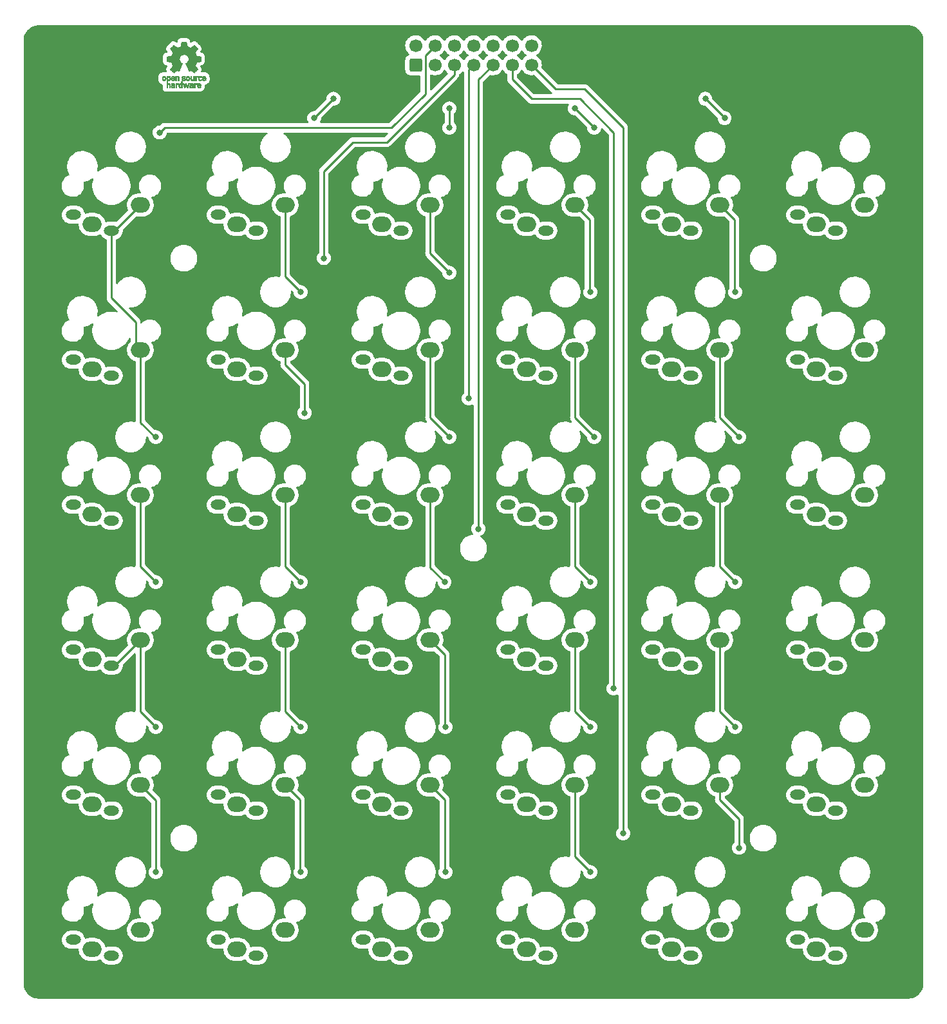
<source format=gtl>
%TF.GenerationSoftware,KiCad,Pcbnew,(6.0.5-0)*%
%TF.CreationDate,2022-06-17T01:41:07+08:00*%
%TF.ProjectId,Pragmatic,50726167-6d61-4746-9963-2e6b69636164,3*%
%TF.SameCoordinates,PX9157080PY3680a30*%
%TF.FileFunction,Copper,L1,Top*%
%TF.FilePolarity,Positive*%
%FSLAX46Y46*%
G04 Gerber Fmt 4.6, Leading zero omitted, Abs format (unit mm)*
G04 Created by KiCad (PCBNEW (6.0.5-0)) date 2022-06-17 01:41:07*
%MOMM*%
%LPD*%
G01*
G04 APERTURE LIST*
G04 Aperture macros list*
%AMRoundRect*
0 Rectangle with rounded corners*
0 $1 Rounding radius*
0 $2 $3 $4 $5 $6 $7 $8 $9 X,Y pos of 4 corners*
0 Add a 4 corners polygon primitive as box body*
4,1,4,$2,$3,$4,$5,$6,$7,$8,$9,$2,$3,0*
0 Add four circle primitives for the rounded corners*
1,1,$1+$1,$2,$3*
1,1,$1+$1,$4,$5*
1,1,$1+$1,$6,$7*
1,1,$1+$1,$8,$9*
0 Add four rect primitives between the rounded corners*
20,1,$1+$1,$2,$3,$4,$5,0*
20,1,$1+$1,$4,$5,$6,$7,0*
20,1,$1+$1,$6,$7,$8,$9,0*
20,1,$1+$1,$8,$9,$2,$3,0*%
G04 Aperture macros list end*
%TA.AperFunction,EtchedComponent*%
%ADD10C,0.010000*%
%TD*%
%TA.AperFunction,ComponentPad*%
%ADD11RoundRect,0.250000X0.600000X-0.600000X0.600000X0.600000X-0.600000X0.600000X-0.600000X-0.600000X0*%
%TD*%
%TA.AperFunction,ComponentPad*%
%ADD12C,1.700000*%
%TD*%
%TA.AperFunction,ComponentPad*%
%ADD13O,2.000000X1.300000*%
%TD*%
%TA.AperFunction,ComponentPad*%
%ADD14O,2.500000X2.000000*%
%TD*%
%TA.AperFunction,ViaPad*%
%ADD15C,0.800000*%
%TD*%
%TA.AperFunction,Conductor*%
%ADD16C,0.250000*%
%TD*%
G04 APERTURE END LIST*
G36*
X-84988337Y13139756D02*
G01*
X-84957376Y13178420D01*
X-84938624Y13195136D01*
X-84920267Y13206122D01*
X-84896381Y13212820D01*
X-84861043Y13216674D01*
X-84808331Y13219127D01*
X-84787423Y13219832D01*
X-84656188Y13224121D01*
X-84656380Y13263842D01*
X-84661463Y13305595D01*
X-84679838Y13330842D01*
X-84716961Y13346970D01*
X-84717957Y13347258D01*
X-84770590Y13353600D01*
X-84822094Y13345316D01*
X-84860370Y13325173D01*
X-84875728Y13315227D01*
X-84892270Y13316603D01*
X-84917725Y13331013D01*
X-84932672Y13341183D01*
X-84961909Y13362912D01*
X-84980020Y13379200D01*
X-84982926Y13383863D01*
X-84970960Y13407995D01*
X-84935604Y13436815D01*
X-84920247Y13446539D01*
X-84876099Y13463286D01*
X-84816602Y13472773D01*
X-84750513Y13474905D01*
X-84686589Y13469583D01*
X-84633589Y13456710D01*
X-84618269Y13449890D01*
X-84588572Y13432026D01*
X-84565780Y13411907D01*
X-84548917Y13386038D01*
X-84537002Y13350927D01*
X-84529058Y13303080D01*
X-84524106Y13239004D01*
X-84521169Y13155206D01*
X-84520053Y13099232D01*
X-84515948Y12857178D01*
X-84586068Y12857178D01*
X-84628607Y12858962D01*
X-84650524Y12865058D01*
X-84656188Y12875294D01*
X-84659179Y12886363D01*
X-84672549Y12884246D01*
X-84690767Y12875371D01*
X-84736376Y12861767D01*
X-84794993Y12858101D01*
X-84856646Y12864097D01*
X-84911362Y12879479D01*
X-84916270Y12881614D01*
X-84966277Y12916745D01*
X-84999244Y12965581D01*
X-85014413Y13022667D01*
X-85013254Y13043176D01*
X-84889492Y13043176D01*
X-84878587Y13015575D01*
X-84846255Y12995796D01*
X-84794090Y12985181D01*
X-84766213Y12983772D01*
X-84719753Y12987380D01*
X-84688871Y13001403D01*
X-84681336Y13008069D01*
X-84660924Y13044334D01*
X-84656188Y13077227D01*
X-84656188Y13121237D01*
X-84717487Y13121237D01*
X-84788744Y13117605D01*
X-84838724Y13106182D01*
X-84870304Y13086176D01*
X-84877374Y13077257D01*
X-84889492Y13043176D01*
X-85013254Y13043176D01*
X-85011029Y13082544D01*
X-84988337Y13139756D01*
G37*
D10*
X-84988337Y13139756D02*
X-84957376Y13178420D01*
X-84938624Y13195136D01*
X-84920267Y13206122D01*
X-84896381Y13212820D01*
X-84861043Y13216674D01*
X-84808331Y13219127D01*
X-84787423Y13219832D01*
X-84656188Y13224121D01*
X-84656380Y13263842D01*
X-84661463Y13305595D01*
X-84679838Y13330842D01*
X-84716961Y13346970D01*
X-84717957Y13347258D01*
X-84770590Y13353600D01*
X-84822094Y13345316D01*
X-84860370Y13325173D01*
X-84875728Y13315227D01*
X-84892270Y13316603D01*
X-84917725Y13331013D01*
X-84932672Y13341183D01*
X-84961909Y13362912D01*
X-84980020Y13379200D01*
X-84982926Y13383863D01*
X-84970960Y13407995D01*
X-84935604Y13436815D01*
X-84920247Y13446539D01*
X-84876099Y13463286D01*
X-84816602Y13472773D01*
X-84750513Y13474905D01*
X-84686589Y13469583D01*
X-84633589Y13456710D01*
X-84618269Y13449890D01*
X-84588572Y13432026D01*
X-84565780Y13411907D01*
X-84548917Y13386038D01*
X-84537002Y13350927D01*
X-84529058Y13303080D01*
X-84524106Y13239004D01*
X-84521169Y13155206D01*
X-84520053Y13099232D01*
X-84515948Y12857178D01*
X-84586068Y12857178D01*
X-84628607Y12858962D01*
X-84650524Y12865058D01*
X-84656188Y12875294D01*
X-84659179Y12886363D01*
X-84672549Y12884246D01*
X-84690767Y12875371D01*
X-84736376Y12861767D01*
X-84794993Y12858101D01*
X-84856646Y12864097D01*
X-84911362Y12879479D01*
X-84916270Y12881614D01*
X-84966277Y12916745D01*
X-84999244Y12965581D01*
X-85014413Y13022667D01*
X-85013254Y13043176D01*
X-84889492Y13043176D01*
X-84878587Y13015575D01*
X-84846255Y12995796D01*
X-84794090Y12985181D01*
X-84766213Y12983772D01*
X-84719753Y12987380D01*
X-84688871Y13001403D01*
X-84681336Y13008069D01*
X-84660924Y13044334D01*
X-84656188Y13077227D01*
X-84656188Y13121237D01*
X-84717487Y13121237D01*
X-84788744Y13117605D01*
X-84838724Y13106182D01*
X-84870304Y13086176D01*
X-84877374Y13077257D01*
X-84889492Y13043176D01*
X-85013254Y13043176D01*
X-85011029Y13082544D01*
X-84988337Y13139756D01*
G36*
X-84089745Y13473514D02*
G01*
X-84041405Y13463985D01*
X-84013886Y13449875D01*
X-83984936Y13426432D01*
X-84026124Y13374429D01*
X-84051518Y13342936D01*
X-84068762Y13327572D01*
X-84085898Y13325224D01*
X-84110973Y13332783D01*
X-84122743Y13337059D01*
X-84170730Y13343369D01*
X-84214676Y13329844D01*
X-84246940Y13299290D01*
X-84252181Y13289548D01*
X-84257888Y13263742D01*
X-84262294Y13216183D01*
X-84265189Y13150242D01*
X-84266369Y13069290D01*
X-84266386Y13057774D01*
X-84266386Y12857178D01*
X-84404703Y12857178D01*
X-84404703Y13473317D01*
X-84335544Y13473317D01*
X-84295667Y13472275D01*
X-84274893Y13467642D01*
X-84267211Y13457151D01*
X-84266386Y13447255D01*
X-84266386Y13421194D01*
X-84233255Y13447255D01*
X-84195265Y13465035D01*
X-84144230Y13473826D01*
X-84089745Y13473514D01*
G37*
X-84089745Y13473514D02*
X-84041405Y13463985D01*
X-84013886Y13449875D01*
X-83984936Y13426432D01*
X-84026124Y13374429D01*
X-84051518Y13342936D01*
X-84068762Y13327572D01*
X-84085898Y13325224D01*
X-84110973Y13332783D01*
X-84122743Y13337059D01*
X-84170730Y13343369D01*
X-84214676Y13329844D01*
X-84246940Y13299290D01*
X-84252181Y13289548D01*
X-84257888Y13263742D01*
X-84262294Y13216183D01*
X-84265189Y13150242D01*
X-84266369Y13069290D01*
X-84266386Y13057774D01*
X-84266386Y12857178D01*
X-84404703Y12857178D01*
X-84404703Y13473317D01*
X-84335544Y13473317D01*
X-84295667Y13472275D01*
X-84274893Y13467642D01*
X-84267211Y13457151D01*
X-84266386Y13447255D01*
X-84266386Y13421194D01*
X-84233255Y13447255D01*
X-84195265Y13465035D01*
X-84144230Y13473826D01*
X-84089745Y13473514D01*
G36*
X-86479012Y14405998D02*
G01*
X-86447717Y14391050D01*
X-86417409Y14369459D01*
X-86394318Y14344609D01*
X-86377500Y14312913D01*
X-86366006Y14270786D01*
X-86358891Y14214642D01*
X-86355207Y14140894D01*
X-86354008Y14045956D01*
X-86353989Y14036015D01*
X-86353713Y13812821D01*
X-86492030Y13812821D01*
X-86492030Y14018582D01*
X-86492128Y14094811D01*
X-86492809Y14150061D01*
X-86494651Y14188499D01*
X-86498233Y14214294D01*
X-86504132Y14231616D01*
X-86512927Y14244632D01*
X-86525180Y14257493D01*
X-86568047Y14285127D01*
X-86614843Y14290255D01*
X-86659424Y14272783D01*
X-86674928Y14259779D01*
X-86686310Y14247553D01*
X-86694481Y14234460D01*
X-86699974Y14216385D01*
X-86703320Y14189213D01*
X-86705051Y14148830D01*
X-86705697Y14091121D01*
X-86705792Y14020868D01*
X-86705792Y13812821D01*
X-86844109Y13812821D01*
X-86844109Y14416386D01*
X-86774950Y14416386D01*
X-86733428Y14414744D01*
X-86712006Y14408913D01*
X-86705795Y14397539D01*
X-86705792Y14397202D01*
X-86702910Y14386062D01*
X-86690199Y14387326D01*
X-86664926Y14399566D01*
X-86607605Y14417576D01*
X-86542037Y14419579D01*
X-86479012Y14405998D01*
G37*
X-86479012Y14405998D02*
X-86447717Y14391050D01*
X-86417409Y14369459D01*
X-86394318Y14344609D01*
X-86377500Y14312913D01*
X-86366006Y14270786D01*
X-86358891Y14214642D01*
X-86355207Y14140894D01*
X-86354008Y14045956D01*
X-86353989Y14036015D01*
X-86353713Y13812821D01*
X-86492030Y13812821D01*
X-86492030Y14018582D01*
X-86492128Y14094811D01*
X-86492809Y14150061D01*
X-86494651Y14188499D01*
X-86498233Y14214294D01*
X-86504132Y14231616D01*
X-86512927Y14244632D01*
X-86525180Y14257493D01*
X-86568047Y14285127D01*
X-86614843Y14290255D01*
X-86659424Y14272783D01*
X-86674928Y14259779D01*
X-86686310Y14247553D01*
X-86694481Y14234460D01*
X-86699974Y14216385D01*
X-86703320Y14189213D01*
X-86705051Y14148830D01*
X-86705697Y14091121D01*
X-86705792Y14020868D01*
X-86705792Y13812821D01*
X-86844109Y13812821D01*
X-86844109Y14416386D01*
X-86774950Y14416386D01*
X-86733428Y14414744D01*
X-86712006Y14408913D01*
X-86705795Y14397539D01*
X-86705792Y14397202D01*
X-86702910Y14386062D01*
X-86690199Y14387326D01*
X-86664926Y14399566D01*
X-86607605Y14417576D01*
X-86542037Y14419579D01*
X-86479012Y14405998D01*
G36*
X-87391038Y14314975D02*
G01*
X-87358807Y14354361D01*
X-87299217Y14397069D01*
X-87229168Y14419891D01*
X-87154661Y14421954D01*
X-87081699Y14402386D01*
X-87069168Y14396486D01*
X-87025799Y14364717D01*
X-86984790Y14318354D01*
X-86954168Y14267304D01*
X-86945459Y14243834D01*
X-86937512Y14201909D01*
X-86932774Y14151243D01*
X-86932199Y14130321D01*
X-86932129Y14064307D01*
X-87312083Y14064307D01*
X-87303983Y14029727D01*
X-87284104Y13988830D01*
X-87249347Y13953486D01*
X-87207998Y13930718D01*
X-87181649Y13925990D01*
X-87145916Y13931727D01*
X-87103282Y13946118D01*
X-87088799Y13952738D01*
X-87035240Y13979487D01*
X-86989533Y13944624D01*
X-86963158Y13921045D01*
X-86949124Y13901583D01*
X-86948414Y13895871D01*
X-86960951Y13882027D01*
X-86988428Y13860988D01*
X-87013366Y13844575D01*
X-87080664Y13815070D01*
X-87156110Y13801716D01*
X-87230888Y13805188D01*
X-87290495Y13823337D01*
X-87351941Y13862216D01*
X-87395608Y13913405D01*
X-87422926Y13979633D01*
X-87435322Y14063629D01*
X-87436421Y14102064D01*
X-87432022Y14190139D01*
X-87431482Y14192701D01*
X-87305582Y14192701D01*
X-87302115Y14184442D01*
X-87287863Y14179887D01*
X-87258470Y14177935D01*
X-87209575Y14177483D01*
X-87190748Y14177475D01*
X-87133467Y14178157D01*
X-87097141Y14180636D01*
X-87077604Y14185557D01*
X-87070690Y14193566D01*
X-87070445Y14196138D01*
X-87078336Y14216577D01*
X-87098085Y14245211D01*
X-87106575Y14255237D01*
X-87138094Y14283592D01*
X-87170949Y14294741D01*
X-87188651Y14295673D01*
X-87236539Y14284019D01*
X-87276699Y14252715D01*
X-87302173Y14207248D01*
X-87302625Y14205767D01*
X-87305582Y14192701D01*
X-87431482Y14192701D01*
X-87417392Y14259490D01*
X-87391038Y14314975D01*
G37*
X-87391038Y14314975D02*
X-87358807Y14354361D01*
X-87299217Y14397069D01*
X-87229168Y14419891D01*
X-87154661Y14421954D01*
X-87081699Y14402386D01*
X-87069168Y14396486D01*
X-87025799Y14364717D01*
X-86984790Y14318354D01*
X-86954168Y14267304D01*
X-86945459Y14243834D01*
X-86937512Y14201909D01*
X-86932774Y14151243D01*
X-86932199Y14130321D01*
X-86932129Y14064307D01*
X-87312083Y14064307D01*
X-87303983Y14029727D01*
X-87284104Y13988830D01*
X-87249347Y13953486D01*
X-87207998Y13930718D01*
X-87181649Y13925990D01*
X-87145916Y13931727D01*
X-87103282Y13946118D01*
X-87088799Y13952738D01*
X-87035240Y13979487D01*
X-86989533Y13944624D01*
X-86963158Y13921045D01*
X-86949124Y13901583D01*
X-86948414Y13895871D01*
X-86960951Y13882027D01*
X-86988428Y13860988D01*
X-87013366Y13844575D01*
X-87080664Y13815070D01*
X-87156110Y13801716D01*
X-87230888Y13805188D01*
X-87290495Y13823337D01*
X-87351941Y13862216D01*
X-87395608Y13913405D01*
X-87422926Y13979633D01*
X-87435322Y14063629D01*
X-87436421Y14102064D01*
X-87432022Y14190139D01*
X-87431482Y14192701D01*
X-87305582Y14192701D01*
X-87302115Y14184442D01*
X-87287863Y14179887D01*
X-87258470Y14177935D01*
X-87209575Y14177483D01*
X-87190748Y14177475D01*
X-87133467Y14178157D01*
X-87097141Y14180636D01*
X-87077604Y14185557D01*
X-87070690Y14193566D01*
X-87070445Y14196138D01*
X-87078336Y14216577D01*
X-87098085Y14245211D01*
X-87106575Y14255237D01*
X-87138094Y14283592D01*
X-87170949Y14294741D01*
X-87188651Y14295673D01*
X-87236539Y14284019D01*
X-87276699Y14252715D01*
X-87302173Y14207248D01*
X-87302625Y14205767D01*
X-87305582Y14192701D01*
X-87431482Y14192701D01*
X-87417392Y14259490D01*
X-87391038Y14314975D01*
G36*
X-83296302Y14310809D02*
G01*
X-83250299Y14366221D01*
X-83192179Y14403991D01*
X-83123820Y14422104D01*
X-83047102Y14418543D01*
X-83014904Y14410721D01*
X-82953175Y14382079D01*
X-82900390Y14338333D01*
X-82863859Y14285883D01*
X-82858840Y14274107D01*
X-82851955Y14243260D01*
X-82847136Y14197629D01*
X-82845495Y14151508D01*
X-82845495Y14064307D01*
X-83027822Y14064307D01*
X-83103021Y14064022D01*
X-83155997Y14062296D01*
X-83189675Y14057819D01*
X-83206980Y14049280D01*
X-83210837Y14035370D01*
X-83204171Y14014778D01*
X-83192230Y13990685D01*
X-83158920Y13950475D01*
X-83112632Y13930442D01*
X-83056056Y13931095D01*
X-82991969Y13952899D01*
X-82936583Y13979807D01*
X-82890625Y13943468D01*
X-82844667Y13907128D01*
X-82887904Y13867181D01*
X-82945626Y13829437D01*
X-83016614Y13806680D01*
X-83092971Y13800312D01*
X-83166801Y13811732D01*
X-83178713Y13815607D01*
X-83243601Y13849494D01*
X-83291870Y13900014D01*
X-83324535Y13968675D01*
X-83342615Y14056986D01*
X-83342825Y14058879D01*
X-83344444Y14155122D01*
X-83337900Y14189458D01*
X-83210148Y14189458D01*
X-83198416Y14184178D01*
X-83166562Y14180133D01*
X-83119603Y14177824D01*
X-83089846Y14177475D01*
X-83034352Y14177694D01*
X-82999654Y14179084D01*
X-82981399Y14182749D01*
X-82975234Y14189790D01*
X-82976805Y14201310D01*
X-82978122Y14205767D01*
X-83000618Y14247645D01*
X-83035997Y14281396D01*
X-83067220Y14296227D01*
X-83108699Y14295332D01*
X-83150731Y14276836D01*
X-83185988Y14246214D01*
X-83207146Y14208938D01*
X-83210148Y14189458D01*
X-83337900Y14189458D01*
X-83328310Y14239771D01*
X-83296302Y14310809D01*
G37*
X-83296302Y14310809D02*
X-83250299Y14366221D01*
X-83192179Y14403991D01*
X-83123820Y14422104D01*
X-83047102Y14418543D01*
X-83014904Y14410721D01*
X-82953175Y14382079D01*
X-82900390Y14338333D01*
X-82863859Y14285883D01*
X-82858840Y14274107D01*
X-82851955Y14243260D01*
X-82847136Y14197629D01*
X-82845495Y14151508D01*
X-82845495Y14064307D01*
X-83027822Y14064307D01*
X-83103021Y14064022D01*
X-83155997Y14062296D01*
X-83189675Y14057819D01*
X-83206980Y14049280D01*
X-83210837Y14035370D01*
X-83204171Y14014778D01*
X-83192230Y13990685D01*
X-83158920Y13950475D01*
X-83112632Y13930442D01*
X-83056056Y13931095D01*
X-82991969Y13952899D01*
X-82936583Y13979807D01*
X-82890625Y13943468D01*
X-82844667Y13907128D01*
X-82887904Y13867181D01*
X-82945626Y13829437D01*
X-83016614Y13806680D01*
X-83092971Y13800312D01*
X-83166801Y13811732D01*
X-83178713Y13815607D01*
X-83243601Y13849494D01*
X-83291870Y13900014D01*
X-83324535Y13968675D01*
X-83342615Y14056986D01*
X-83342825Y14058879D01*
X-83344444Y14155122D01*
X-83337900Y14189458D01*
X-83210148Y14189458D01*
X-83198416Y14184178D01*
X-83166562Y14180133D01*
X-83119603Y14177824D01*
X-83089846Y14177475D01*
X-83034352Y14177694D01*
X-82999654Y14179084D01*
X-82981399Y14182749D01*
X-82975234Y14189790D01*
X-82976805Y14201310D01*
X-82978122Y14205767D01*
X-83000618Y14247645D01*
X-83035997Y14281396D01*
X-83067220Y14296227D01*
X-83108699Y14295332D01*
X-83150731Y14276836D01*
X-83185988Y14246214D01*
X-83207146Y14208938D01*
X-83210148Y14189458D01*
X-83337900Y14189458D01*
X-83328310Y14239771D01*
X-83296302Y14310809D01*
G36*
X-85710983Y14418548D02*
G01*
X-85663366Y14409518D01*
X-85613966Y14390630D01*
X-85608688Y14388223D01*
X-85571226Y14368524D01*
X-85545283Y14350219D01*
X-85536897Y14338492D01*
X-85544883Y14319368D01*
X-85564280Y14291150D01*
X-85572890Y14280616D01*
X-85608372Y14239153D01*
X-85654115Y14266142D01*
X-85697650Y14284122D01*
X-85747950Y14293733D01*
X-85796188Y14294340D01*
X-85833533Y14285309D01*
X-85842495Y14279673D01*
X-85859563Y14253829D01*
X-85861637Y14224059D01*
X-85848866Y14200803D01*
X-85841312Y14196292D01*
X-85818675Y14190691D01*
X-85778885Y14184108D01*
X-85729834Y14177817D01*
X-85720785Y14176830D01*
X-85642004Y14163202D01*
X-85584864Y14140054D01*
X-85546970Y14105248D01*
X-85525921Y14056646D01*
X-85519365Y13997282D01*
X-85528423Y13929802D01*
X-85557836Y13876812D01*
X-85607722Y13838217D01*
X-85678200Y13813919D01*
X-85756435Y13804333D01*
X-85820234Y13804448D01*
X-85871984Y13813155D01*
X-85907327Y13825175D01*
X-85951983Y13846120D01*
X-85993253Y13870426D01*
X-86007921Y13881124D01*
X-86045643Y13911916D01*
X-86000148Y13957951D01*
X-85954653Y14003987D01*
X-85902928Y13969757D01*
X-85851048Y13944048D01*
X-85795649Y13930601D01*
X-85742395Y13929182D01*
X-85696951Y13939557D01*
X-85664984Y13961493D01*
X-85654662Y13980002D01*
X-85656211Y14009686D01*
X-85681860Y14032385D01*
X-85731540Y14048060D01*
X-85785969Y14055305D01*
X-85869736Y14069127D01*
X-85931967Y14095204D01*
X-85973493Y14134301D01*
X-85995147Y14187180D01*
X-85998147Y14249874D01*
X-85983329Y14315358D01*
X-85949546Y14364856D01*
X-85896495Y14398592D01*
X-85823874Y14416793D01*
X-85770072Y14420361D01*
X-85710983Y14418548D01*
G37*
X-85710983Y14418548D02*
X-85663366Y14409518D01*
X-85613966Y14390630D01*
X-85608688Y14388223D01*
X-85571226Y14368524D01*
X-85545283Y14350219D01*
X-85536897Y14338492D01*
X-85544883Y14319368D01*
X-85564280Y14291150D01*
X-85572890Y14280616D01*
X-85608372Y14239153D01*
X-85654115Y14266142D01*
X-85697650Y14284122D01*
X-85747950Y14293733D01*
X-85796188Y14294340D01*
X-85833533Y14285309D01*
X-85842495Y14279673D01*
X-85859563Y14253829D01*
X-85861637Y14224059D01*
X-85848866Y14200803D01*
X-85841312Y14196292D01*
X-85818675Y14190691D01*
X-85778885Y14184108D01*
X-85729834Y14177817D01*
X-85720785Y14176830D01*
X-85642004Y14163202D01*
X-85584864Y14140054D01*
X-85546970Y14105248D01*
X-85525921Y14056646D01*
X-85519365Y13997282D01*
X-85528423Y13929802D01*
X-85557836Y13876812D01*
X-85607722Y13838217D01*
X-85678200Y13813919D01*
X-85756435Y13804333D01*
X-85820234Y13804448D01*
X-85871984Y13813155D01*
X-85907327Y13825175D01*
X-85951983Y13846120D01*
X-85993253Y13870426D01*
X-86007921Y13881124D01*
X-86045643Y13911916D01*
X-86000148Y13957951D01*
X-85954653Y14003987D01*
X-85902928Y13969757D01*
X-85851048Y13944048D01*
X-85795649Y13930601D01*
X-85742395Y13929182D01*
X-85696951Y13939557D01*
X-85664984Y13961493D01*
X-85654662Y13980002D01*
X-85656211Y14009686D01*
X-85681860Y14032385D01*
X-85731540Y14048060D01*
X-85785969Y14055305D01*
X-85869736Y14069127D01*
X-85931967Y14095204D01*
X-85973493Y14134301D01*
X-85995147Y14187180D01*
X-85998147Y14249874D01*
X-85983329Y14315358D01*
X-85949546Y14364856D01*
X-85896495Y14398592D01*
X-85823874Y14416793D01*
X-85770072Y14420361D01*
X-85710983Y14418548D01*
G36*
X-83960945Y13344051D02*
G01*
X-83924530Y13403737D01*
X-83872703Y13444451D01*
X-83805010Y13466821D01*
X-83768338Y13471129D01*
X-83692419Y13470030D01*
X-83632315Y13454403D01*
X-83581979Y13422152D01*
X-83557607Y13398060D01*
X-83517655Y13341105D01*
X-83494758Y13275035D01*
X-83486892Y13193818D01*
X-83486852Y13187252D01*
X-83486782Y13121237D01*
X-83866736Y13121237D01*
X-83858637Y13086658D01*
X-83844013Y13055341D01*
X-83818419Y13022709D01*
X-83813065Y13017500D01*
X-83767057Y12989306D01*
X-83714590Y12984525D01*
X-83654197Y13003074D01*
X-83643960Y13008069D01*
X-83612561Y13023255D01*
X-83591530Y13031906D01*
X-83587861Y13032707D01*
X-83575052Y13024937D01*
X-83550622Y13005928D01*
X-83538221Y12995540D01*
X-83512524Y12971679D01*
X-83504085Y12955923D01*
X-83509942Y12941429D01*
X-83513072Y12937466D01*
X-83534275Y12920121D01*
X-83569262Y12899041D01*
X-83593663Y12886735D01*
X-83662928Y12865054D01*
X-83739612Y12858029D01*
X-83812235Y12866353D01*
X-83832574Y12872314D01*
X-83895524Y12906048D01*
X-83942185Y12957955D01*
X-83972827Y13028541D01*
X-83987718Y13118308D01*
X-83989353Y13165247D01*
X-83984579Y13233587D01*
X-83864010Y13233587D01*
X-83852348Y13228535D01*
X-83821002Y13224571D01*
X-83775429Y13222232D01*
X-83744554Y13221831D01*
X-83689019Y13222217D01*
X-83653967Y13224025D01*
X-83634738Y13228227D01*
X-83626670Y13235797D01*
X-83625099Y13246782D01*
X-83635879Y13280619D01*
X-83663020Y13314060D01*
X-83698723Y13339728D01*
X-83734440Y13350228D01*
X-83782952Y13340914D01*
X-83824947Y13313987D01*
X-83854064Y13275173D01*
X-83864010Y13233587D01*
X-83984579Y13233587D01*
X-83982401Y13264764D01*
X-83960945Y13344051D01*
G37*
X-83960945Y13344051D02*
X-83924530Y13403737D01*
X-83872703Y13444451D01*
X-83805010Y13466821D01*
X-83768338Y13471129D01*
X-83692419Y13470030D01*
X-83632315Y13454403D01*
X-83581979Y13422152D01*
X-83557607Y13398060D01*
X-83517655Y13341105D01*
X-83494758Y13275035D01*
X-83486892Y13193818D01*
X-83486852Y13187252D01*
X-83486782Y13121237D01*
X-83866736Y13121237D01*
X-83858637Y13086658D01*
X-83844013Y13055341D01*
X-83818419Y13022709D01*
X-83813065Y13017500D01*
X-83767057Y12989306D01*
X-83714590Y12984525D01*
X-83654197Y13003074D01*
X-83643960Y13008069D01*
X-83612561Y13023255D01*
X-83591530Y13031906D01*
X-83587861Y13032707D01*
X-83575052Y13024937D01*
X-83550622Y13005928D01*
X-83538221Y12995540D01*
X-83512524Y12971679D01*
X-83504085Y12955923D01*
X-83509942Y12941429D01*
X-83513072Y12937466D01*
X-83534275Y12920121D01*
X-83569262Y12899041D01*
X-83593663Y12886735D01*
X-83662928Y12865054D01*
X-83739612Y12858029D01*
X-83812235Y12866353D01*
X-83832574Y12872314D01*
X-83895524Y12906048D01*
X-83942185Y12957955D01*
X-83972827Y13028541D01*
X-83987718Y13118308D01*
X-83989353Y13165247D01*
X-83984579Y13233587D01*
X-83864010Y13233587D01*
X-83852348Y13228535D01*
X-83821002Y13224571D01*
X-83775429Y13222232D01*
X-83744554Y13221831D01*
X-83689019Y13222217D01*
X-83653967Y13224025D01*
X-83634738Y13228227D01*
X-83626670Y13235797D01*
X-83625099Y13246782D01*
X-83635879Y13280619D01*
X-83663020Y13314060D01*
X-83698723Y13339728D01*
X-83734440Y13350228D01*
X-83782952Y13340914D01*
X-83824947Y13313987D01*
X-83854064Y13275173D01*
X-83864010Y13233587D01*
X-83984579Y13233587D01*
X-83982401Y13264764D01*
X-83960945Y13344051D01*
G36*
X-88588948Y14216944D02*
G01*
X-88581362Y14260993D01*
X-88567681Y14295752D01*
X-88546865Y14326449D01*
X-88539147Y14335564D01*
X-88490889Y14380979D01*
X-88439128Y14407507D01*
X-88375828Y14418621D01*
X-88344961Y14419529D01*
X-88263261Y14409852D01*
X-88197479Y14380769D01*
X-88147540Y14332207D01*
X-88113374Y14264092D01*
X-88094907Y14176349D01*
X-88093583Y14162649D01*
X-88092546Y14066061D01*
X-88105993Y13981398D01*
X-88133108Y13912779D01*
X-88147627Y13890706D01*
X-88198201Y13843989D01*
X-88262609Y13813732D01*
X-88334666Y13801176D01*
X-88408185Y13807561D01*
X-88464072Y13827228D01*
X-88512132Y13860371D01*
X-88551412Y13903825D01*
X-88552092Y13904842D01*
X-88568044Y13931662D01*
X-88578410Y13958632D01*
X-88584688Y13992668D01*
X-88588373Y14040690D01*
X-88589997Y14080069D01*
X-88590672Y14115781D01*
X-88464955Y14115781D01*
X-88463726Y14080230D01*
X-88459266Y14032906D01*
X-88451397Y14002535D01*
X-88437207Y13980928D01*
X-88423917Y13968306D01*
X-88376802Y13941878D01*
X-88327505Y13938347D01*
X-88281593Y13957361D01*
X-88258638Y13978669D01*
X-88242096Y14000141D01*
X-88232421Y14020687D01*
X-88228174Y14047426D01*
X-88227920Y14087477D01*
X-88229228Y14124362D01*
X-88232043Y14177053D01*
X-88236505Y14211228D01*
X-88244548Y14233520D01*
X-88258103Y14250558D01*
X-88268845Y14260297D01*
X-88313777Y14285877D01*
X-88362249Y14287153D01*
X-88402894Y14272001D01*
X-88437567Y14240358D01*
X-88458224Y14188380D01*
X-88464955Y14115781D01*
X-88590672Y14115781D01*
X-88591479Y14158379D01*
X-88588948Y14216944D01*
G37*
X-88588948Y14216944D02*
X-88581362Y14260993D01*
X-88567681Y14295752D01*
X-88546865Y14326449D01*
X-88539147Y14335564D01*
X-88490889Y14380979D01*
X-88439128Y14407507D01*
X-88375828Y14418621D01*
X-88344961Y14419529D01*
X-88263261Y14409852D01*
X-88197479Y14380769D01*
X-88147540Y14332207D01*
X-88113374Y14264092D01*
X-88094907Y14176349D01*
X-88093583Y14162649D01*
X-88092546Y14066061D01*
X-88105993Y13981398D01*
X-88133108Y13912779D01*
X-88147627Y13890706D01*
X-88198201Y13843989D01*
X-88262609Y13813732D01*
X-88334666Y13801176D01*
X-88408185Y13807561D01*
X-88464072Y13827228D01*
X-88512132Y13860371D01*
X-88551412Y13903825D01*
X-88552092Y13904842D01*
X-88568044Y13931662D01*
X-88578410Y13958632D01*
X-88584688Y13992668D01*
X-88588373Y14040690D01*
X-88589997Y14080069D01*
X-88590672Y14115781D01*
X-88464955Y14115781D01*
X-88463726Y14080230D01*
X-88459266Y14032906D01*
X-88451397Y14002535D01*
X-88437207Y13980928D01*
X-88423917Y13968306D01*
X-88376802Y13941878D01*
X-88327505Y13938347D01*
X-88281593Y13957361D01*
X-88258638Y13978669D01*
X-88242096Y14000141D01*
X-88232421Y14020687D01*
X-88228174Y14047426D01*
X-88227920Y14087477D01*
X-88229228Y14124362D01*
X-88232043Y14177053D01*
X-88236505Y14211228D01*
X-88244548Y14233520D01*
X-88258103Y14250558D01*
X-88268845Y14260297D01*
X-88313777Y14285877D01*
X-88362249Y14287153D01*
X-88402894Y14272001D01*
X-88437567Y14240358D01*
X-88458224Y14188380D01*
X-88464955Y14115781D01*
X-88590672Y14115781D01*
X-88591479Y14158379D01*
X-88588948Y14216944D01*
G36*
X-84731633Y14220658D02*
G01*
X-84730445Y14128437D01*
X-84726103Y14058390D01*
X-84717442Y14007619D01*
X-84703296Y13973228D01*
X-84682500Y13952321D01*
X-84653890Y13942000D01*
X-84618465Y13939364D01*
X-84581364Y13942318D01*
X-84553182Y13953111D01*
X-84532757Y13974640D01*
X-84518921Y14009801D01*
X-84510509Y14061490D01*
X-84506357Y14132606D01*
X-84505297Y14220658D01*
X-84505297Y14416386D01*
X-84366980Y14416386D01*
X-84366980Y13812821D01*
X-84436138Y13812821D01*
X-84477830Y13814511D01*
X-84499299Y13820444D01*
X-84505297Y13831707D01*
X-84508909Y13841739D01*
X-84523286Y13839617D01*
X-84552264Y13825420D01*
X-84618681Y13803520D01*
X-84689125Y13805072D01*
X-84756623Y13828853D01*
X-84788767Y13847638D01*
X-84813285Y13867978D01*
X-84831196Y13893427D01*
X-84843521Y13927542D01*
X-84851277Y13973879D01*
X-84855484Y14035993D01*
X-84857160Y14117439D01*
X-84857376Y14180422D01*
X-84857376Y14416386D01*
X-84731633Y14416386D01*
X-84731633Y14220658D01*
G37*
X-84731633Y14220658D02*
X-84730445Y14128437D01*
X-84726103Y14058390D01*
X-84717442Y14007619D01*
X-84703296Y13973228D01*
X-84682500Y13952321D01*
X-84653890Y13942000D01*
X-84618465Y13939364D01*
X-84581364Y13942318D01*
X-84553182Y13953111D01*
X-84532757Y13974640D01*
X-84518921Y14009801D01*
X-84510509Y14061490D01*
X-84506357Y14132606D01*
X-84505297Y14220658D01*
X-84505297Y14416386D01*
X-84366980Y14416386D01*
X-84366980Y13812821D01*
X-84436138Y13812821D01*
X-84477830Y13814511D01*
X-84499299Y13820444D01*
X-84505297Y13831707D01*
X-84508909Y13841739D01*
X-84523286Y13839617D01*
X-84552264Y13825420D01*
X-84618681Y13803520D01*
X-84689125Y13805072D01*
X-84756623Y13828853D01*
X-84788767Y13847638D01*
X-84813285Y13867978D01*
X-84831196Y13893427D01*
X-84843521Y13927542D01*
X-84851277Y13973879D01*
X-84855484Y14035993D01*
X-84857160Y14117439D01*
X-84857376Y14180422D01*
X-84857376Y14416386D01*
X-84731633Y14416386D01*
X-84731633Y14220658D01*
G36*
X-85443476Y13470763D02*
G01*
X-85393745Y13467029D01*
X-85263709Y13077227D01*
X-85243322Y13146386D01*
X-85231054Y13189126D01*
X-85214915Y13246885D01*
X-85197488Y13310375D01*
X-85188274Y13344430D01*
X-85153612Y13473317D01*
X-85010609Y13473317D01*
X-85053354Y13338143D01*
X-85074404Y13271658D01*
X-85099833Y13191461D01*
X-85126390Y13107807D01*
X-85150098Y13033218D01*
X-85204098Y12863465D01*
X-85262402Y12859672D01*
X-85320705Y12855878D01*
X-85352321Y12960266D01*
X-85371818Y13025111D01*
X-85393096Y13096600D01*
X-85411692Y13159737D01*
X-85412426Y13162250D01*
X-85426316Y13205031D01*
X-85438571Y13234221D01*
X-85447154Y13245259D01*
X-85448918Y13243982D01*
X-85455109Y13226870D01*
X-85466872Y13190213D01*
X-85482775Y13138622D01*
X-85501386Y13076706D01*
X-85511457Y13042648D01*
X-85565993Y12857178D01*
X-85681736Y12857178D01*
X-85774263Y13149529D01*
X-85800256Y13231538D01*
X-85823934Y13306013D01*
X-85844180Y13369456D01*
X-85859874Y13418368D01*
X-85869898Y13449251D01*
X-85872945Y13458274D01*
X-85870533Y13467513D01*
X-85851592Y13471559D01*
X-85812177Y13471154D01*
X-85806007Y13470848D01*
X-85732914Y13467029D01*
X-85685043Y13290990D01*
X-85667447Y13226789D01*
X-85651723Y13170351D01*
X-85639254Y13126578D01*
X-85631426Y13100370D01*
X-85629980Y13096097D01*
X-85623986Y13101010D01*
X-85611899Y13126468D01*
X-85595107Y13169003D01*
X-85574997Y13225150D01*
X-85557997Y13275870D01*
X-85493206Y13474496D01*
X-85443476Y13470763D01*
G37*
X-85443476Y13470763D02*
X-85393745Y13467029D01*
X-85263709Y13077227D01*
X-85243322Y13146386D01*
X-85231054Y13189126D01*
X-85214915Y13246885D01*
X-85197488Y13310375D01*
X-85188274Y13344430D01*
X-85153612Y13473317D01*
X-85010609Y13473317D01*
X-85053354Y13338143D01*
X-85074404Y13271658D01*
X-85099833Y13191461D01*
X-85126390Y13107807D01*
X-85150098Y13033218D01*
X-85204098Y12863465D01*
X-85262402Y12859672D01*
X-85320705Y12855878D01*
X-85352321Y12960266D01*
X-85371818Y13025111D01*
X-85393096Y13096600D01*
X-85411692Y13159737D01*
X-85412426Y13162250D01*
X-85426316Y13205031D01*
X-85438571Y13234221D01*
X-85447154Y13245259D01*
X-85448918Y13243982D01*
X-85455109Y13226870D01*
X-85466872Y13190213D01*
X-85482775Y13138622D01*
X-85501386Y13076706D01*
X-85511457Y13042648D01*
X-85565993Y12857178D01*
X-85681736Y12857178D01*
X-85774263Y13149529D01*
X-85800256Y13231538D01*
X-85823934Y13306013D01*
X-85844180Y13369456D01*
X-85859874Y13418368D01*
X-85869898Y13449251D01*
X-85872945Y13458274D01*
X-85870533Y13467513D01*
X-85851592Y13471559D01*
X-85812177Y13471154D01*
X-85806007Y13470848D01*
X-85732914Y13467029D01*
X-85685043Y13290990D01*
X-85667447Y13226789D01*
X-85651723Y13170351D01*
X-85639254Y13126578D01*
X-85631426Y13100370D01*
X-85629980Y13096097D01*
X-85623986Y13101010D01*
X-85611899Y13126468D01*
X-85595107Y13169003D01*
X-85574997Y13225150D01*
X-85557997Y13275870D01*
X-85493206Y13474496D01*
X-85443476Y13470763D01*
G36*
X-85439612Y14264499D02*
G01*
X-85405971Y14332470D01*
X-85355982Y14381336D01*
X-85289644Y14411101D01*
X-85275399Y14414552D01*
X-85189790Y14422655D01*
X-85114238Y14408945D01*
X-85050637Y14374308D01*
X-85000877Y14319628D01*
X-84977432Y14275158D01*
X-84967366Y14235879D01*
X-84960844Y14179884D01*
X-84958049Y14115379D01*
X-84959164Y14050571D01*
X-84964374Y13993666D01*
X-84970459Y13963273D01*
X-84990986Y13921694D01*
X-85026537Y13877532D01*
X-85069381Y13838913D01*
X-85111789Y13813966D01*
X-85112823Y13813570D01*
X-85165447Y13802669D01*
X-85227812Y13802399D01*
X-85287076Y13812324D01*
X-85309960Y13820278D01*
X-85368898Y13853700D01*
X-85411110Y13897489D01*
X-85438844Y13955462D01*
X-85454349Y14031435D01*
X-85457857Y14071229D01*
X-85457410Y14121234D01*
X-85322624Y14121234D01*
X-85318083Y14048268D01*
X-85305014Y13992666D01*
X-85284244Y13957139D01*
X-85269448Y13946980D01*
X-85231536Y13939896D01*
X-85186473Y13941993D01*
X-85147513Y13952188D01*
X-85137296Y13957796D01*
X-85110341Y13990462D01*
X-85092549Y14040455D01*
X-85084976Y14101295D01*
X-85088675Y14166503D01*
X-85096943Y14205747D01*
X-85120680Y14251195D01*
X-85158151Y14279604D01*
X-85203280Y14289427D01*
X-85249989Y14279113D01*
X-85285868Y14253888D01*
X-85304723Y14233075D01*
X-85315728Y14212561D01*
X-85320974Y14184797D01*
X-85322551Y14142238D01*
X-85322624Y14121234D01*
X-85457410Y14121234D01*
X-85456906Y14177420D01*
X-85439612Y14264499D01*
G37*
X-85439612Y14264499D02*
X-85405971Y14332470D01*
X-85355982Y14381336D01*
X-85289644Y14411101D01*
X-85275399Y14414552D01*
X-85189790Y14422655D01*
X-85114238Y14408945D01*
X-85050637Y14374308D01*
X-85000877Y14319628D01*
X-84977432Y14275158D01*
X-84967366Y14235879D01*
X-84960844Y14179884D01*
X-84958049Y14115379D01*
X-84959164Y14050571D01*
X-84964374Y13993666D01*
X-84970459Y13963273D01*
X-84990986Y13921694D01*
X-85026537Y13877532D01*
X-85069381Y13838913D01*
X-85111789Y13813966D01*
X-85112823Y13813570D01*
X-85165447Y13802669D01*
X-85227812Y13802399D01*
X-85287076Y13812324D01*
X-85309960Y13820278D01*
X-85368898Y13853700D01*
X-85411110Y13897489D01*
X-85438844Y13955462D01*
X-85454349Y14031435D01*
X-85457857Y14071229D01*
X-85457410Y14121234D01*
X-85322624Y14121234D01*
X-85318083Y14048268D01*
X-85305014Y13992666D01*
X-85284244Y13957139D01*
X-85269448Y13946980D01*
X-85231536Y13939896D01*
X-85186473Y13941993D01*
X-85147513Y13952188D01*
X-85137296Y13957796D01*
X-85110341Y13990462D01*
X-85092549Y14040455D01*
X-85084976Y14101295D01*
X-85088675Y14166503D01*
X-85096943Y14205747D01*
X-85120680Y14251195D01*
X-85158151Y14279604D01*
X-85203280Y14289427D01*
X-85249989Y14279113D01*
X-85285868Y14253888D01*
X-85304723Y14233075D01*
X-85315728Y14212561D01*
X-85320974Y14184797D01*
X-85322551Y14142238D01*
X-85322624Y14121234D01*
X-85457410Y14121234D01*
X-85456906Y14177420D01*
X-85439612Y14264499D01*
G36*
X-87405710Y13151155D02*
G01*
X-87361948Y13193353D01*
X-87355899Y13197192D01*
X-87329907Y13209691D01*
X-87297735Y13217260D01*
X-87252760Y13220939D01*
X-87199331Y13221784D01*
X-87083020Y13221831D01*
X-87083020Y13270589D01*
X-87087953Y13308419D01*
X-87100543Y13333764D01*
X-87102017Y13335113D01*
X-87130034Y13346200D01*
X-87172326Y13350497D01*
X-87219064Y13348385D01*
X-87260418Y13340244D01*
X-87284957Y13328035D01*
X-87298253Y13318254D01*
X-87312294Y13316387D01*
X-87331671Y13324400D01*
X-87360976Y13344261D01*
X-87404803Y13377937D01*
X-87408825Y13381091D01*
X-87406764Y13392764D01*
X-87389568Y13412178D01*
X-87363433Y13433752D01*
X-87334552Y13451904D01*
X-87325478Y13456191D01*
X-87292380Y13464744D01*
X-87243880Y13470845D01*
X-87189695Y13473292D01*
X-87187161Y13473297D01*
X-87109210Y13468445D01*
X-87050055Y13452661D01*
X-87005023Y13424052D01*
X-86973246Y13386581D01*
X-86963366Y13370589D01*
X-86956073Y13353837D01*
X-86950974Y13332408D01*
X-86947679Y13302384D01*
X-86945797Y13259846D01*
X-86944937Y13200878D01*
X-86944707Y13121560D01*
X-86944703Y13100516D01*
X-86944703Y12857178D01*
X-87005059Y12857178D01*
X-87043557Y12859874D01*
X-87072023Y12866705D01*
X-87079155Y12870917D01*
X-87098652Y12878187D01*
X-87118566Y12870917D01*
X-87151353Y12861840D01*
X-87198978Y12858187D01*
X-87251764Y12859772D01*
X-87300036Y12866411D01*
X-87328218Y12874928D01*
X-87382753Y12909937D01*
X-87416835Y12958521D01*
X-87432157Y13023118D01*
X-87432299Y13024777D01*
X-87430955Y13053434D01*
X-87309356Y13053434D01*
X-87298726Y13020839D01*
X-87281410Y13002495D01*
X-87246652Y12988621D01*
X-87200773Y12983083D01*
X-87153988Y12985809D01*
X-87116514Y12996726D01*
X-87106015Y13003731D01*
X-87087668Y13036096D01*
X-87083020Y13072889D01*
X-87083020Y13121237D01*
X-87152582Y13121237D01*
X-87218667Y13116150D01*
X-87268764Y13101737D01*
X-87299929Y13079271D01*
X-87309356Y13053434D01*
X-87430955Y13053434D01*
X-87428987Y13095353D01*
X-87405710Y13151155D01*
G37*
X-87405710Y13151155D02*
X-87361948Y13193353D01*
X-87355899Y13197192D01*
X-87329907Y13209691D01*
X-87297735Y13217260D01*
X-87252760Y13220939D01*
X-87199331Y13221784D01*
X-87083020Y13221831D01*
X-87083020Y13270589D01*
X-87087953Y13308419D01*
X-87100543Y13333764D01*
X-87102017Y13335113D01*
X-87130034Y13346200D01*
X-87172326Y13350497D01*
X-87219064Y13348385D01*
X-87260418Y13340244D01*
X-87284957Y13328035D01*
X-87298253Y13318254D01*
X-87312294Y13316387D01*
X-87331671Y13324400D01*
X-87360976Y13344261D01*
X-87404803Y13377937D01*
X-87408825Y13381091D01*
X-87406764Y13392764D01*
X-87389568Y13412178D01*
X-87363433Y13433752D01*
X-87334552Y13451904D01*
X-87325478Y13456191D01*
X-87292380Y13464744D01*
X-87243880Y13470845D01*
X-87189695Y13473292D01*
X-87187161Y13473297D01*
X-87109210Y13468445D01*
X-87050055Y13452661D01*
X-87005023Y13424052D01*
X-86973246Y13386581D01*
X-86963366Y13370589D01*
X-86956073Y13353837D01*
X-86950974Y13332408D01*
X-86947679Y13302384D01*
X-86945797Y13259846D01*
X-86944937Y13200878D01*
X-86944707Y13121560D01*
X-86944703Y13100516D01*
X-86944703Y12857178D01*
X-87005059Y12857178D01*
X-87043557Y12859874D01*
X-87072023Y12866705D01*
X-87079155Y12870917D01*
X-87098652Y12878187D01*
X-87118566Y12870917D01*
X-87151353Y12861840D01*
X-87198978Y12858187D01*
X-87251764Y12859772D01*
X-87300036Y12866411D01*
X-87328218Y12874928D01*
X-87382753Y12909937D01*
X-87416835Y12958521D01*
X-87432157Y13023118D01*
X-87432299Y13024777D01*
X-87430955Y13053434D01*
X-87309356Y13053434D01*
X-87298726Y13020839D01*
X-87281410Y13002495D01*
X-87246652Y12988621D01*
X-87200773Y12983083D01*
X-87153988Y12985809D01*
X-87116514Y12996726D01*
X-87106015Y13003731D01*
X-87087668Y13036096D01*
X-87083020Y13072889D01*
X-87083020Y13121237D01*
X-87152582Y13121237D01*
X-87218667Y13116150D01*
X-87268764Y13101737D01*
X-87299929Y13079271D01*
X-87309356Y13053434D01*
X-87430955Y13053434D01*
X-87428987Y13095353D01*
X-87405710Y13151155D01*
G36*
X-86718356Y13471980D02*
G01*
X-86699539Y13466340D01*
X-86693473Y13453947D01*
X-86693218Y13448353D01*
X-86692129Y13432770D01*
X-86684632Y13430324D01*
X-86664381Y13441007D01*
X-86652351Y13448306D01*
X-86614400Y13463937D01*
X-86569072Y13471666D01*
X-86521544Y13472260D01*
X-86476995Y13466487D01*
X-86440602Y13455116D01*
X-86417543Y13438912D01*
X-86412996Y13418645D01*
X-86415291Y13413157D01*
X-86432020Y13390374D01*
X-86457963Y13362353D01*
X-86462655Y13357823D01*
X-86487383Y13336995D01*
X-86508718Y13330265D01*
X-86538555Y13334962D01*
X-86550508Y13338083D01*
X-86587705Y13345579D01*
X-86613859Y13342208D01*
X-86635946Y13330319D01*
X-86656178Y13314365D01*
X-86671079Y13294300D01*
X-86681434Y13266298D01*
X-86688029Y13226533D01*
X-86691649Y13171177D01*
X-86693078Y13096406D01*
X-86693218Y13051260D01*
X-86693218Y12857178D01*
X-86818960Y12857178D01*
X-86818960Y13473317D01*
X-86756089Y13473317D01*
X-86718356Y13471980D01*
G37*
X-86718356Y13471980D02*
X-86699539Y13466340D01*
X-86693473Y13453947D01*
X-86693218Y13448353D01*
X-86692129Y13432770D01*
X-86684632Y13430324D01*
X-86664381Y13441007D01*
X-86652351Y13448306D01*
X-86614400Y13463937D01*
X-86569072Y13471666D01*
X-86521544Y13472260D01*
X-86476995Y13466487D01*
X-86440602Y13455116D01*
X-86417543Y13438912D01*
X-86412996Y13418645D01*
X-86415291Y13413157D01*
X-86432020Y13390374D01*
X-86457963Y13362353D01*
X-86462655Y13357823D01*
X-86487383Y13336995D01*
X-86508718Y13330265D01*
X-86538555Y13334962D01*
X-86550508Y13338083D01*
X-86587705Y13345579D01*
X-86613859Y13342208D01*
X-86635946Y13330319D01*
X-86656178Y13314365D01*
X-86671079Y13294300D01*
X-86681434Y13266298D01*
X-86688029Y13226533D01*
X-86691649Y13171177D01*
X-86693078Y13096406D01*
X-86693218Y13051260D01*
X-86693218Y12857178D01*
X-86818960Y12857178D01*
X-86818960Y13473317D01*
X-86756089Y13473317D01*
X-86718356Y13471980D01*
G36*
X-83925540Y14416970D02*
G01*
X-83882289Y14403755D01*
X-83854442Y14387059D01*
X-83845371Y14373855D01*
X-83847868Y14358203D01*
X-83864069Y14333615D01*
X-83877768Y14316200D01*
X-83906008Y14284717D01*
X-83927225Y14271471D01*
X-83945312Y14272336D01*
X-83998965Y14285990D01*
X-84038370Y14285370D01*
X-84070368Y14269896D01*
X-84081110Y14260839D01*
X-84115495Y14228973D01*
X-84115495Y13812821D01*
X-84253812Y13812821D01*
X-84253812Y14416386D01*
X-84184653Y14416386D01*
X-84143131Y14414744D01*
X-84121709Y14408913D01*
X-84115498Y14397539D01*
X-84115495Y14397202D01*
X-84112561Y14385287D01*
X-84099296Y14386841D01*
X-84080916Y14395437D01*
X-84042954Y14411432D01*
X-84012128Y14421055D01*
X-83972464Y14423522D01*
X-83925540Y14416970D01*
G37*
X-83925540Y14416970D02*
X-83882289Y14403755D01*
X-83854442Y14387059D01*
X-83845371Y14373855D01*
X-83847868Y14358203D01*
X-83864069Y14333615D01*
X-83877768Y14316200D01*
X-83906008Y14284717D01*
X-83927225Y14271471D01*
X-83945312Y14272336D01*
X-83998965Y14285990D01*
X-84038370Y14285370D01*
X-84070368Y14269896D01*
X-84081110Y14260839D01*
X-84115495Y14228973D01*
X-84115495Y13812821D01*
X-84253812Y13812821D01*
X-84253812Y14416386D01*
X-84184653Y14416386D01*
X-84143131Y14414744D01*
X-84121709Y14408913D01*
X-84115498Y14397539D01*
X-84115495Y14397202D01*
X-84112561Y14385287D01*
X-84099296Y14386841D01*
X-84080916Y14395437D01*
X-84042954Y14411432D01*
X-84012128Y14421055D01*
X-83972464Y14423522D01*
X-83925540Y14416970D01*
G36*
X-87931782Y14416386D02*
G01*
X-87890260Y14414744D01*
X-87868838Y14408913D01*
X-87862626Y14397539D01*
X-87862624Y14397202D01*
X-87859742Y14386062D01*
X-87847030Y14387327D01*
X-87821757Y14399567D01*
X-87762869Y14418293D01*
X-87696615Y14420261D01*
X-87633759Y14405816D01*
X-87607247Y14392718D01*
X-87574553Y14369894D01*
X-87550725Y14345004D01*
X-87534406Y14313751D01*
X-87524240Y14271834D01*
X-87518872Y14214956D01*
X-87516944Y14138816D01*
X-87516831Y14106083D01*
X-87517161Y14034344D01*
X-87518527Y13983073D01*
X-87521500Y13947596D01*
X-87526649Y13923237D01*
X-87534543Y13905320D01*
X-87542757Y13893098D01*
X-87595187Y13841095D01*
X-87656930Y13809816D01*
X-87723536Y13800408D01*
X-87790558Y13814020D01*
X-87811792Y13823646D01*
X-87862624Y13850141D01*
X-87862624Y13434948D01*
X-87825525Y13454132D01*
X-87776643Y13468975D01*
X-87716561Y13472778D01*
X-87656564Y13465757D01*
X-87611256Y13449987D01*
X-87573675Y13419953D01*
X-87541564Y13376976D01*
X-87539150Y13372564D01*
X-87528967Y13351779D01*
X-87521530Y13330830D01*
X-87516411Y13305452D01*
X-87513181Y13271382D01*
X-87511413Y13224359D01*
X-87510677Y13160118D01*
X-87510544Y13087824D01*
X-87510544Y12857178D01*
X-87648861Y12857178D01*
X-87648861Y13282467D01*
X-87687549Y13315021D01*
X-87727738Y13341060D01*
X-87765797Y13345795D01*
X-87804066Y13333611D01*
X-87824462Y13321680D01*
X-87839642Y13304687D01*
X-87850438Y13279005D01*
X-87857683Y13241009D01*
X-87862208Y13187074D01*
X-87864844Y13113575D01*
X-87865772Y13064653D01*
X-87868911Y12863465D01*
X-87934926Y12859664D01*
X-88000940Y12855864D01*
X-88000940Y14104350D01*
X-87862624Y14104350D01*
X-87859097Y14034746D01*
X-87847215Y13986431D01*
X-87825020Y13956369D01*
X-87790559Y13941529D01*
X-87755742Y13938564D01*
X-87716329Y13941972D01*
X-87690171Y13955383D01*
X-87673814Y13973104D01*
X-87660937Y13992165D01*
X-87653272Y14013399D01*
X-87649861Y14043151D01*
X-87649749Y14087764D01*
X-87650897Y14125120D01*
X-87653532Y14181396D01*
X-87657456Y14218342D01*
X-87664063Y14241777D01*
X-87674749Y14257520D01*
X-87684833Y14266620D01*
X-87726970Y14286463D01*
X-87776840Y14289668D01*
X-87805476Y14282832D01*
X-87833828Y14258536D01*
X-87852609Y14211272D01*
X-87861712Y14141376D01*
X-87862624Y14104350D01*
X-88000940Y14104350D01*
X-88000940Y14416386D01*
X-87931782Y14416386D01*
G37*
X-87931782Y14416386D02*
X-87890260Y14414744D01*
X-87868838Y14408913D01*
X-87862626Y14397539D01*
X-87862624Y14397202D01*
X-87859742Y14386062D01*
X-87847030Y14387327D01*
X-87821757Y14399567D01*
X-87762869Y14418293D01*
X-87696615Y14420261D01*
X-87633759Y14405816D01*
X-87607247Y14392718D01*
X-87574553Y14369894D01*
X-87550725Y14345004D01*
X-87534406Y14313751D01*
X-87524240Y14271834D01*
X-87518872Y14214956D01*
X-87516944Y14138816D01*
X-87516831Y14106083D01*
X-87517161Y14034344D01*
X-87518527Y13983073D01*
X-87521500Y13947596D01*
X-87526649Y13923237D01*
X-87534543Y13905320D01*
X-87542757Y13893098D01*
X-87595187Y13841095D01*
X-87656930Y13809816D01*
X-87723536Y13800408D01*
X-87790558Y13814020D01*
X-87811792Y13823646D01*
X-87862624Y13850141D01*
X-87862624Y13434948D01*
X-87825525Y13454132D01*
X-87776643Y13468975D01*
X-87716561Y13472778D01*
X-87656564Y13465757D01*
X-87611256Y13449987D01*
X-87573675Y13419953D01*
X-87541564Y13376976D01*
X-87539150Y13372564D01*
X-87528967Y13351779D01*
X-87521530Y13330830D01*
X-87516411Y13305452D01*
X-87513181Y13271382D01*
X-87511413Y13224359D01*
X-87510677Y13160118D01*
X-87510544Y13087824D01*
X-87510544Y12857178D01*
X-87648861Y12857178D01*
X-87648861Y13282467D01*
X-87687549Y13315021D01*
X-87727738Y13341060D01*
X-87765797Y13345795D01*
X-87804066Y13333611D01*
X-87824462Y13321680D01*
X-87839642Y13304687D01*
X-87850438Y13279005D01*
X-87857683Y13241009D01*
X-87862208Y13187074D01*
X-87864844Y13113575D01*
X-87865772Y13064653D01*
X-87868911Y12863465D01*
X-87934926Y12859664D01*
X-88000940Y12855864D01*
X-88000940Y14104350D01*
X-87862624Y14104350D01*
X-87859097Y14034746D01*
X-87847215Y13986431D01*
X-87825020Y13956369D01*
X-87790559Y13941529D01*
X-87755742Y13938564D01*
X-87716329Y13941972D01*
X-87690171Y13955383D01*
X-87673814Y13973104D01*
X-87660937Y13992165D01*
X-87653272Y14013399D01*
X-87649861Y14043151D01*
X-87649749Y14087764D01*
X-87650897Y14125120D01*
X-87653532Y14181396D01*
X-87657456Y14218342D01*
X-87664063Y14241777D01*
X-87674749Y14257520D01*
X-87684833Y14266620D01*
X-87726970Y14286463D01*
X-87776840Y14289668D01*
X-87805476Y14282832D01*
X-87833828Y14258536D01*
X-87852609Y14211272D01*
X-87861712Y14141376D01*
X-87862624Y14104350D01*
X-88000940Y14104350D01*
X-88000940Y14416386D01*
X-87931782Y14416386D01*
G36*
X-83507774Y14411120D02*
G01*
X-83434920Y14380170D01*
X-83411973Y14365105D01*
X-83382646Y14341952D01*
X-83364236Y14323747D01*
X-83361039Y14317817D01*
X-83370065Y14304660D01*
X-83393163Y14282333D01*
X-83411656Y14266750D01*
X-83462272Y14226074D01*
X-83502240Y14259705D01*
X-83533126Y14281416D01*
X-83563241Y14288910D01*
X-83597708Y14287080D01*
X-83652439Y14273472D01*
X-83690114Y14245228D01*
X-83713009Y14199567D01*
X-83723403Y14133711D01*
X-83723405Y14133669D01*
X-83722506Y14060061D01*
X-83708537Y14006054D01*
X-83680672Y13969284D01*
X-83661675Y13956832D01*
X-83611224Y13941327D01*
X-83557337Y13941317D01*
X-83510454Y13956362D01*
X-83499356Y13963713D01*
X-83471524Y13982489D01*
X-83449764Y13985566D01*
X-83426296Y13971591D01*
X-83400351Y13946490D01*
X-83359284Y13904120D01*
X-83404879Y13866536D01*
X-83475326Y13824118D01*
X-83554767Y13803215D01*
X-83637785Y13804728D01*
X-83692306Y13818589D01*
X-83756030Y13852865D01*
X-83806995Y13906788D01*
X-83830149Y13944851D01*
X-83848901Y13999464D01*
X-83858285Y14068631D01*
X-83858357Y14143593D01*
X-83849176Y14215591D01*
X-83830801Y14275863D01*
X-83827907Y14282042D01*
X-83785048Y14342649D01*
X-83727021Y14386776D01*
X-83658409Y14413507D01*
X-83583799Y14421927D01*
X-83507774Y14411120D01*
G37*
X-83507774Y14411120D02*
X-83434920Y14380170D01*
X-83411973Y14365105D01*
X-83382646Y14341952D01*
X-83364236Y14323747D01*
X-83361039Y14317817D01*
X-83370065Y14304660D01*
X-83393163Y14282333D01*
X-83411656Y14266750D01*
X-83462272Y14226074D01*
X-83502240Y14259705D01*
X-83533126Y14281416D01*
X-83563241Y14288910D01*
X-83597708Y14287080D01*
X-83652439Y14273472D01*
X-83690114Y14245228D01*
X-83713009Y14199567D01*
X-83723403Y14133711D01*
X-83723405Y14133669D01*
X-83722506Y14060061D01*
X-83708537Y14006054D01*
X-83680672Y13969284D01*
X-83661675Y13956832D01*
X-83611224Y13941327D01*
X-83557337Y13941317D01*
X-83510454Y13956362D01*
X-83499356Y13963713D01*
X-83471524Y13982489D01*
X-83449764Y13985566D01*
X-83426296Y13971591D01*
X-83400351Y13946490D01*
X-83359284Y13904120D01*
X-83404879Y13866536D01*
X-83475326Y13824118D01*
X-83554767Y13803215D01*
X-83637785Y13804728D01*
X-83692306Y13818589D01*
X-83756030Y13852865D01*
X-83806995Y13906788D01*
X-83830149Y13944851D01*
X-83848901Y13999464D01*
X-83858285Y14068631D01*
X-83858357Y14143593D01*
X-83849176Y14215591D01*
X-83830801Y14275863D01*
X-83827907Y14282042D01*
X-83785048Y14342649D01*
X-83727021Y14386776D01*
X-83658409Y14413507D01*
X-83583799Y14421927D01*
X-83507774Y14411120D01*
G36*
X-86417794Y13208474D02*
G01*
X-86411644Y13290056D01*
X-86398863Y13351307D01*
X-86377601Y13396588D01*
X-86346008Y13430258D01*
X-86315337Y13450023D01*
X-86272484Y13463917D01*
X-86219186Y13468683D01*
X-86164610Y13464801D01*
X-86117922Y13452755D01*
X-86093254Y13438344D01*
X-86067635Y13415159D01*
X-86067635Y13708264D01*
X-85929318Y13708264D01*
X-85929318Y12853215D01*
X-85998476Y12853215D01*
X-86038618Y12854392D01*
X-86059524Y12859265D01*
X-86067052Y12869851D01*
X-86067635Y12877008D01*
X-86068904Y12891361D01*
X-86076909Y12894114D01*
X-86097945Y12885266D01*
X-86114303Y12877008D01*
X-86177107Y12857440D01*
X-86245378Y12856308D01*
X-86300882Y12870902D01*
X-86352568Y12906160D01*
X-86391968Y12958202D01*
X-86413543Y13019587D01*
X-86414092Y13023019D01*
X-86417297Y13060466D01*
X-86418891Y13114224D01*
X-86418763Y13154882D01*
X-86281409Y13154882D01*
X-86278227Y13100843D01*
X-86270989Y13056302D01*
X-86261190Y13031149D01*
X-86224119Y12996777D01*
X-86180104Y12984455D01*
X-86134714Y12994419D01*
X-86095927Y13024142D01*
X-86081238Y13044132D01*
X-86072649Y13067987D01*
X-86068626Y13102807D01*
X-86067635Y13155107D01*
X-86069408Y13206898D01*
X-86074093Y13252403D01*
X-86080733Y13282856D01*
X-86081840Y13285585D01*
X-86108621Y13318037D01*
X-86147709Y13335854D01*
X-86191445Y13338731D01*
X-86232168Y13326363D01*
X-86262217Y13298444D01*
X-86265334Y13292889D01*
X-86275091Y13259015D01*
X-86280407Y13210309D01*
X-86281409Y13154882D01*
X-86418763Y13154882D01*
X-86418698Y13175497D01*
X-86417794Y13208474D01*
G37*
X-86417794Y13208474D02*
X-86411644Y13290056D01*
X-86398863Y13351307D01*
X-86377601Y13396588D01*
X-86346008Y13430258D01*
X-86315337Y13450023D01*
X-86272484Y13463917D01*
X-86219186Y13468683D01*
X-86164610Y13464801D01*
X-86117922Y13452755D01*
X-86093254Y13438344D01*
X-86067635Y13415159D01*
X-86067635Y13708264D01*
X-85929318Y13708264D01*
X-85929318Y12853215D01*
X-85998476Y12853215D01*
X-86038618Y12854392D01*
X-86059524Y12859265D01*
X-86067052Y12869851D01*
X-86067635Y12877008D01*
X-86068904Y12891361D01*
X-86076909Y12894114D01*
X-86097945Y12885266D01*
X-86114303Y12877008D01*
X-86177107Y12857440D01*
X-86245378Y12856308D01*
X-86300882Y12870902D01*
X-86352568Y12906160D01*
X-86391968Y12958202D01*
X-86413543Y13019587D01*
X-86414092Y13023019D01*
X-86417297Y13060466D01*
X-86418891Y13114224D01*
X-86418763Y13154882D01*
X-86281409Y13154882D01*
X-86278227Y13100843D01*
X-86270989Y13056302D01*
X-86261190Y13031149D01*
X-86224119Y12996777D01*
X-86180104Y12984455D01*
X-86134714Y12994419D01*
X-86095927Y13024142D01*
X-86081238Y13044132D01*
X-86072649Y13067987D01*
X-86068626Y13102807D01*
X-86067635Y13155107D01*
X-86069408Y13206898D01*
X-86074093Y13252403D01*
X-86080733Y13282856D01*
X-86081840Y13285585D01*
X-86108621Y13318037D01*
X-86147709Y13335854D01*
X-86191445Y13338731D01*
X-86232168Y13326363D01*
X-86262217Y13298444D01*
X-86265334Y13292889D01*
X-86275091Y13259015D01*
X-86280407Y13210309D01*
X-86281409Y13154882D01*
X-86418763Y13154882D01*
X-86418698Y13175497D01*
X-86417794Y13208474D01*
G36*
X-85348036Y18584982D02*
G01*
X-85291188Y18283430D01*
X-84871662Y18110488D01*
X-84620016Y18281605D01*
X-84549542Y18329250D01*
X-84485837Y18371790D01*
X-84431874Y18407285D01*
X-84390627Y18433790D01*
X-84365066Y18449364D01*
X-84358105Y18452722D01*
X-84345565Y18444086D01*
X-84318769Y18420208D01*
X-84280720Y18384141D01*
X-84234421Y18338933D01*
X-84182877Y18287636D01*
X-84129091Y18233299D01*
X-84076065Y18178972D01*
X-84026805Y18127705D01*
X-83984313Y18082549D01*
X-83951593Y18046554D01*
X-83931649Y18022770D01*
X-83926881Y18014810D01*
X-83933743Y18000135D01*
X-83952980Y17967986D01*
X-83982570Y17921508D01*
X-84020490Y17863844D01*
X-84064718Y17798140D01*
X-84090346Y17760664D01*
X-84137059Y17692232D01*
X-84178568Y17630480D01*
X-84212860Y17578481D01*
X-84237920Y17539308D01*
X-84251736Y17516035D01*
X-84253812Y17511145D01*
X-84249105Y17497245D01*
X-84236277Y17464850D01*
X-84217262Y17418515D01*
X-84193997Y17362794D01*
X-84168416Y17302242D01*
X-84142455Y17241414D01*
X-84118050Y17184864D01*
X-84097137Y17137148D01*
X-84081651Y17102819D01*
X-84073528Y17086432D01*
X-84073048Y17085788D01*
X-84060293Y17082659D01*
X-84026323Y17075679D01*
X-83974660Y17065533D01*
X-83908824Y17052908D01*
X-83832336Y17038491D01*
X-83787710Y17030177D01*
X-83705979Y17014616D01*
X-83632157Y16999808D01*
X-83569979Y16986564D01*
X-83523178Y16975695D01*
X-83495491Y16968011D01*
X-83489926Y16965573D01*
X-83484474Y16949070D01*
X-83480076Y16911800D01*
X-83476728Y16858120D01*
X-83474426Y16792388D01*
X-83473168Y16718963D01*
X-83472952Y16642204D01*
X-83473773Y16566468D01*
X-83475629Y16496114D01*
X-83478518Y16435500D01*
X-83482435Y16388984D01*
X-83487378Y16360925D01*
X-83490343Y16355084D01*
X-83508066Y16348083D01*
X-83545619Y16338073D01*
X-83598036Y16326231D01*
X-83660348Y16313733D01*
X-83682100Y16309690D01*
X-83786976Y16290480D01*
X-83869820Y16275009D01*
X-83933370Y16262663D01*
X-83980363Y16252827D01*
X-84013537Y16244886D01*
X-84035629Y16238224D01*
X-84049376Y16232227D01*
X-84057516Y16226281D01*
X-84058655Y16225106D01*
X-84070023Y16206174D01*
X-84087365Y16169331D01*
X-84108950Y16119087D01*
X-84133046Y16059954D01*
X-84157921Y15996444D01*
X-84181843Y15933068D01*
X-84203081Y15874338D01*
X-84219903Y15824765D01*
X-84230578Y15788861D01*
X-84233373Y15771138D01*
X-84233140Y15770517D01*
X-84223669Y15756030D01*
X-84202182Y15724156D01*
X-84170937Y15678211D01*
X-84132193Y15621515D01*
X-84088207Y15557383D01*
X-84075681Y15539158D01*
X-84031016Y15473086D01*
X-83991712Y15412800D01*
X-83959912Y15361765D01*
X-83937755Y15323440D01*
X-83927383Y15301289D01*
X-83926881Y15298568D01*
X-83935595Y15284264D01*
X-83959675Y15255928D01*
X-83996024Y15216604D01*
X-84041547Y15169339D01*
X-84093148Y15117177D01*
X-84147733Y15063165D01*
X-84202206Y15010347D01*
X-84253471Y14961769D01*
X-84298433Y14920477D01*
X-84333996Y14889515D01*
X-84357065Y14871930D01*
X-84363446Y14869059D01*
X-84378301Y14875822D01*
X-84408714Y14894061D01*
X-84449732Y14920703D01*
X-84481291Y14942148D01*
X-84538475Y14981497D01*
X-84606194Y15027829D01*
X-84674120Y15074087D01*
X-84710639Y15098845D01*
X-84834248Y15182453D01*
X-84938009Y15126350D01*
X-84985280Y15101772D01*
X-85025477Y15082669D01*
X-85052674Y15071773D01*
X-85059598Y15070257D01*
X-85067923Y15081451D01*
X-85084346Y15113083D01*
X-85107643Y15162235D01*
X-85136586Y15225990D01*
X-85169950Y15301429D01*
X-85206509Y15385636D01*
X-85245036Y15475692D01*
X-85284306Y15568679D01*
X-85323092Y15661680D01*
X-85360170Y15751777D01*
X-85394311Y15836052D01*
X-85424292Y15911587D01*
X-85448884Y15975466D01*
X-85466864Y16024769D01*
X-85477003Y16056579D01*
X-85478634Y16067504D01*
X-85465709Y16081439D01*
X-85437411Y16104060D01*
X-85399654Y16130667D01*
X-85396485Y16132772D01*
X-85298900Y16210886D01*
X-85220214Y16302018D01*
X-85161109Y16403255D01*
X-85122268Y16511682D01*
X-85104372Y16624386D01*
X-85108103Y16738452D01*
X-85134143Y16850966D01*
X-85183175Y16959015D01*
X-85197600Y16982655D01*
X-85272631Y17078113D01*
X-85361270Y17154768D01*
X-85460451Y17212220D01*
X-85567105Y17250071D01*
X-85678164Y17267922D01*
X-85790561Y17265375D01*
X-85901227Y17242030D01*
X-86007094Y17197490D01*
X-86105095Y17131355D01*
X-86135410Y17104513D01*
X-86212562Y17020488D01*
X-86268782Y16932034D01*
X-86307347Y16832885D01*
X-86328826Y16734697D01*
X-86334128Y16624303D01*
X-86316448Y16513360D01*
X-86277581Y16405619D01*
X-86219323Y16304831D01*
X-86143469Y16214744D01*
X-86051817Y16139108D01*
X-86039772Y16131136D01*
X-86001611Y16105026D01*
X-85972601Y16082405D01*
X-85958732Y16067961D01*
X-85958531Y16067504D01*
X-85961508Y16051879D01*
X-85973311Y16016418D01*
X-85992714Y15964038D01*
X-86018488Y15897655D01*
X-86049409Y15820186D01*
X-86084249Y15734550D01*
X-86121783Y15643663D01*
X-86160783Y15550441D01*
X-86200023Y15457803D01*
X-86238276Y15368665D01*
X-86274317Y15285945D01*
X-86306917Y15212559D01*
X-86334852Y15151425D01*
X-86356895Y15105459D01*
X-86371818Y15077579D01*
X-86377828Y15070257D01*
X-86396191Y15075959D01*
X-86430552Y15091251D01*
X-86474984Y15113401D01*
X-86499417Y15126350D01*
X-86603178Y15182453D01*
X-86726787Y15098845D01*
X-86789886Y15056013D01*
X-86858970Y15008878D01*
X-86923707Y14964497D01*
X-86956134Y14942148D01*
X-87001741Y14911523D01*
X-87040360Y14887253D01*
X-87066952Y14872413D01*
X-87075590Y14869276D01*
X-87088161Y14877739D01*
X-87115984Y14901364D01*
X-87156361Y14937698D01*
X-87206595Y14984289D01*
X-87263988Y15038683D01*
X-87300286Y15073608D01*
X-87363790Y15136004D01*
X-87418673Y15191812D01*
X-87462714Y15238646D01*
X-87493695Y15274118D01*
X-87509398Y15295839D01*
X-87510905Y15300248D01*
X-87503914Y15317015D01*
X-87484594Y15350918D01*
X-87455091Y15398524D01*
X-87417545Y15456401D01*
X-87374100Y15521116D01*
X-87361745Y15539158D01*
X-87316727Y15604733D01*
X-87276340Y15663772D01*
X-87242840Y15712958D01*
X-87218486Y15748972D01*
X-87205536Y15768498D01*
X-87204285Y15770517D01*
X-87206156Y15786078D01*
X-87216087Y15820291D01*
X-87232347Y15868645D01*
X-87253205Y15926629D01*
X-87276927Y15989730D01*
X-87301784Y16053437D01*
X-87326042Y16113239D01*
X-87347971Y16164624D01*
X-87365838Y16203081D01*
X-87377913Y16224098D01*
X-87378771Y16225106D01*
X-87386154Y16231112D01*
X-87398625Y16237052D01*
X-87418920Y16243540D01*
X-87449778Y16251191D01*
X-87493934Y16260620D01*
X-87554126Y16272441D01*
X-87633093Y16287271D01*
X-87733570Y16305723D01*
X-87755325Y16309690D01*
X-87819802Y16322147D01*
X-87876011Y16334334D01*
X-87918987Y16345074D01*
X-87943760Y16353191D01*
X-87947082Y16355084D01*
X-87952556Y16371862D01*
X-87957006Y16409355D01*
X-87960428Y16463206D01*
X-87962819Y16529056D01*
X-87964177Y16602547D01*
X-87964499Y16679320D01*
X-87963781Y16755017D01*
X-87962021Y16825280D01*
X-87959216Y16885750D01*
X-87955362Y16932070D01*
X-87950457Y16959881D01*
X-87947500Y16965573D01*
X-87931037Y16971314D01*
X-87893551Y16980655D01*
X-87838775Y16992785D01*
X-87770445Y17006893D01*
X-87692294Y17022170D01*
X-87649716Y17030177D01*
X-87568929Y17045279D01*
X-87496887Y17058960D01*
X-87437111Y17070533D01*
X-87393121Y17079313D01*
X-87368439Y17084613D01*
X-87364377Y17085788D01*
X-87357511Y17099035D01*
X-87342998Y17130943D01*
X-87322771Y17176953D01*
X-87298766Y17232508D01*
X-87272918Y17293047D01*
X-87247160Y17354014D01*
X-87223427Y17410849D01*
X-87203654Y17458994D01*
X-87189776Y17493890D01*
X-87183726Y17510979D01*
X-87183614Y17511726D01*
X-87190472Y17525207D01*
X-87209698Y17556230D01*
X-87239272Y17601711D01*
X-87277173Y17658568D01*
X-87321380Y17723717D01*
X-87347079Y17761138D01*
X-87393907Y17829753D01*
X-87435499Y17892048D01*
X-87469825Y17944871D01*
X-87494857Y17985073D01*
X-87508565Y18009500D01*
X-87510544Y18014976D01*
X-87502034Y18027722D01*
X-87478507Y18054937D01*
X-87442968Y18093572D01*
X-87398423Y18140577D01*
X-87347877Y18192905D01*
X-87294336Y18247505D01*
X-87240805Y18301330D01*
X-87190289Y18351330D01*
X-87145794Y18394457D01*
X-87110325Y18427661D01*
X-87086887Y18447894D01*
X-87079046Y18452722D01*
X-87066280Y18445933D01*
X-87035744Y18426858D01*
X-86990410Y18397439D01*
X-86933244Y18359619D01*
X-86867216Y18315339D01*
X-86817410Y18281605D01*
X-86565764Y18110488D01*
X-86356001Y18196959D01*
X-86146237Y18283430D01*
X-86089389Y18584982D01*
X-86032540Y18886534D01*
X-85404885Y18886534D01*
X-85348036Y18584982D01*
G37*
X-85348036Y18584982D02*
X-85291188Y18283430D01*
X-84871662Y18110488D01*
X-84620016Y18281605D01*
X-84549542Y18329250D01*
X-84485837Y18371790D01*
X-84431874Y18407285D01*
X-84390627Y18433790D01*
X-84365066Y18449364D01*
X-84358105Y18452722D01*
X-84345565Y18444086D01*
X-84318769Y18420208D01*
X-84280720Y18384141D01*
X-84234421Y18338933D01*
X-84182877Y18287636D01*
X-84129091Y18233299D01*
X-84076065Y18178972D01*
X-84026805Y18127705D01*
X-83984313Y18082549D01*
X-83951593Y18046554D01*
X-83931649Y18022770D01*
X-83926881Y18014810D01*
X-83933743Y18000135D01*
X-83952980Y17967986D01*
X-83982570Y17921508D01*
X-84020490Y17863844D01*
X-84064718Y17798140D01*
X-84090346Y17760664D01*
X-84137059Y17692232D01*
X-84178568Y17630480D01*
X-84212860Y17578481D01*
X-84237920Y17539308D01*
X-84251736Y17516035D01*
X-84253812Y17511145D01*
X-84249105Y17497245D01*
X-84236277Y17464850D01*
X-84217262Y17418515D01*
X-84193997Y17362794D01*
X-84168416Y17302242D01*
X-84142455Y17241414D01*
X-84118050Y17184864D01*
X-84097137Y17137148D01*
X-84081651Y17102819D01*
X-84073528Y17086432D01*
X-84073048Y17085788D01*
X-84060293Y17082659D01*
X-84026323Y17075679D01*
X-83974660Y17065533D01*
X-83908824Y17052908D01*
X-83832336Y17038491D01*
X-83787710Y17030177D01*
X-83705979Y17014616D01*
X-83632157Y16999808D01*
X-83569979Y16986564D01*
X-83523178Y16975695D01*
X-83495491Y16968011D01*
X-83489926Y16965573D01*
X-83484474Y16949070D01*
X-83480076Y16911800D01*
X-83476728Y16858120D01*
X-83474426Y16792388D01*
X-83473168Y16718963D01*
X-83472952Y16642204D01*
X-83473773Y16566468D01*
X-83475629Y16496114D01*
X-83478518Y16435500D01*
X-83482435Y16388984D01*
X-83487378Y16360925D01*
X-83490343Y16355084D01*
X-83508066Y16348083D01*
X-83545619Y16338073D01*
X-83598036Y16326231D01*
X-83660348Y16313733D01*
X-83682100Y16309690D01*
X-83786976Y16290480D01*
X-83869820Y16275009D01*
X-83933370Y16262663D01*
X-83980363Y16252827D01*
X-84013537Y16244886D01*
X-84035629Y16238224D01*
X-84049376Y16232227D01*
X-84057516Y16226281D01*
X-84058655Y16225106D01*
X-84070023Y16206174D01*
X-84087365Y16169331D01*
X-84108950Y16119087D01*
X-84133046Y16059954D01*
X-84157921Y15996444D01*
X-84181843Y15933068D01*
X-84203081Y15874338D01*
X-84219903Y15824765D01*
X-84230578Y15788861D01*
X-84233373Y15771138D01*
X-84233140Y15770517D01*
X-84223669Y15756030D01*
X-84202182Y15724156D01*
X-84170937Y15678211D01*
X-84132193Y15621515D01*
X-84088207Y15557383D01*
X-84075681Y15539158D01*
X-84031016Y15473086D01*
X-83991712Y15412800D01*
X-83959912Y15361765D01*
X-83937755Y15323440D01*
X-83927383Y15301289D01*
X-83926881Y15298568D01*
X-83935595Y15284264D01*
X-83959675Y15255928D01*
X-83996024Y15216604D01*
X-84041547Y15169339D01*
X-84093148Y15117177D01*
X-84147733Y15063165D01*
X-84202206Y15010347D01*
X-84253471Y14961769D01*
X-84298433Y14920477D01*
X-84333996Y14889515D01*
X-84357065Y14871930D01*
X-84363446Y14869059D01*
X-84378301Y14875822D01*
X-84408714Y14894061D01*
X-84449732Y14920703D01*
X-84481291Y14942148D01*
X-84538475Y14981497D01*
X-84606194Y15027829D01*
X-84674120Y15074087D01*
X-84710639Y15098845D01*
X-84834248Y15182453D01*
X-84938009Y15126350D01*
X-84985280Y15101772D01*
X-85025477Y15082669D01*
X-85052674Y15071773D01*
X-85059598Y15070257D01*
X-85067923Y15081451D01*
X-85084346Y15113083D01*
X-85107643Y15162235D01*
X-85136586Y15225990D01*
X-85169950Y15301429D01*
X-85206509Y15385636D01*
X-85245036Y15475692D01*
X-85284306Y15568679D01*
X-85323092Y15661680D01*
X-85360170Y15751777D01*
X-85394311Y15836052D01*
X-85424292Y15911587D01*
X-85448884Y15975466D01*
X-85466864Y16024769D01*
X-85477003Y16056579D01*
X-85478634Y16067504D01*
X-85465709Y16081439D01*
X-85437411Y16104060D01*
X-85399654Y16130667D01*
X-85396485Y16132772D01*
X-85298900Y16210886D01*
X-85220214Y16302018D01*
X-85161109Y16403255D01*
X-85122268Y16511682D01*
X-85104372Y16624386D01*
X-85108103Y16738452D01*
X-85134143Y16850966D01*
X-85183175Y16959015D01*
X-85197600Y16982655D01*
X-85272631Y17078113D01*
X-85361270Y17154768D01*
X-85460451Y17212220D01*
X-85567105Y17250071D01*
X-85678164Y17267922D01*
X-85790561Y17265375D01*
X-85901227Y17242030D01*
X-86007094Y17197490D01*
X-86105095Y17131355D01*
X-86135410Y17104513D01*
X-86212562Y17020488D01*
X-86268782Y16932034D01*
X-86307347Y16832885D01*
X-86328826Y16734697D01*
X-86334128Y16624303D01*
X-86316448Y16513360D01*
X-86277581Y16405619D01*
X-86219323Y16304831D01*
X-86143469Y16214744D01*
X-86051817Y16139108D01*
X-86039772Y16131136D01*
X-86001611Y16105026D01*
X-85972601Y16082405D01*
X-85958732Y16067961D01*
X-85958531Y16067504D01*
X-85961508Y16051879D01*
X-85973311Y16016418D01*
X-85992714Y15964038D01*
X-86018488Y15897655D01*
X-86049409Y15820186D01*
X-86084249Y15734550D01*
X-86121783Y15643663D01*
X-86160783Y15550441D01*
X-86200023Y15457803D01*
X-86238276Y15368665D01*
X-86274317Y15285945D01*
X-86306917Y15212559D01*
X-86334852Y15151425D01*
X-86356895Y15105459D01*
X-86371818Y15077579D01*
X-86377828Y15070257D01*
X-86396191Y15075959D01*
X-86430552Y15091251D01*
X-86474984Y15113401D01*
X-86499417Y15126350D01*
X-86603178Y15182453D01*
X-86726787Y15098845D01*
X-86789886Y15056013D01*
X-86858970Y15008878D01*
X-86923707Y14964497D01*
X-86956134Y14942148D01*
X-87001741Y14911523D01*
X-87040360Y14887253D01*
X-87066952Y14872413D01*
X-87075590Y14869276D01*
X-87088161Y14877739D01*
X-87115984Y14901364D01*
X-87156361Y14937698D01*
X-87206595Y14984289D01*
X-87263988Y15038683D01*
X-87300286Y15073608D01*
X-87363790Y15136004D01*
X-87418673Y15191812D01*
X-87462714Y15238646D01*
X-87493695Y15274118D01*
X-87509398Y15295839D01*
X-87510905Y15300248D01*
X-87503914Y15317015D01*
X-87484594Y15350918D01*
X-87455091Y15398524D01*
X-87417545Y15456401D01*
X-87374100Y15521116D01*
X-87361745Y15539158D01*
X-87316727Y15604733D01*
X-87276340Y15663772D01*
X-87242840Y15712958D01*
X-87218486Y15748972D01*
X-87205536Y15768498D01*
X-87204285Y15770517D01*
X-87206156Y15786078D01*
X-87216087Y15820291D01*
X-87232347Y15868645D01*
X-87253205Y15926629D01*
X-87276927Y15989730D01*
X-87301784Y16053437D01*
X-87326042Y16113239D01*
X-87347971Y16164624D01*
X-87365838Y16203081D01*
X-87377913Y16224098D01*
X-87378771Y16225106D01*
X-87386154Y16231112D01*
X-87398625Y16237052D01*
X-87418920Y16243540D01*
X-87449778Y16251191D01*
X-87493934Y16260620D01*
X-87554126Y16272441D01*
X-87633093Y16287271D01*
X-87733570Y16305723D01*
X-87755325Y16309690D01*
X-87819802Y16322147D01*
X-87876011Y16334334D01*
X-87918987Y16345074D01*
X-87943760Y16353191D01*
X-87947082Y16355084D01*
X-87952556Y16371862D01*
X-87957006Y16409355D01*
X-87960428Y16463206D01*
X-87962819Y16529056D01*
X-87964177Y16602547D01*
X-87964499Y16679320D01*
X-87963781Y16755017D01*
X-87962021Y16825280D01*
X-87959216Y16885750D01*
X-87955362Y16932070D01*
X-87950457Y16959881D01*
X-87947500Y16965573D01*
X-87931037Y16971314D01*
X-87893551Y16980655D01*
X-87838775Y16992785D01*
X-87770445Y17006893D01*
X-87692294Y17022170D01*
X-87649716Y17030177D01*
X-87568929Y17045279D01*
X-87496887Y17058960D01*
X-87437111Y17070533D01*
X-87393121Y17079313D01*
X-87368439Y17084613D01*
X-87364377Y17085788D01*
X-87357511Y17099035D01*
X-87342998Y17130943D01*
X-87322771Y17176953D01*
X-87298766Y17232508D01*
X-87272918Y17293047D01*
X-87247160Y17354014D01*
X-87223427Y17410849D01*
X-87203654Y17458994D01*
X-87189776Y17493890D01*
X-87183726Y17510979D01*
X-87183614Y17511726D01*
X-87190472Y17525207D01*
X-87209698Y17556230D01*
X-87239272Y17601711D01*
X-87277173Y17658568D01*
X-87321380Y17723717D01*
X-87347079Y17761138D01*
X-87393907Y17829753D01*
X-87435499Y17892048D01*
X-87469825Y17944871D01*
X-87494857Y17985073D01*
X-87508565Y18009500D01*
X-87510544Y18014976D01*
X-87502034Y18027722D01*
X-87478507Y18054937D01*
X-87442968Y18093572D01*
X-87398423Y18140577D01*
X-87347877Y18192905D01*
X-87294336Y18247505D01*
X-87240805Y18301330D01*
X-87190289Y18351330D01*
X-87145794Y18394457D01*
X-87110325Y18427661D01*
X-87086887Y18447894D01*
X-87079046Y18452722D01*
X-87066280Y18445933D01*
X-87035744Y18426858D01*
X-86990410Y18397439D01*
X-86933244Y18359619D01*
X-86867216Y18315339D01*
X-86817410Y18281605D01*
X-86565764Y18110488D01*
X-86356001Y18196959D01*
X-86146237Y18283430D01*
X-86089389Y18584982D01*
X-86032540Y18886534D01*
X-85404885Y18886534D01*
X-85348036Y18584982D01*
D11*
X-55245000Y15875000D03*
D12*
X-55245000Y18415000D03*
X-52705000Y15875000D03*
X-52705000Y18415000D03*
X-50165000Y15875000D03*
X-50165000Y18415000D03*
X-47625000Y15875000D03*
X-47625000Y18415000D03*
X-45085000Y15875000D03*
X-45085000Y18415000D03*
X-42545000Y15875000D03*
X-42545000Y18415000D03*
X-40005000Y15875000D03*
X-40005000Y18415000D03*
D13*
X-100250000Y-3800000D03*
D14*
X-97790000Y-5080000D03*
X-91440000Y-2540000D03*
D13*
X-95250000Y-5900000D03*
D14*
X-97790000Y-24130000D03*
D13*
X-100250000Y-22850000D03*
X-95250000Y-24950000D03*
D14*
X-91440000Y-21590000D03*
X-78740000Y-24130000D03*
D13*
X-81200000Y-22850000D03*
X-76200000Y-24950000D03*
D14*
X-72390000Y-21590000D03*
X-78740000Y-5080000D03*
D13*
X-81200000Y-3800000D03*
D14*
X-72390000Y-2540000D03*
D13*
X-76200000Y-5900000D03*
X-62150000Y-3800000D03*
D14*
X-59690000Y-5080000D03*
D13*
X-57150000Y-5900000D03*
D14*
X-53340000Y-2540000D03*
D13*
X-43100000Y-3800000D03*
D14*
X-40640000Y-5080000D03*
X-34290000Y-2540000D03*
D13*
X-38100000Y-5900000D03*
X-24050000Y-3800000D03*
D14*
X-21590000Y-5080000D03*
X-15240000Y-2540000D03*
D13*
X-19050000Y-5900000D03*
X-5000000Y-3800000D03*
D14*
X-2540000Y-5080000D03*
X3810000Y-2540000D03*
D13*
X0Y-5900000D03*
X-62150000Y-22850000D03*
D14*
X-59690000Y-24130000D03*
X-53340000Y-21590000D03*
D13*
X-57150000Y-24950000D03*
X-43100000Y-22850000D03*
D14*
X-40640000Y-24130000D03*
X-34290000Y-21590000D03*
D13*
X-38100000Y-24950000D03*
D14*
X-21590000Y-24130000D03*
D13*
X-24050000Y-22850000D03*
X-19050000Y-24950000D03*
D14*
X-15240000Y-21590000D03*
D13*
X-5000000Y-22850000D03*
D14*
X-2540000Y-24130000D03*
X3810000Y-21590000D03*
D13*
X0Y-24950000D03*
D14*
X-97790000Y-43180000D03*
D13*
X-100250000Y-41900000D03*
X-95250000Y-44000000D03*
D14*
X-91440000Y-40640000D03*
X-78740000Y-43180000D03*
D13*
X-81200000Y-41900000D03*
X-76200000Y-44000000D03*
D14*
X-72390000Y-40640000D03*
X-59690000Y-43180000D03*
D13*
X-62150000Y-41900000D03*
X-57150000Y-44000000D03*
D14*
X-53340000Y-40640000D03*
X-40640000Y-43180000D03*
D13*
X-43100000Y-41900000D03*
X-38100000Y-44000000D03*
D14*
X-34290000Y-40640000D03*
X-21590000Y-43180000D03*
D13*
X-24050000Y-41900000D03*
X-19050000Y-44000000D03*
D14*
X-15240000Y-40640000D03*
X-2540000Y-43180000D03*
D13*
X-5000000Y-41900000D03*
D14*
X3810000Y-40640000D03*
D13*
X0Y-44000000D03*
D14*
X-97790000Y-62230000D03*
D13*
X-100250000Y-60950000D03*
X-95250000Y-63050000D03*
D14*
X-91440000Y-59690000D03*
D13*
X-81200000Y-60950000D03*
D14*
X-78740000Y-62230000D03*
X-72390000Y-59690000D03*
D13*
X-76200000Y-63050000D03*
X-62150000Y-60950000D03*
D14*
X-59690000Y-62230000D03*
D13*
X-57150000Y-63050000D03*
D14*
X-53340000Y-59690000D03*
X-40640000Y-62230000D03*
D13*
X-43100000Y-60950000D03*
X-38100000Y-63050000D03*
D14*
X-34290000Y-59690000D03*
X-21590000Y-62230000D03*
D13*
X-24050000Y-60950000D03*
X-19050000Y-63050000D03*
D14*
X-15240000Y-59690000D03*
X-2540000Y-62230000D03*
D13*
X-5000000Y-60950000D03*
D14*
X3810000Y-59690000D03*
D13*
X0Y-63050000D03*
D14*
X-97790000Y-81280000D03*
D13*
X-100250000Y-80000000D03*
X-95250000Y-82100000D03*
D14*
X-91440000Y-78740000D03*
X-78740000Y-81280000D03*
D13*
X-81200000Y-80000000D03*
X-76200000Y-82100000D03*
D14*
X-72390000Y-78740000D03*
D13*
X-62150000Y-80000000D03*
D14*
X-59690000Y-81280000D03*
D13*
X-57150000Y-82100000D03*
D14*
X-53340000Y-78740000D03*
D13*
X-43100000Y-80000000D03*
D14*
X-40640000Y-81280000D03*
D13*
X-38100000Y-82100000D03*
D14*
X-34290000Y-78740000D03*
X-21590000Y-81280000D03*
D13*
X-24050000Y-80000000D03*
D14*
X-15240000Y-78740000D03*
D13*
X-19050000Y-82100000D03*
X-5000000Y-80000000D03*
D14*
X-2540000Y-81280000D03*
X3810000Y-78740000D03*
D13*
X0Y-82100000D03*
D14*
X-97790000Y-100330000D03*
D13*
X-100250000Y-99050000D03*
X-95250000Y-101150000D03*
D14*
X-91440000Y-97790000D03*
D13*
X-81200000Y-99050000D03*
D14*
X-78740000Y-100330000D03*
D13*
X-76200000Y-101150000D03*
D14*
X-72390000Y-97790000D03*
D13*
X-62150000Y-99050000D03*
D14*
X-59690000Y-100330000D03*
X-53340000Y-97790000D03*
D13*
X-57150000Y-101150000D03*
X-43100000Y-99050000D03*
D14*
X-40640000Y-100330000D03*
X-34290000Y-97790000D03*
D13*
X-38100000Y-101150000D03*
D14*
X-21590000Y-100330000D03*
D13*
X-24050000Y-99050000D03*
D14*
X-15240000Y-97790000D03*
D13*
X-19050000Y-101150000D03*
D14*
X-2540000Y-100330000D03*
D13*
X-5000000Y-99050000D03*
X0Y-101150000D03*
D14*
X3810000Y-97790000D03*
D15*
X-89408000Y-52070000D03*
X-88900000Y6985000D03*
X-89408000Y-71120000D03*
X-89408000Y-33020000D03*
X-89408000Y-90170000D03*
X-67310000Y-9525000D03*
X-51308000Y-90170000D03*
X-50800000Y10160000D03*
X-50800000Y-33020000D03*
X-50800000Y-11430000D03*
X-50800000Y7620000D03*
X-51308000Y-71120000D03*
X-51435000Y-52070000D03*
X-70358000Y-71120000D03*
X-66040000Y11430000D03*
X-69850000Y-29845000D03*
X-70358000Y-13970000D03*
X-68580000Y8890000D03*
X-70358000Y-90170000D03*
X-70358000Y-52070000D03*
X-48260000Y-27940000D03*
X-46990000Y-45085000D03*
X-29210000Y-66040000D03*
X-27940000Y-85090000D03*
X-12700000Y-33020000D03*
X-12700000Y-86995000D03*
X-13208000Y-71120000D03*
X-17145000Y11430000D03*
X-13208000Y-13970000D03*
X-14605000Y8890000D03*
X-13208000Y-52070000D03*
X-32258000Y-13970000D03*
X-34290000Y10160000D03*
X-31750000Y7620000D03*
X-32258000Y-90170000D03*
X-32258000Y-52070000D03*
X-32258000Y-71120000D03*
X-31750000Y-33020000D03*
D16*
X-91440000Y-40640000D02*
X-91440000Y-50038000D01*
X-89408000Y-80772000D02*
X-89408000Y-90170000D01*
X-91440000Y-2540000D02*
X-95250000Y-6350000D01*
X-94800000Y-63050000D02*
X-91440000Y-59690000D01*
X-53975000Y17145000D02*
X-53975000Y12065000D01*
X-88265000Y7620000D02*
X-88900000Y6985000D01*
X-58420000Y7620000D02*
X-88265000Y7620000D01*
X-95250000Y-63050000D02*
X-94800000Y-63050000D01*
X-91440000Y-50038000D02*
X-89408000Y-52070000D01*
X-53975000Y12065000D02*
X-58420000Y7620000D01*
X-89535000Y-33020000D02*
X-89408000Y-33020000D01*
X-91440000Y-21590000D02*
X-91440000Y-31115000D01*
X-91440000Y-59690000D02*
X-91440000Y-69088000D01*
X-91440000Y-69088000D02*
X-89408000Y-71120000D01*
X-91440000Y-31115000D02*
X-89535000Y-33020000D01*
X-92075000Y-17920885D02*
X-92075000Y-20955002D01*
X-52705000Y18415000D02*
X-53975000Y17145000D01*
X-91440000Y-78740000D02*
X-89408000Y-80772000D01*
X-95250000Y-6350000D02*
X-95250000Y-14745885D01*
X-95250000Y-14745885D02*
X-92075000Y-17920885D01*
X-92075000Y-20955002D02*
X-91440000Y-21590002D01*
X-50165000Y15875000D02*
X-50165000Y14605000D01*
X-59055000Y5715000D02*
X-63500000Y5715000D01*
X-67310000Y1905000D02*
X-67310000Y-9525000D01*
X-63500000Y5715000D02*
X-67310000Y1905000D01*
X-50165000Y14605000D02*
X-59055000Y5715000D01*
X-53340000Y-2540000D02*
X-53340000Y-8890000D01*
X-51435000Y-70993000D02*
X-51308000Y-71120000D01*
X-53340000Y-50165000D02*
X-51435000Y-52070000D01*
X-50800000Y7620000D02*
X-50800000Y10160000D01*
X-53340000Y-8890000D02*
X-50800000Y-11430000D01*
X-51435000Y-90043000D02*
X-51308000Y-90170000D01*
X-53340000Y-21590000D02*
X-53340000Y-30480000D01*
X-53340000Y-40640000D02*
X-53340000Y-50165000D01*
X-53340000Y-78740000D02*
X-51435000Y-80645000D01*
X-51435000Y-61595000D02*
X-51435000Y-70993000D01*
X-51435000Y-80645000D02*
X-51435000Y-90043000D01*
X-53340000Y-59690000D02*
X-51435000Y-61595000D01*
X-53340000Y-30480000D02*
X-50800000Y-33020000D01*
X-69850000Y-29845000D02*
X-69850000Y-26035000D01*
X-72390000Y-2540000D02*
X-72390000Y-11938000D01*
X-72390000Y-59690000D02*
X-72390000Y-69088000D01*
X-72390000Y-50038000D02*
X-70358000Y-52070000D01*
X-68580000Y8890000D02*
X-66040000Y11430000D01*
X-72390000Y-11938000D02*
X-70358000Y-13970000D01*
X-72390000Y-78740000D02*
X-70485000Y-80645000D01*
X-72390000Y-40640000D02*
X-72390000Y-50038000D01*
X-69850000Y-26035000D02*
X-72390000Y-23495000D01*
X-72390000Y-69088000D02*
X-70358000Y-71120000D01*
X-72390000Y-23495000D02*
X-72390000Y-21590000D01*
X-70485000Y-90043000D02*
X-70358000Y-90170000D01*
X-70485000Y-80645000D02*
X-70485000Y-90043000D01*
X-48260000Y15240000D02*
X-48260000Y-27940000D01*
X-47625000Y15875000D02*
X-48260000Y15240000D01*
X-46990000Y13970000D02*
X-46990000Y-45085000D01*
X-45085000Y15875000D02*
X-46990000Y13970000D01*
X-42545000Y15875000D02*
X-42545000Y13970000D01*
X-29210000Y6985000D02*
X-29210000Y-66040000D01*
X-40005000Y11430000D02*
X-33655000Y11430000D01*
X-42545000Y13970000D02*
X-40005000Y11430000D01*
X-33655000Y11430000D02*
X-29210000Y6985000D01*
X-33020000Y12700000D02*
X-27940000Y7620000D01*
X-27940000Y7620000D02*
X-27940000Y-85090000D01*
X-40005000Y15875000D02*
X-36830000Y12700000D01*
X-36830000Y12700000D02*
X-33020000Y12700000D01*
X-15240000Y-40640000D02*
X-15240000Y-50038000D01*
X-15240000Y-80645000D02*
X-15240000Y-78740000D01*
X-13335000Y-13843000D02*
X-13208000Y-13970000D01*
X-12700000Y-83185000D02*
X-12700000Y-86995000D01*
X-13335000Y-4445000D02*
X-13335000Y-13843000D01*
X-15240000Y-69088000D02*
X-13208000Y-71120000D01*
X-17145000Y11430000D02*
X-14605000Y8890000D01*
X-15240000Y-59690000D02*
X-15240000Y-69088000D01*
X-15240000Y-21590000D02*
X-15240000Y-30480000D01*
X-15240000Y-2540000D02*
X-13335000Y-4445000D01*
X-12700000Y-83185000D02*
X-15240000Y-80645000D01*
X-15240000Y-50038000D02*
X-13208000Y-52070000D01*
X-15240000Y-30480000D02*
X-12700000Y-33020000D01*
X-34290000Y-21590000D02*
X-34290000Y-30480000D01*
X-32385000Y-4445000D02*
X-32385000Y-13843000D01*
X-34290000Y-2540000D02*
X-32385000Y-4445000D01*
X-34290000Y-88138000D02*
X-32258000Y-90170000D01*
X-34290000Y-30480000D02*
X-31750000Y-33020000D01*
X-31750000Y7620000D02*
X-34290000Y10160000D01*
X-34290000Y-69088000D02*
X-32258000Y-71120000D01*
X-34290000Y-59690000D02*
X-34290000Y-69088000D01*
X-32385000Y-13843000D02*
X-32258000Y-13970000D01*
X-34290000Y-50038000D02*
X-32258000Y-52070000D01*
X-34290000Y-40640000D02*
X-34290000Y-50038000D01*
X-34290000Y-78740000D02*
X-34290000Y-88138000D01*
%TA.AperFunction,NonConductor*%
G36*
X-43732974Y17739856D02*
G01*
X-43705125Y17708006D01*
X-43698315Y17696893D01*
X-43645013Y17609912D01*
X-43498750Y17441062D01*
X-43354909Y17321643D01*
X-43340464Y17309651D01*
X-43326874Y17298368D01*
X-43272533Y17266614D01*
X-43253555Y17255524D01*
X-43204831Y17203886D01*
X-43191760Y17134103D01*
X-43218491Y17068331D01*
X-43258945Y17034973D01*
X-43271393Y17028493D01*
X-43275526Y17025390D01*
X-43275529Y17025388D01*
X-43425297Y16912939D01*
X-43450035Y16894365D01*
X-43462436Y16881388D01*
X-43588275Y16749705D01*
X-43604371Y16732862D01*
X-43711799Y16575379D01*
X-43766707Y16530379D01*
X-43837232Y16522208D01*
X-43900979Y16553462D01*
X-43921676Y16577946D01*
X-44002178Y16702383D01*
X-44002180Y16702386D01*
X-44004986Y16706723D01*
X-44155330Y16871949D01*
X-44159381Y16875148D01*
X-44159385Y16875152D01*
X-44326586Y17007200D01*
X-44326590Y17007202D01*
X-44330641Y17010402D01*
X-44371947Y17033204D01*
X-44421916Y17083636D01*
X-44436688Y17153079D01*
X-44411572Y17219484D01*
X-44384220Y17246091D01*
X-44319280Y17292412D01*
X-44205140Y17373827D01*
X-44186986Y17391917D01*
X-44123791Y17454893D01*
X-44046904Y17531511D01*
X-44041729Y17538712D01*
X-43916547Y17712923D01*
X-43915224Y17711972D01*
X-43868355Y17755143D01*
X-43798420Y17767375D01*
X-43732974Y17739856D01*
G37*
%TD.AperFunction*%
%TA.AperFunction,NonConductor*%
G36*
X-41192974Y17739856D02*
G01*
X-41165125Y17708006D01*
X-41158315Y17696893D01*
X-41105013Y17609912D01*
X-40958750Y17441062D01*
X-40814909Y17321643D01*
X-40800464Y17309651D01*
X-40786874Y17298368D01*
X-40732533Y17266614D01*
X-40713555Y17255524D01*
X-40664831Y17203886D01*
X-40651760Y17134103D01*
X-40678491Y17068331D01*
X-40718945Y17034973D01*
X-40731393Y17028493D01*
X-40735526Y17025390D01*
X-40735529Y17025388D01*
X-40885297Y16912939D01*
X-40910035Y16894365D01*
X-40922436Y16881388D01*
X-41048275Y16749705D01*
X-41064371Y16732862D01*
X-41171799Y16575379D01*
X-41226707Y16530379D01*
X-41297232Y16522208D01*
X-41360979Y16553462D01*
X-41381676Y16577946D01*
X-41462178Y16702383D01*
X-41462180Y16702386D01*
X-41464986Y16706723D01*
X-41615330Y16871949D01*
X-41619381Y16875148D01*
X-41619385Y16875152D01*
X-41786586Y17007200D01*
X-41786590Y17007202D01*
X-41790641Y17010402D01*
X-41831947Y17033204D01*
X-41881916Y17083636D01*
X-41896688Y17153079D01*
X-41871572Y17219484D01*
X-41844220Y17246091D01*
X-41779280Y17292412D01*
X-41665140Y17373827D01*
X-41646986Y17391917D01*
X-41583791Y17454893D01*
X-41506904Y17531511D01*
X-41501729Y17538712D01*
X-41376547Y17712923D01*
X-41375224Y17711972D01*
X-41328355Y17755143D01*
X-41258420Y17767375D01*
X-41192974Y17739856D01*
G37*
%TD.AperFunction*%
%TA.AperFunction,NonConductor*%
G36*
X-51352974Y17739856D02*
G01*
X-51325125Y17708006D01*
X-51318315Y17696893D01*
X-51265013Y17609912D01*
X-51118750Y17441062D01*
X-50974909Y17321643D01*
X-50960464Y17309651D01*
X-50946874Y17298368D01*
X-50892533Y17266614D01*
X-50873555Y17255524D01*
X-50824831Y17203886D01*
X-50811760Y17134103D01*
X-50838491Y17068331D01*
X-50878945Y17034973D01*
X-50891393Y17028493D01*
X-50895526Y17025390D01*
X-50895529Y17025388D01*
X-51045297Y16912939D01*
X-51070035Y16894365D01*
X-51082436Y16881388D01*
X-51208275Y16749705D01*
X-51224371Y16732862D01*
X-51331799Y16575379D01*
X-51386707Y16530379D01*
X-51457232Y16522208D01*
X-51520979Y16553462D01*
X-51541676Y16577946D01*
X-51622178Y16702383D01*
X-51622180Y16702386D01*
X-51624986Y16706723D01*
X-51775330Y16871949D01*
X-51779381Y16875148D01*
X-51779385Y16875152D01*
X-51946586Y17007200D01*
X-51946590Y17007202D01*
X-51950641Y17010402D01*
X-51991947Y17033204D01*
X-52041916Y17083636D01*
X-52056688Y17153079D01*
X-52031572Y17219484D01*
X-52004220Y17246091D01*
X-51939280Y17292412D01*
X-51825140Y17373827D01*
X-51806986Y17391917D01*
X-51743791Y17454893D01*
X-51666904Y17531511D01*
X-51661729Y17538712D01*
X-51536547Y17712923D01*
X-51535224Y17711972D01*
X-51488355Y17755143D01*
X-51418420Y17767375D01*
X-51352974Y17739856D01*
G37*
%TD.AperFunction*%
%TA.AperFunction,NonConductor*%
G36*
X-46272974Y17739856D02*
G01*
X-46245125Y17708006D01*
X-46238315Y17696893D01*
X-46185013Y17609912D01*
X-46038750Y17441062D01*
X-45894909Y17321643D01*
X-45880464Y17309651D01*
X-45866874Y17298368D01*
X-45812533Y17266614D01*
X-45793555Y17255524D01*
X-45744831Y17203886D01*
X-45731760Y17134103D01*
X-45758491Y17068331D01*
X-45798945Y17034973D01*
X-45811393Y17028493D01*
X-45815526Y17025390D01*
X-45815529Y17025388D01*
X-45965297Y16912939D01*
X-45990035Y16894365D01*
X-46002436Y16881388D01*
X-46128275Y16749705D01*
X-46144371Y16732862D01*
X-46251799Y16575379D01*
X-46306707Y16530379D01*
X-46377232Y16522208D01*
X-46440979Y16553462D01*
X-46461676Y16577946D01*
X-46542178Y16702383D01*
X-46542180Y16702386D01*
X-46544986Y16706723D01*
X-46695330Y16871949D01*
X-46699381Y16875148D01*
X-46699385Y16875152D01*
X-46866586Y17007200D01*
X-46866590Y17007202D01*
X-46870641Y17010402D01*
X-46911947Y17033204D01*
X-46961916Y17083636D01*
X-46976688Y17153079D01*
X-46951572Y17219484D01*
X-46924220Y17246091D01*
X-46859280Y17292412D01*
X-46745140Y17373827D01*
X-46726986Y17391917D01*
X-46663791Y17454893D01*
X-46586904Y17531511D01*
X-46581729Y17538712D01*
X-46456547Y17712923D01*
X-46455224Y17711972D01*
X-46408355Y17755143D01*
X-46338420Y17767375D01*
X-46272974Y17739856D01*
G37*
%TD.AperFunction*%
%TA.AperFunction,NonConductor*%
G36*
X-48812974Y17739856D02*
G01*
X-48785125Y17708006D01*
X-48778315Y17696893D01*
X-48725013Y17609912D01*
X-48578750Y17441062D01*
X-48434909Y17321643D01*
X-48420464Y17309651D01*
X-48406874Y17298368D01*
X-48352533Y17266614D01*
X-48333555Y17255524D01*
X-48284831Y17203886D01*
X-48271760Y17134103D01*
X-48298491Y17068331D01*
X-48338945Y17034973D01*
X-48351393Y17028493D01*
X-48355526Y17025390D01*
X-48355529Y17025388D01*
X-48505297Y16912939D01*
X-48530035Y16894365D01*
X-48542436Y16881388D01*
X-48668275Y16749705D01*
X-48684371Y16732862D01*
X-48791799Y16575379D01*
X-48846707Y16530379D01*
X-48917232Y16522208D01*
X-48980979Y16553462D01*
X-49001676Y16577946D01*
X-49082178Y16702383D01*
X-49082180Y16702386D01*
X-49084986Y16706723D01*
X-49235330Y16871949D01*
X-49239381Y16875148D01*
X-49239385Y16875152D01*
X-49406586Y17007200D01*
X-49406590Y17007202D01*
X-49410641Y17010402D01*
X-49451947Y17033204D01*
X-49501916Y17083636D01*
X-49516688Y17153079D01*
X-49491572Y17219484D01*
X-49464220Y17246091D01*
X-49399280Y17292412D01*
X-49285140Y17373827D01*
X-49266986Y17391917D01*
X-49203791Y17454893D01*
X-49126904Y17531511D01*
X-49121729Y17538712D01*
X-48996547Y17712923D01*
X-48995224Y17711972D01*
X-48948355Y17755143D01*
X-48878420Y17767375D01*
X-48812974Y17739856D01*
G37*
%TD.AperFunction*%
%TA.AperFunction,NonConductor*%
G36*
X-51352974Y15199856D02*
G01*
X-51325125Y15168006D01*
X-51318541Y15157262D01*
X-51265013Y15069912D01*
X-51118750Y14901062D01*
X-51031733Y14828819D01*
X-50992098Y14769918D01*
X-50990600Y14698937D01*
X-51023123Y14642781D01*
X-53126405Y12539499D01*
X-53188717Y12505473D01*
X-53259532Y12510538D01*
X-53316368Y12553085D01*
X-53341179Y12619605D01*
X-53341500Y12628594D01*
X-53341500Y14480811D01*
X-53321498Y14548932D01*
X-53267842Y14595425D01*
X-53197568Y14605529D01*
X-53170551Y14598521D01*
X-53139660Y14586725D01*
X-53085308Y14565970D01*
X-53080240Y14564939D01*
X-53080237Y14564938D01*
X-53001564Y14548932D01*
X-52866403Y14521433D01*
X-52861228Y14521243D01*
X-52861226Y14521243D01*
X-52648327Y14513436D01*
X-52648323Y14513436D01*
X-52643163Y14513247D01*
X-52638043Y14513903D01*
X-52638041Y14513903D01*
X-52426712Y14540975D01*
X-52426711Y14540975D01*
X-52421584Y14541632D01*
X-52409611Y14545224D01*
X-52212571Y14604339D01*
X-52212566Y14604341D01*
X-52207616Y14605826D01*
X-52007006Y14704104D01*
X-51825140Y14833827D01*
X-51819896Y14839052D01*
X-51732411Y14926233D01*
X-51666904Y14991511D01*
X-51662947Y14997017D01*
X-51536547Y15172923D01*
X-51535224Y15171972D01*
X-51488355Y15215143D01*
X-51418420Y15227375D01*
X-51352974Y15199856D01*
G37*
%TD.AperFunction*%
%TA.AperFunction,NonConductor*%
G36*
X-41192974Y15199856D02*
G01*
X-41165125Y15168006D01*
X-41158541Y15157262D01*
X-41105013Y15069912D01*
X-40958750Y14901062D01*
X-40786874Y14758368D01*
X-40594000Y14645662D01*
X-40589175Y14643820D01*
X-40589174Y14643819D01*
X-40554685Y14630649D01*
X-40385308Y14565970D01*
X-40380240Y14564939D01*
X-40380237Y14564938D01*
X-40301564Y14548932D01*
X-40166403Y14521433D01*
X-40161228Y14521243D01*
X-40161226Y14521243D01*
X-39948327Y14513436D01*
X-39948323Y14513436D01*
X-39943163Y14513247D01*
X-39938043Y14513903D01*
X-39938041Y14513903D01*
X-39726712Y14540975D01*
X-39726711Y14540975D01*
X-39721584Y14541632D01*
X-39716633Y14543117D01*
X-39716630Y14543118D01*
X-39675171Y14555556D01*
X-39604175Y14555972D01*
X-39549869Y14523965D01*
X-38439793Y13413888D01*
X-37333652Y12307747D01*
X-37326112Y12299461D01*
X-37322000Y12292982D01*
X-37316223Y12287557D01*
X-37309614Y12281351D01*
X-37273648Y12220138D01*
X-37276485Y12149198D01*
X-37317225Y12091054D01*
X-37382933Y12064165D01*
X-37395866Y12063500D01*
X-39690405Y12063500D01*
X-39758526Y12083502D01*
X-39779500Y12100405D01*
X-41874595Y14195500D01*
X-41908621Y14257812D01*
X-41911500Y14284595D01*
X-41911500Y14594573D01*
X-41891498Y14662694D01*
X-41850382Y14702450D01*
X-41847006Y14704104D01*
X-41665140Y14833827D01*
X-41659896Y14839052D01*
X-41572411Y14926233D01*
X-41506904Y14991511D01*
X-41502947Y14997017D01*
X-41376547Y15172923D01*
X-41375224Y15171972D01*
X-41328355Y15215143D01*
X-41258420Y15227375D01*
X-41192974Y15199856D01*
G37*
%TD.AperFunction*%
%TA.AperFunction,NonConductor*%
G36*
X9495018Y21080000D02*
G01*
X9509851Y21077690D01*
X9509855Y21077690D01*
X9518724Y21076309D01*
X9527626Y21077473D01*
X9527629Y21077473D01*
X9535012Y21078439D01*
X9559591Y21079233D01*
X9586442Y21077473D01*
X9781922Y21064660D01*
X9798262Y21062509D01*
X9920477Y21038199D01*
X10042696Y21013888D01*
X10058606Y21009625D01*
X10294600Y20929516D01*
X10309826Y20923209D01*
X10533342Y20812984D01*
X10547616Y20804743D01*
X10754829Y20666287D01*
X10767905Y20656254D01*
X10955278Y20491932D01*
X10966932Y20480278D01*
X11131254Y20292905D01*
X11141287Y20279829D01*
X11279743Y20072616D01*
X11287984Y20058342D01*
X11398209Y19834826D01*
X11404515Y19819602D01*
X11484625Y19583606D01*
X11488889Y19567693D01*
X11537509Y19323262D01*
X11539660Y19306922D01*
X11545176Y19222766D01*
X11552604Y19109453D01*
X11553763Y19091764D01*
X11552733Y19068650D01*
X11552690Y19065146D01*
X11551309Y19056276D01*
X11552473Y19047374D01*
X11552473Y19047372D01*
X11555436Y19024718D01*
X11556500Y19008380D01*
X11556500Y-104725633D01*
X11555000Y-104745018D01*
X11552690Y-104759851D01*
X11552690Y-104759855D01*
X11551309Y-104768724D01*
X11552473Y-104777626D01*
X11552473Y-104777629D01*
X11553439Y-104785012D01*
X11554233Y-104809591D01*
X11539660Y-105031922D01*
X11537509Y-105048262D01*
X11488889Y-105292693D01*
X11484625Y-105308606D01*
X11450312Y-105409689D01*
X11404516Y-105544600D01*
X11398209Y-105559826D01*
X11287984Y-105783342D01*
X11279743Y-105797616D01*
X11141287Y-106004829D01*
X11131254Y-106017905D01*
X10966932Y-106205278D01*
X10955278Y-106216932D01*
X10767905Y-106381254D01*
X10754829Y-106391287D01*
X10547616Y-106529743D01*
X10533342Y-106537984D01*
X10309826Y-106648209D01*
X10294602Y-106654515D01*
X10058606Y-106734625D01*
X10042696Y-106738888D01*
X9920478Y-106763199D01*
X9798262Y-106787509D01*
X9781922Y-106789660D01*
X9633134Y-106799413D01*
X9566763Y-106803763D01*
X9543650Y-106802733D01*
X9540146Y-106802690D01*
X9531276Y-106801309D01*
X9522374Y-106802473D01*
X9522372Y-106802473D01*
X9508915Y-106804233D01*
X9499714Y-106805436D01*
X9483379Y-106806500D01*
X-104725633Y-106806500D01*
X-104745018Y-106805000D01*
X-104759851Y-106802690D01*
X-104759855Y-106802690D01*
X-104768724Y-106801309D01*
X-104777626Y-106802473D01*
X-104777629Y-106802473D01*
X-104785012Y-106803439D01*
X-104809591Y-106804233D01*
X-104854201Y-106801309D01*
X-105031922Y-106789660D01*
X-105048262Y-106787509D01*
X-105170478Y-106763199D01*
X-105292696Y-106738888D01*
X-105308606Y-106734625D01*
X-105544602Y-106654515D01*
X-105559826Y-106648209D01*
X-105783342Y-106537984D01*
X-105797616Y-106529743D01*
X-106004829Y-106391287D01*
X-106017905Y-106381254D01*
X-106205278Y-106216932D01*
X-106216932Y-106205278D01*
X-106381254Y-106017905D01*
X-106391287Y-106004829D01*
X-106529743Y-105797616D01*
X-106537984Y-105783342D01*
X-106648209Y-105559826D01*
X-106654516Y-105544600D01*
X-106700312Y-105409689D01*
X-106734625Y-105308606D01*
X-106738889Y-105292693D01*
X-106787509Y-105048262D01*
X-106789660Y-105031922D01*
X-106803524Y-104820407D01*
X-106802350Y-104797232D01*
X-106802666Y-104797204D01*
X-106802230Y-104792344D01*
X-106801424Y-104787552D01*
X-106801271Y-104775000D01*
X-106805227Y-104747376D01*
X-106806500Y-104729514D01*
X-106806500Y-99141284D01*
X-101759876Y-99141284D01*
X-101758897Y-99146981D01*
X-101758897Y-99146982D01*
X-101732896Y-99298298D01*
X-101723819Y-99351126D01*
X-101650125Y-99550884D01*
X-101541261Y-99733866D01*
X-101400875Y-99893946D01*
X-101233667Y-100025762D01*
X-101228556Y-100028451D01*
X-101228553Y-100028453D01*
X-101161343Y-100063814D01*
X-101045238Y-100124900D01*
X-101039717Y-100126614D01*
X-101039713Y-100126616D01*
X-100955312Y-100152823D01*
X-100841898Y-100188039D01*
X-100669018Y-100208500D01*
X-99845987Y-100208500D01*
X-99687976Y-100193981D01*
X-99687741Y-100196538D01*
X-99627987Y-100202716D01*
X-99572526Y-100247040D01*
X-99549832Y-100314312D01*
X-99549862Y-100325032D01*
X-99552486Y-100382817D01*
X-99551905Y-100387837D01*
X-99551905Y-100387841D01*
X-99542271Y-100471099D01*
X-99524585Y-100623956D01*
X-99523209Y-100628820D01*
X-99523208Y-100628823D01*
X-99515932Y-100654535D01*
X-99458490Y-100857532D01*
X-99456356Y-100862108D01*
X-99456354Y-100862114D01*
X-99367334Y-101053018D01*
X-99355901Y-101077536D01*
X-99219456Y-101278307D01*
X-99052668Y-101454681D01*
X-99048642Y-101457759D01*
X-99048641Y-101457760D01*
X-98863846Y-101599047D01*
X-98863842Y-101599050D01*
X-98859826Y-101602120D01*
X-98645891Y-101716831D01*
X-98416369Y-101795862D01*
X-98317022Y-101813022D01*
X-98181074Y-101836504D01*
X-98181068Y-101836505D01*
X-98177164Y-101837179D01*
X-98173203Y-101837359D01*
X-98173202Y-101837359D01*
X-98149494Y-101838436D01*
X-98149475Y-101838436D01*
X-98148075Y-101838500D01*
X-97478999Y-101838500D01*
X-97476491Y-101838298D01*
X-97476486Y-101838298D01*
X-97303076Y-101824346D01*
X-97303071Y-101824345D01*
X-97298035Y-101823940D01*
X-97293127Y-101822734D01*
X-97293124Y-101822734D01*
X-97067208Y-101767244D01*
X-97062294Y-101766037D01*
X-97057642Y-101764062D01*
X-97057638Y-101764061D01*
X-96843499Y-101673164D01*
X-96843498Y-101673164D01*
X-96838844Y-101671188D01*
X-96802123Y-101648063D01*
X-96733823Y-101628690D01*
X-96665889Y-101649319D01*
X-96626698Y-101690261D01*
X-96541261Y-101833866D01*
X-96400875Y-101993946D01*
X-96233667Y-102125762D01*
X-96228556Y-102128451D01*
X-96228553Y-102128453D01*
X-96125039Y-102182915D01*
X-96045238Y-102224900D01*
X-96039717Y-102226614D01*
X-96039713Y-102226616D01*
X-95869377Y-102279506D01*
X-95841898Y-102288039D01*
X-95669018Y-102308500D01*
X-94845987Y-102308500D01*
X-94760355Y-102300632D01*
X-94693730Y-102294510D01*
X-94693727Y-102294509D01*
X-94687976Y-102293981D01*
X-94666907Y-102288039D01*
X-94488611Y-102237754D01*
X-94488609Y-102237753D01*
X-94483052Y-102236186D01*
X-94477877Y-102233634D01*
X-94477872Y-102233632D01*
X-94297273Y-102144570D01*
X-94292092Y-102142015D01*
X-94121491Y-102014622D01*
X-93976963Y-101858271D01*
X-93863347Y-101678201D01*
X-93784449Y-101480441D01*
X-93744973Y-101281984D01*
X-93744038Y-101277282D01*
X-93744038Y-101277280D01*
X-93742911Y-101271615D01*
X-93740124Y-101058716D01*
X-93776181Y-100848874D01*
X-93849875Y-100649116D01*
X-93958739Y-100466134D01*
X-94099125Y-100306054D01*
X-94266333Y-100174238D01*
X-94271444Y-100171549D01*
X-94271447Y-100171547D01*
X-94444953Y-100080261D01*
X-94454762Y-100075100D01*
X-94460283Y-100073386D01*
X-94460287Y-100073384D01*
X-94652579Y-100013676D01*
X-94652578Y-100013676D01*
X-94658102Y-100011961D01*
X-94830982Y-99991500D01*
X-95654013Y-99991500D01*
X-95739645Y-99999368D01*
X-95806270Y-100005490D01*
X-95806273Y-100005491D01*
X-95812024Y-100006019D01*
X-95817586Y-100007588D01*
X-95817588Y-100007588D01*
X-95924131Y-100037636D01*
X-95995123Y-100036876D01*
X-96054435Y-99997855D01*
X-96079571Y-99950674D01*
X-96120130Y-99807342D01*
X-96120133Y-99807333D01*
X-96121510Y-99802468D01*
X-96123644Y-99797892D01*
X-96123646Y-99797886D01*
X-96221962Y-99587046D01*
X-96221964Y-99587042D01*
X-96224099Y-99582464D01*
X-96360544Y-99381693D01*
X-96527332Y-99205319D01*
X-96531359Y-99202240D01*
X-96716154Y-99060953D01*
X-96716158Y-99060950D01*
X-96720174Y-99057880D01*
X-96830939Y-98998488D01*
X-96929648Y-98945561D01*
X-96934109Y-98943169D01*
X-97163631Y-98864138D01*
X-97295840Y-98841302D01*
X-97398926Y-98823496D01*
X-97398932Y-98823495D01*
X-97402836Y-98822821D01*
X-97406797Y-98822641D01*
X-97406798Y-98822641D01*
X-97430506Y-98821564D01*
X-97430525Y-98821564D01*
X-97431925Y-98821500D01*
X-98101001Y-98821500D01*
X-98103509Y-98821702D01*
X-98103514Y-98821702D01*
X-98276924Y-98835654D01*
X-98276929Y-98835655D01*
X-98281965Y-98836060D01*
X-98286873Y-98837266D01*
X-98286876Y-98837266D01*
X-98512793Y-98892756D01*
X-98512796Y-98892757D01*
X-98517706Y-98893963D01*
X-98588910Y-98924187D01*
X-98659428Y-98932393D01*
X-98723190Y-98901169D01*
X-98759949Y-98840430D01*
X-98762320Y-98829542D01*
X-98775203Y-98754564D01*
X-98775204Y-98754561D01*
X-98776181Y-98748874D01*
X-98849875Y-98549116D01*
X-98958739Y-98366134D01*
X-99099125Y-98206054D01*
X-99266333Y-98074238D01*
X-99271444Y-98071549D01*
X-99271447Y-98071547D01*
X-99446057Y-97979680D01*
X-99454762Y-97975100D01*
X-99460283Y-97973386D01*
X-99460287Y-97973384D01*
X-99652579Y-97913676D01*
X-99652578Y-97913676D01*
X-99658102Y-97911961D01*
X-99830982Y-97891500D01*
X-100654013Y-97891500D01*
X-100739645Y-97899368D01*
X-100806270Y-97905490D01*
X-100806273Y-97905491D01*
X-100812024Y-97906019D01*
X-100817583Y-97907587D01*
X-100817584Y-97907587D01*
X-101011389Y-97962246D01*
X-101011391Y-97962247D01*
X-101016948Y-97963814D01*
X-101022123Y-97966366D01*
X-101022128Y-97966368D01*
X-101202727Y-98055430D01*
X-101207908Y-98057985D01*
X-101378509Y-98185378D01*
X-101523037Y-98341729D01*
X-101636653Y-98521799D01*
X-101715551Y-98719559D01*
X-101716677Y-98725219D01*
X-101716678Y-98725223D01*
X-101753631Y-98911001D01*
X-101757089Y-98928385D01*
X-101757165Y-98934160D01*
X-101757165Y-98934164D01*
X-101758086Y-99004528D01*
X-101759876Y-99141284D01*
X-106806500Y-99141284D01*
X-106806500Y-97842817D01*
X-93202486Y-97842817D01*
X-93201905Y-97847837D01*
X-93201905Y-97847841D01*
X-93175709Y-98074238D01*
X-93174585Y-98083956D01*
X-93173209Y-98088820D01*
X-93173208Y-98088823D01*
X-93127524Y-98250266D01*
X-93108490Y-98317532D01*
X-93106356Y-98322108D01*
X-93106354Y-98322114D01*
X-93008038Y-98532954D01*
X-93005901Y-98537536D01*
X-92869456Y-98738307D01*
X-92702668Y-98914681D01*
X-92698642Y-98917759D01*
X-92698641Y-98917760D01*
X-92513846Y-99059047D01*
X-92513842Y-99059050D01*
X-92509826Y-99062120D01*
X-92295891Y-99176831D01*
X-92066369Y-99255862D01*
X-91967022Y-99273022D01*
X-91831074Y-99296504D01*
X-91831068Y-99296505D01*
X-91827164Y-99297179D01*
X-91823203Y-99297359D01*
X-91823202Y-99297359D01*
X-91799494Y-99298436D01*
X-91799475Y-99298436D01*
X-91798075Y-99298500D01*
X-91128999Y-99298500D01*
X-91126491Y-99298298D01*
X-91126486Y-99298298D01*
X-90953076Y-99284346D01*
X-90953071Y-99284345D01*
X-90948035Y-99283940D01*
X-90943127Y-99282734D01*
X-90943124Y-99282734D01*
X-90717208Y-99227244D01*
X-90712294Y-99226037D01*
X-90707642Y-99224062D01*
X-90707638Y-99224061D01*
X-90571829Y-99166413D01*
X-90512629Y-99141284D01*
X-82709876Y-99141284D01*
X-82708897Y-99146981D01*
X-82708897Y-99146982D01*
X-82682896Y-99298298D01*
X-82673819Y-99351126D01*
X-82600125Y-99550884D01*
X-82491261Y-99733866D01*
X-82350875Y-99893946D01*
X-82183667Y-100025762D01*
X-82178556Y-100028451D01*
X-82178553Y-100028453D01*
X-82111343Y-100063814D01*
X-81995238Y-100124900D01*
X-81989717Y-100126614D01*
X-81989713Y-100126616D01*
X-81905312Y-100152823D01*
X-81791898Y-100188039D01*
X-81619018Y-100208500D01*
X-80795987Y-100208500D01*
X-80637976Y-100193981D01*
X-80637741Y-100196538D01*
X-80577987Y-100202716D01*
X-80522526Y-100247040D01*
X-80499832Y-100314312D01*
X-80499862Y-100325032D01*
X-80502486Y-100382817D01*
X-80501905Y-100387837D01*
X-80501905Y-100387841D01*
X-80492271Y-100471099D01*
X-80474585Y-100623956D01*
X-80473209Y-100628820D01*
X-80473208Y-100628823D01*
X-80465932Y-100654535D01*
X-80408490Y-100857532D01*
X-80406356Y-100862108D01*
X-80406354Y-100862114D01*
X-80317334Y-101053018D01*
X-80305901Y-101077536D01*
X-80169456Y-101278307D01*
X-80002668Y-101454681D01*
X-79998642Y-101457759D01*
X-79998641Y-101457760D01*
X-79813846Y-101599047D01*
X-79813842Y-101599050D01*
X-79809826Y-101602120D01*
X-79595891Y-101716831D01*
X-79366369Y-101795862D01*
X-79267022Y-101813022D01*
X-79131074Y-101836504D01*
X-79131068Y-101836505D01*
X-79127164Y-101837179D01*
X-79123203Y-101837359D01*
X-79123202Y-101837359D01*
X-79099494Y-101838436D01*
X-79099475Y-101838436D01*
X-79098075Y-101838500D01*
X-78428999Y-101838500D01*
X-78426491Y-101838298D01*
X-78426486Y-101838298D01*
X-78253076Y-101824346D01*
X-78253071Y-101824345D01*
X-78248035Y-101823940D01*
X-78243127Y-101822734D01*
X-78243124Y-101822734D01*
X-78017208Y-101767244D01*
X-78012294Y-101766037D01*
X-78007642Y-101764062D01*
X-78007638Y-101764061D01*
X-77793499Y-101673164D01*
X-77793498Y-101673164D01*
X-77788844Y-101671188D01*
X-77752123Y-101648063D01*
X-77683823Y-101628690D01*
X-77615889Y-101649319D01*
X-77576698Y-101690261D01*
X-77491261Y-101833866D01*
X-77350875Y-101993946D01*
X-77183667Y-102125762D01*
X-77178556Y-102128451D01*
X-77178553Y-102128453D01*
X-77075039Y-102182915D01*
X-76995238Y-102224900D01*
X-76989717Y-102226614D01*
X-76989713Y-102226616D01*
X-76819377Y-102279506D01*
X-76791898Y-102288039D01*
X-76619018Y-102308500D01*
X-75795987Y-102308500D01*
X-75710355Y-102300632D01*
X-75643730Y-102294510D01*
X-75643727Y-102294509D01*
X-75637976Y-102293981D01*
X-75616907Y-102288039D01*
X-75438611Y-102237754D01*
X-75438609Y-102237753D01*
X-75433052Y-102236186D01*
X-75427877Y-102233634D01*
X-75427872Y-102233632D01*
X-75247273Y-102144570D01*
X-75242092Y-102142015D01*
X-75071491Y-102014622D01*
X-74926963Y-101858271D01*
X-74813347Y-101678201D01*
X-74734449Y-101480441D01*
X-74694973Y-101281984D01*
X-74694038Y-101277282D01*
X-74694038Y-101277280D01*
X-74692911Y-101271615D01*
X-74690124Y-101058716D01*
X-74726181Y-100848874D01*
X-74799875Y-100649116D01*
X-74908739Y-100466134D01*
X-75049125Y-100306054D01*
X-75216333Y-100174238D01*
X-75221444Y-100171549D01*
X-75221447Y-100171547D01*
X-75394953Y-100080261D01*
X-75404762Y-100075100D01*
X-75410283Y-100073386D01*
X-75410287Y-100073384D01*
X-75602579Y-100013676D01*
X-75602578Y-100013676D01*
X-75608102Y-100011961D01*
X-75780982Y-99991500D01*
X-76604013Y-99991500D01*
X-76689645Y-99999368D01*
X-76756270Y-100005490D01*
X-76756273Y-100005491D01*
X-76762024Y-100006019D01*
X-76767586Y-100007588D01*
X-76767588Y-100007588D01*
X-76874131Y-100037636D01*
X-76945123Y-100036876D01*
X-77004435Y-99997855D01*
X-77029571Y-99950674D01*
X-77070130Y-99807342D01*
X-77070133Y-99807333D01*
X-77071510Y-99802468D01*
X-77073644Y-99797892D01*
X-77073646Y-99797886D01*
X-77171962Y-99587046D01*
X-77171964Y-99587042D01*
X-77174099Y-99582464D01*
X-77310544Y-99381693D01*
X-77477332Y-99205319D01*
X-77481359Y-99202240D01*
X-77666154Y-99060953D01*
X-77666158Y-99060950D01*
X-77670174Y-99057880D01*
X-77780939Y-98998488D01*
X-77879648Y-98945561D01*
X-77884109Y-98943169D01*
X-78113631Y-98864138D01*
X-78245840Y-98841302D01*
X-78348926Y-98823496D01*
X-78348932Y-98823495D01*
X-78352836Y-98822821D01*
X-78356797Y-98822641D01*
X-78356798Y-98822641D01*
X-78380506Y-98821564D01*
X-78380525Y-98821564D01*
X-78381925Y-98821500D01*
X-79051001Y-98821500D01*
X-79053509Y-98821702D01*
X-79053514Y-98821702D01*
X-79226924Y-98835654D01*
X-79226929Y-98835655D01*
X-79231965Y-98836060D01*
X-79236873Y-98837266D01*
X-79236876Y-98837266D01*
X-79462793Y-98892756D01*
X-79462796Y-98892757D01*
X-79467706Y-98893963D01*
X-79538910Y-98924187D01*
X-79609428Y-98932393D01*
X-79673190Y-98901169D01*
X-79709949Y-98840430D01*
X-79712320Y-98829542D01*
X-79725203Y-98754564D01*
X-79725204Y-98754561D01*
X-79726181Y-98748874D01*
X-79799875Y-98549116D01*
X-79908739Y-98366134D01*
X-80049125Y-98206054D01*
X-80216333Y-98074238D01*
X-80221444Y-98071549D01*
X-80221447Y-98071547D01*
X-80396057Y-97979680D01*
X-80404762Y-97975100D01*
X-80410283Y-97973386D01*
X-80410287Y-97973384D01*
X-80602579Y-97913676D01*
X-80602578Y-97913676D01*
X-80608102Y-97911961D01*
X-80780982Y-97891500D01*
X-81604013Y-97891500D01*
X-81689645Y-97899368D01*
X-81756270Y-97905490D01*
X-81756273Y-97905491D01*
X-81762024Y-97906019D01*
X-81767583Y-97907587D01*
X-81767584Y-97907587D01*
X-81961389Y-97962246D01*
X-81961391Y-97962247D01*
X-81966948Y-97963814D01*
X-81972123Y-97966366D01*
X-81972128Y-97966368D01*
X-82152727Y-98055430D01*
X-82157908Y-98057985D01*
X-82328509Y-98185378D01*
X-82473037Y-98341729D01*
X-82586653Y-98521799D01*
X-82665551Y-98719559D01*
X-82666677Y-98725219D01*
X-82666678Y-98725223D01*
X-82703631Y-98911001D01*
X-82707089Y-98928385D01*
X-82707165Y-98934160D01*
X-82707165Y-98934164D01*
X-82708086Y-99004528D01*
X-82709876Y-99141284D01*
X-90512629Y-99141284D01*
X-90488844Y-99131188D01*
X-90382963Y-99064511D01*
X-90287712Y-99004528D01*
X-90287709Y-99004526D01*
X-90283433Y-99001833D01*
X-90184578Y-98914681D01*
X-90105142Y-98844650D01*
X-90105139Y-98844647D01*
X-90101345Y-98841302D01*
X-90086719Y-98823496D01*
X-89950474Y-98657628D01*
X-89950472Y-98657625D01*
X-89947266Y-98653722D01*
X-89825159Y-98443922D01*
X-89738167Y-98217298D01*
X-89732384Y-98189617D01*
X-89689560Y-97984631D01*
X-89689560Y-97984627D01*
X-89688526Y-97979680D01*
X-89682311Y-97842817D01*
X-74152486Y-97842817D01*
X-74151905Y-97847837D01*
X-74151905Y-97847841D01*
X-74125709Y-98074238D01*
X-74124585Y-98083956D01*
X-74123209Y-98088820D01*
X-74123208Y-98088823D01*
X-74077524Y-98250266D01*
X-74058490Y-98317532D01*
X-74056356Y-98322108D01*
X-74056354Y-98322114D01*
X-73958038Y-98532954D01*
X-73955901Y-98537536D01*
X-73819456Y-98738307D01*
X-73652668Y-98914681D01*
X-73648642Y-98917759D01*
X-73648641Y-98917760D01*
X-73463846Y-99059047D01*
X-73463842Y-99059050D01*
X-73459826Y-99062120D01*
X-73245891Y-99176831D01*
X-73016369Y-99255862D01*
X-72917022Y-99273022D01*
X-72781074Y-99296504D01*
X-72781068Y-99296505D01*
X-72777164Y-99297179D01*
X-72773203Y-99297359D01*
X-72773202Y-99297359D01*
X-72749494Y-99298436D01*
X-72749475Y-99298436D01*
X-72748075Y-99298500D01*
X-72078999Y-99298500D01*
X-72076491Y-99298298D01*
X-72076486Y-99298298D01*
X-71903076Y-99284346D01*
X-71903071Y-99284345D01*
X-71898035Y-99283940D01*
X-71893127Y-99282734D01*
X-71893124Y-99282734D01*
X-71667208Y-99227244D01*
X-71662294Y-99226037D01*
X-71657642Y-99224062D01*
X-71657638Y-99224061D01*
X-71521829Y-99166413D01*
X-71462629Y-99141284D01*
X-63659876Y-99141284D01*
X-63658897Y-99146981D01*
X-63658897Y-99146982D01*
X-63632896Y-99298298D01*
X-63623819Y-99351126D01*
X-63550125Y-99550884D01*
X-63441261Y-99733866D01*
X-63300875Y-99893946D01*
X-63133667Y-100025762D01*
X-63128556Y-100028451D01*
X-63128553Y-100028453D01*
X-63061343Y-100063814D01*
X-62945238Y-100124900D01*
X-62939717Y-100126614D01*
X-62939713Y-100126616D01*
X-62855312Y-100152823D01*
X-62741898Y-100188039D01*
X-62569018Y-100208500D01*
X-61745987Y-100208500D01*
X-61587976Y-100193981D01*
X-61587741Y-100196538D01*
X-61527987Y-100202716D01*
X-61472526Y-100247040D01*
X-61449832Y-100314312D01*
X-61449862Y-100325032D01*
X-61452486Y-100382817D01*
X-61451905Y-100387837D01*
X-61451905Y-100387841D01*
X-61442271Y-100471099D01*
X-61424585Y-100623956D01*
X-61423209Y-100628820D01*
X-61423208Y-100628823D01*
X-61415932Y-100654535D01*
X-61358490Y-100857532D01*
X-61356356Y-100862108D01*
X-61356354Y-100862114D01*
X-61267334Y-101053018D01*
X-61255901Y-101077536D01*
X-61119456Y-101278307D01*
X-60952668Y-101454681D01*
X-60948642Y-101457759D01*
X-60948641Y-101457760D01*
X-60763846Y-101599047D01*
X-60763842Y-101599050D01*
X-60759826Y-101602120D01*
X-60545891Y-101716831D01*
X-60316369Y-101795862D01*
X-60217022Y-101813022D01*
X-60081074Y-101836504D01*
X-60081068Y-101836505D01*
X-60077164Y-101837179D01*
X-60073203Y-101837359D01*
X-60073202Y-101837359D01*
X-60049494Y-101838436D01*
X-60049475Y-101838436D01*
X-60048075Y-101838500D01*
X-59378999Y-101838500D01*
X-59376491Y-101838298D01*
X-59376486Y-101838298D01*
X-59203076Y-101824346D01*
X-59203071Y-101824345D01*
X-59198035Y-101823940D01*
X-59193127Y-101822734D01*
X-59193124Y-101822734D01*
X-58967208Y-101767244D01*
X-58962294Y-101766037D01*
X-58957642Y-101764062D01*
X-58957638Y-101764061D01*
X-58743499Y-101673164D01*
X-58743498Y-101673164D01*
X-58738844Y-101671188D01*
X-58702123Y-101648063D01*
X-58633823Y-101628690D01*
X-58565889Y-101649319D01*
X-58526698Y-101690261D01*
X-58441261Y-101833866D01*
X-58300875Y-101993946D01*
X-58133667Y-102125762D01*
X-58128556Y-102128451D01*
X-58128553Y-102128453D01*
X-58025039Y-102182915D01*
X-57945238Y-102224900D01*
X-57939717Y-102226614D01*
X-57939713Y-102226616D01*
X-57769377Y-102279506D01*
X-57741898Y-102288039D01*
X-57569018Y-102308500D01*
X-56745987Y-102308500D01*
X-56660355Y-102300632D01*
X-56593730Y-102294510D01*
X-56593727Y-102294509D01*
X-56587976Y-102293981D01*
X-56566907Y-102288039D01*
X-56388611Y-102237754D01*
X-56388609Y-102237753D01*
X-56383052Y-102236186D01*
X-56377877Y-102233634D01*
X-56377872Y-102233632D01*
X-56197273Y-102144570D01*
X-56192092Y-102142015D01*
X-56021491Y-102014622D01*
X-55876963Y-101858271D01*
X-55763347Y-101678201D01*
X-55684449Y-101480441D01*
X-55644973Y-101281984D01*
X-55644038Y-101277282D01*
X-55644038Y-101277280D01*
X-55642911Y-101271615D01*
X-55640124Y-101058716D01*
X-55676181Y-100848874D01*
X-55749875Y-100649116D01*
X-55858739Y-100466134D01*
X-55999125Y-100306054D01*
X-56166333Y-100174238D01*
X-56171444Y-100171549D01*
X-56171447Y-100171547D01*
X-56344953Y-100080261D01*
X-56354762Y-100075100D01*
X-56360283Y-100073386D01*
X-56360287Y-100073384D01*
X-56552579Y-100013676D01*
X-56552578Y-100013676D01*
X-56558102Y-100011961D01*
X-56730982Y-99991500D01*
X-57554013Y-99991500D01*
X-57639645Y-99999368D01*
X-57706270Y-100005490D01*
X-57706273Y-100005491D01*
X-57712024Y-100006019D01*
X-57717586Y-100007588D01*
X-57717588Y-100007588D01*
X-57824131Y-100037636D01*
X-57895123Y-100036876D01*
X-57954435Y-99997855D01*
X-57979571Y-99950674D01*
X-58020130Y-99807342D01*
X-58020133Y-99807333D01*
X-58021510Y-99802468D01*
X-58023644Y-99797892D01*
X-58023646Y-99797886D01*
X-58121962Y-99587046D01*
X-58121964Y-99587042D01*
X-58124099Y-99582464D01*
X-58260544Y-99381693D01*
X-58427332Y-99205319D01*
X-58431359Y-99202240D01*
X-58616154Y-99060953D01*
X-58616158Y-99060950D01*
X-58620174Y-99057880D01*
X-58730939Y-98998488D01*
X-58829648Y-98945561D01*
X-58834109Y-98943169D01*
X-59063631Y-98864138D01*
X-59195840Y-98841302D01*
X-59298926Y-98823496D01*
X-59298932Y-98823495D01*
X-59302836Y-98822821D01*
X-59306797Y-98822641D01*
X-59306798Y-98822641D01*
X-59330506Y-98821564D01*
X-59330525Y-98821564D01*
X-59331925Y-98821500D01*
X-60001001Y-98821500D01*
X-60003509Y-98821702D01*
X-60003514Y-98821702D01*
X-60176924Y-98835654D01*
X-60176929Y-98835655D01*
X-60181965Y-98836060D01*
X-60186873Y-98837266D01*
X-60186876Y-98837266D01*
X-60412793Y-98892756D01*
X-60412796Y-98892757D01*
X-60417706Y-98893963D01*
X-60488910Y-98924187D01*
X-60559428Y-98932393D01*
X-60623190Y-98901169D01*
X-60659949Y-98840430D01*
X-60662320Y-98829542D01*
X-60675203Y-98754564D01*
X-60675204Y-98754561D01*
X-60676181Y-98748874D01*
X-60749875Y-98549116D01*
X-60858739Y-98366134D01*
X-60999125Y-98206054D01*
X-61166333Y-98074238D01*
X-61171444Y-98071549D01*
X-61171447Y-98071547D01*
X-61346057Y-97979680D01*
X-61354762Y-97975100D01*
X-61360283Y-97973386D01*
X-61360287Y-97973384D01*
X-61552579Y-97913676D01*
X-61552578Y-97913676D01*
X-61558102Y-97911961D01*
X-61730982Y-97891500D01*
X-62554013Y-97891500D01*
X-62639645Y-97899368D01*
X-62706270Y-97905490D01*
X-62706273Y-97905491D01*
X-62712024Y-97906019D01*
X-62717583Y-97907587D01*
X-62717584Y-97907587D01*
X-62911389Y-97962246D01*
X-62911391Y-97962247D01*
X-62916948Y-97963814D01*
X-62922123Y-97966366D01*
X-62922128Y-97966368D01*
X-63102727Y-98055430D01*
X-63107908Y-98057985D01*
X-63278509Y-98185378D01*
X-63423037Y-98341729D01*
X-63536653Y-98521799D01*
X-63615551Y-98719559D01*
X-63616677Y-98725219D01*
X-63616678Y-98725223D01*
X-63653631Y-98911001D01*
X-63657089Y-98928385D01*
X-63657165Y-98934160D01*
X-63657165Y-98934164D01*
X-63658086Y-99004528D01*
X-63659876Y-99141284D01*
X-71462629Y-99141284D01*
X-71438844Y-99131188D01*
X-71332963Y-99064511D01*
X-71237712Y-99004528D01*
X-71237709Y-99004526D01*
X-71233433Y-99001833D01*
X-71134578Y-98914681D01*
X-71055142Y-98844650D01*
X-71055139Y-98844647D01*
X-71051345Y-98841302D01*
X-71036719Y-98823496D01*
X-70900474Y-98657628D01*
X-70900472Y-98657625D01*
X-70897266Y-98653722D01*
X-70775159Y-98443922D01*
X-70688167Y-98217298D01*
X-70682384Y-98189617D01*
X-70639560Y-97984631D01*
X-70639560Y-97984627D01*
X-70638526Y-97979680D01*
X-70632311Y-97842817D01*
X-55102486Y-97842817D01*
X-55101905Y-97847837D01*
X-55101905Y-97847841D01*
X-55075709Y-98074238D01*
X-55074585Y-98083956D01*
X-55073209Y-98088820D01*
X-55073208Y-98088823D01*
X-55027524Y-98250266D01*
X-55008490Y-98317532D01*
X-55006356Y-98322108D01*
X-55006354Y-98322114D01*
X-54908038Y-98532954D01*
X-54905901Y-98537536D01*
X-54769456Y-98738307D01*
X-54602668Y-98914681D01*
X-54598642Y-98917759D01*
X-54598641Y-98917760D01*
X-54413846Y-99059047D01*
X-54413842Y-99059050D01*
X-54409826Y-99062120D01*
X-54195891Y-99176831D01*
X-53966369Y-99255862D01*
X-53867022Y-99273022D01*
X-53731074Y-99296504D01*
X-53731068Y-99296505D01*
X-53727164Y-99297179D01*
X-53723203Y-99297359D01*
X-53723202Y-99297359D01*
X-53699494Y-99298436D01*
X-53699475Y-99298436D01*
X-53698075Y-99298500D01*
X-53028999Y-99298500D01*
X-53026491Y-99298298D01*
X-53026486Y-99298298D01*
X-52853076Y-99284346D01*
X-52853071Y-99284345D01*
X-52848035Y-99283940D01*
X-52843127Y-99282734D01*
X-52843124Y-99282734D01*
X-52617208Y-99227244D01*
X-52612294Y-99226037D01*
X-52607642Y-99224062D01*
X-52607638Y-99224061D01*
X-52471829Y-99166413D01*
X-52412629Y-99141284D01*
X-44609876Y-99141284D01*
X-44608897Y-99146981D01*
X-44608897Y-99146982D01*
X-44582896Y-99298298D01*
X-44573819Y-99351126D01*
X-44500125Y-99550884D01*
X-44391261Y-99733866D01*
X-44250875Y-99893946D01*
X-44083667Y-100025762D01*
X-44078556Y-100028451D01*
X-44078553Y-100028453D01*
X-44011343Y-100063814D01*
X-43895238Y-100124900D01*
X-43889717Y-100126614D01*
X-43889713Y-100126616D01*
X-43805312Y-100152823D01*
X-43691898Y-100188039D01*
X-43519018Y-100208500D01*
X-42695987Y-100208500D01*
X-42537976Y-100193981D01*
X-42537741Y-100196538D01*
X-42477987Y-100202716D01*
X-42422526Y-100247040D01*
X-42399832Y-100314312D01*
X-42399862Y-100325032D01*
X-42402486Y-100382817D01*
X-42401905Y-100387837D01*
X-42401905Y-100387841D01*
X-42392271Y-100471099D01*
X-42374585Y-100623956D01*
X-42373209Y-100628820D01*
X-42373208Y-100628823D01*
X-42365932Y-100654535D01*
X-42308490Y-100857532D01*
X-42306356Y-100862108D01*
X-42306354Y-100862114D01*
X-42217334Y-101053018D01*
X-42205901Y-101077536D01*
X-42069456Y-101278307D01*
X-41902668Y-101454681D01*
X-41898642Y-101457759D01*
X-41898641Y-101457760D01*
X-41713846Y-101599047D01*
X-41713842Y-101599050D01*
X-41709826Y-101602120D01*
X-41495891Y-101716831D01*
X-41266369Y-101795862D01*
X-41167022Y-101813022D01*
X-41031074Y-101836504D01*
X-41031068Y-101836505D01*
X-41027164Y-101837179D01*
X-41023203Y-101837359D01*
X-41023202Y-101837359D01*
X-40999494Y-101838436D01*
X-40999475Y-101838436D01*
X-40998075Y-101838500D01*
X-40328999Y-101838500D01*
X-40326491Y-101838298D01*
X-40326486Y-101838298D01*
X-40153076Y-101824346D01*
X-40153071Y-101824345D01*
X-40148035Y-101823940D01*
X-40143127Y-101822734D01*
X-40143124Y-101822734D01*
X-39917208Y-101767244D01*
X-39912294Y-101766037D01*
X-39907642Y-101764062D01*
X-39907638Y-101764061D01*
X-39693499Y-101673164D01*
X-39693498Y-101673164D01*
X-39688844Y-101671188D01*
X-39652123Y-101648063D01*
X-39583823Y-101628690D01*
X-39515889Y-101649319D01*
X-39476698Y-101690261D01*
X-39391261Y-101833866D01*
X-39250875Y-101993946D01*
X-39083667Y-102125762D01*
X-39078556Y-102128451D01*
X-39078553Y-102128453D01*
X-38975039Y-102182915D01*
X-38895238Y-102224900D01*
X-38889717Y-102226614D01*
X-38889713Y-102226616D01*
X-38719377Y-102279506D01*
X-38691898Y-102288039D01*
X-38519018Y-102308500D01*
X-37695987Y-102308500D01*
X-37610355Y-102300632D01*
X-37543730Y-102294510D01*
X-37543727Y-102294509D01*
X-37537976Y-102293981D01*
X-37516907Y-102288039D01*
X-37338611Y-102237754D01*
X-37338609Y-102237753D01*
X-37333052Y-102236186D01*
X-37327877Y-102233634D01*
X-37327872Y-102233632D01*
X-37147273Y-102144570D01*
X-37142092Y-102142015D01*
X-36971491Y-102014622D01*
X-36826963Y-101858271D01*
X-36713347Y-101678201D01*
X-36634449Y-101480441D01*
X-36594973Y-101281984D01*
X-36594038Y-101277282D01*
X-36594038Y-101277280D01*
X-36592911Y-101271615D01*
X-36590124Y-101058716D01*
X-36626181Y-100848874D01*
X-36699875Y-100649116D01*
X-36808739Y-100466134D01*
X-36949125Y-100306054D01*
X-37116333Y-100174238D01*
X-37121444Y-100171549D01*
X-37121447Y-100171547D01*
X-37294953Y-100080261D01*
X-37304762Y-100075100D01*
X-37310283Y-100073386D01*
X-37310287Y-100073384D01*
X-37502579Y-100013676D01*
X-37502578Y-100013676D01*
X-37508102Y-100011961D01*
X-37680982Y-99991500D01*
X-38504013Y-99991500D01*
X-38589645Y-99999368D01*
X-38656270Y-100005490D01*
X-38656273Y-100005491D01*
X-38662024Y-100006019D01*
X-38667586Y-100007588D01*
X-38667588Y-100007588D01*
X-38774131Y-100037636D01*
X-38845123Y-100036876D01*
X-38904435Y-99997855D01*
X-38929571Y-99950674D01*
X-38970130Y-99807342D01*
X-38970133Y-99807333D01*
X-38971510Y-99802468D01*
X-38973644Y-99797892D01*
X-38973646Y-99797886D01*
X-39071962Y-99587046D01*
X-39071964Y-99587042D01*
X-39074099Y-99582464D01*
X-39210544Y-99381693D01*
X-39377332Y-99205319D01*
X-39381359Y-99202240D01*
X-39566154Y-99060953D01*
X-39566158Y-99060950D01*
X-39570174Y-99057880D01*
X-39680939Y-98998488D01*
X-39779648Y-98945561D01*
X-39784109Y-98943169D01*
X-40013631Y-98864138D01*
X-40145840Y-98841302D01*
X-40248926Y-98823496D01*
X-40248932Y-98823495D01*
X-40252836Y-98822821D01*
X-40256797Y-98822641D01*
X-40256798Y-98822641D01*
X-40280506Y-98821564D01*
X-40280525Y-98821564D01*
X-40281925Y-98821500D01*
X-40951001Y-98821500D01*
X-40953509Y-98821702D01*
X-40953514Y-98821702D01*
X-41126924Y-98835654D01*
X-41126929Y-98835655D01*
X-41131965Y-98836060D01*
X-41136873Y-98837266D01*
X-41136876Y-98837266D01*
X-41362793Y-98892756D01*
X-41362796Y-98892757D01*
X-41367706Y-98893963D01*
X-41438910Y-98924187D01*
X-41509428Y-98932393D01*
X-41573190Y-98901169D01*
X-41609949Y-98840430D01*
X-41612320Y-98829542D01*
X-41625203Y-98754564D01*
X-41625204Y-98754561D01*
X-41626181Y-98748874D01*
X-41699875Y-98549116D01*
X-41808739Y-98366134D01*
X-41949125Y-98206054D01*
X-42116333Y-98074238D01*
X-42121444Y-98071549D01*
X-42121447Y-98071547D01*
X-42296057Y-97979680D01*
X-42304762Y-97975100D01*
X-42310283Y-97973386D01*
X-42310287Y-97973384D01*
X-42502579Y-97913676D01*
X-42502578Y-97913676D01*
X-42508102Y-97911961D01*
X-42680982Y-97891500D01*
X-43504013Y-97891500D01*
X-43589645Y-97899368D01*
X-43656270Y-97905490D01*
X-43656273Y-97905491D01*
X-43662024Y-97906019D01*
X-43667583Y-97907587D01*
X-43667584Y-97907587D01*
X-43861389Y-97962246D01*
X-43861391Y-97962247D01*
X-43866948Y-97963814D01*
X-43872123Y-97966366D01*
X-43872128Y-97966368D01*
X-44052727Y-98055430D01*
X-44057908Y-98057985D01*
X-44228509Y-98185378D01*
X-44373037Y-98341729D01*
X-44486653Y-98521799D01*
X-44565551Y-98719559D01*
X-44566677Y-98725219D01*
X-44566678Y-98725223D01*
X-44603631Y-98911001D01*
X-44607089Y-98928385D01*
X-44607165Y-98934160D01*
X-44607165Y-98934164D01*
X-44608086Y-99004528D01*
X-44609876Y-99141284D01*
X-52412629Y-99141284D01*
X-52388844Y-99131188D01*
X-52282963Y-99064511D01*
X-52187712Y-99004528D01*
X-52187709Y-99004526D01*
X-52183433Y-99001833D01*
X-52084578Y-98914681D01*
X-52005142Y-98844650D01*
X-52005139Y-98844647D01*
X-52001345Y-98841302D01*
X-51986719Y-98823496D01*
X-51850474Y-98657628D01*
X-51850472Y-98657625D01*
X-51847266Y-98653722D01*
X-51725159Y-98443922D01*
X-51638167Y-98217298D01*
X-51632384Y-98189617D01*
X-51589560Y-97984631D01*
X-51589560Y-97984627D01*
X-51588526Y-97979680D01*
X-51582311Y-97842817D01*
X-36052486Y-97842817D01*
X-36051905Y-97847837D01*
X-36051905Y-97847841D01*
X-36025709Y-98074238D01*
X-36024585Y-98083956D01*
X-36023209Y-98088820D01*
X-36023208Y-98088823D01*
X-35977524Y-98250266D01*
X-35958490Y-98317532D01*
X-35956356Y-98322108D01*
X-35956354Y-98322114D01*
X-35858038Y-98532954D01*
X-35855901Y-98537536D01*
X-35719456Y-98738307D01*
X-35552668Y-98914681D01*
X-35548642Y-98917759D01*
X-35548641Y-98917760D01*
X-35363846Y-99059047D01*
X-35363842Y-99059050D01*
X-35359826Y-99062120D01*
X-35145891Y-99176831D01*
X-34916369Y-99255862D01*
X-34817022Y-99273022D01*
X-34681074Y-99296504D01*
X-34681068Y-99296505D01*
X-34677164Y-99297179D01*
X-34673203Y-99297359D01*
X-34673202Y-99297359D01*
X-34649494Y-99298436D01*
X-34649475Y-99298436D01*
X-34648075Y-99298500D01*
X-33978999Y-99298500D01*
X-33976491Y-99298298D01*
X-33976486Y-99298298D01*
X-33803076Y-99284346D01*
X-33803071Y-99284345D01*
X-33798035Y-99283940D01*
X-33793127Y-99282734D01*
X-33793124Y-99282734D01*
X-33567208Y-99227244D01*
X-33562294Y-99226037D01*
X-33557642Y-99224062D01*
X-33557638Y-99224061D01*
X-33421829Y-99166413D01*
X-33362629Y-99141284D01*
X-25559876Y-99141284D01*
X-25558897Y-99146981D01*
X-25558897Y-99146982D01*
X-25532896Y-99298298D01*
X-25523819Y-99351126D01*
X-25450125Y-99550884D01*
X-25341261Y-99733866D01*
X-25200875Y-99893946D01*
X-25033667Y-100025762D01*
X-25028556Y-100028451D01*
X-25028553Y-100028453D01*
X-24961343Y-100063814D01*
X-24845238Y-100124900D01*
X-24839717Y-100126614D01*
X-24839713Y-100126616D01*
X-24755312Y-100152823D01*
X-24641898Y-100188039D01*
X-24469018Y-100208500D01*
X-23645987Y-100208500D01*
X-23487976Y-100193981D01*
X-23487741Y-100196538D01*
X-23427987Y-100202716D01*
X-23372526Y-100247040D01*
X-23349832Y-100314312D01*
X-23349862Y-100325032D01*
X-23352486Y-100382817D01*
X-23351905Y-100387837D01*
X-23351905Y-100387841D01*
X-23342271Y-100471099D01*
X-23324585Y-100623956D01*
X-23323209Y-100628820D01*
X-23323208Y-100628823D01*
X-23315932Y-100654535D01*
X-23258490Y-100857532D01*
X-23256356Y-100862108D01*
X-23256354Y-100862114D01*
X-23167334Y-101053018D01*
X-23155901Y-101077536D01*
X-23019456Y-101278307D01*
X-22852668Y-101454681D01*
X-22848642Y-101457759D01*
X-22848641Y-101457760D01*
X-22663846Y-101599047D01*
X-22663842Y-101599050D01*
X-22659826Y-101602120D01*
X-22445891Y-101716831D01*
X-22216369Y-101795862D01*
X-22117022Y-101813022D01*
X-21981074Y-101836504D01*
X-21981068Y-101836505D01*
X-21977164Y-101837179D01*
X-21973203Y-101837359D01*
X-21973202Y-101837359D01*
X-21949494Y-101838436D01*
X-21949475Y-101838436D01*
X-21948075Y-101838500D01*
X-21278999Y-101838500D01*
X-21276491Y-101838298D01*
X-21276486Y-101838298D01*
X-21103076Y-101824346D01*
X-21103071Y-101824345D01*
X-21098035Y-101823940D01*
X-21093127Y-101822734D01*
X-21093124Y-101822734D01*
X-20867208Y-101767244D01*
X-20862294Y-101766037D01*
X-20857642Y-101764062D01*
X-20857638Y-101764061D01*
X-20643499Y-101673164D01*
X-20643498Y-101673164D01*
X-20638844Y-101671188D01*
X-20602123Y-101648063D01*
X-20533823Y-101628690D01*
X-20465889Y-101649319D01*
X-20426698Y-101690261D01*
X-20341261Y-101833866D01*
X-20200875Y-101993946D01*
X-20033667Y-102125762D01*
X-20028556Y-102128451D01*
X-20028553Y-102128453D01*
X-19925039Y-102182915D01*
X-19845238Y-102224900D01*
X-19839717Y-102226614D01*
X-19839713Y-102226616D01*
X-19669377Y-102279506D01*
X-19641898Y-102288039D01*
X-19469018Y-102308500D01*
X-18645987Y-102308500D01*
X-18560355Y-102300632D01*
X-18493730Y-102294510D01*
X-18493727Y-102294509D01*
X-18487976Y-102293981D01*
X-18466907Y-102288039D01*
X-18288611Y-102237754D01*
X-18288609Y-102237753D01*
X-18283052Y-102236186D01*
X-18277877Y-102233634D01*
X-18277872Y-102233632D01*
X-18097273Y-102144570D01*
X-18092092Y-102142015D01*
X-17921491Y-102014622D01*
X-17776963Y-101858271D01*
X-17663347Y-101678201D01*
X-17584449Y-101480441D01*
X-17544973Y-101281984D01*
X-17544038Y-101277282D01*
X-17544038Y-101277280D01*
X-17542911Y-101271615D01*
X-17540124Y-101058716D01*
X-17576181Y-100848874D01*
X-17649875Y-100649116D01*
X-17758739Y-100466134D01*
X-17899125Y-100306054D01*
X-18066333Y-100174238D01*
X-18071444Y-100171549D01*
X-18071447Y-100171547D01*
X-18244953Y-100080261D01*
X-18254762Y-100075100D01*
X-18260283Y-100073386D01*
X-18260287Y-100073384D01*
X-18452579Y-100013676D01*
X-18452578Y-100013676D01*
X-18458102Y-100011961D01*
X-18630982Y-99991500D01*
X-19454013Y-99991500D01*
X-19539645Y-99999368D01*
X-19606270Y-100005490D01*
X-19606273Y-100005491D01*
X-19612024Y-100006019D01*
X-19617586Y-100007588D01*
X-19617588Y-100007588D01*
X-19724131Y-100037636D01*
X-19795123Y-100036876D01*
X-19854435Y-99997855D01*
X-19879571Y-99950674D01*
X-19920130Y-99807342D01*
X-19920133Y-99807333D01*
X-19921510Y-99802468D01*
X-19923644Y-99797892D01*
X-19923646Y-99797886D01*
X-20021962Y-99587046D01*
X-20021964Y-99587042D01*
X-20024099Y-99582464D01*
X-20160544Y-99381693D01*
X-20327332Y-99205319D01*
X-20331359Y-99202240D01*
X-20516154Y-99060953D01*
X-20516158Y-99060950D01*
X-20520174Y-99057880D01*
X-20630939Y-98998488D01*
X-20729648Y-98945561D01*
X-20734109Y-98943169D01*
X-20963631Y-98864138D01*
X-21095840Y-98841302D01*
X-21198926Y-98823496D01*
X-21198932Y-98823495D01*
X-21202836Y-98822821D01*
X-21206797Y-98822641D01*
X-21206798Y-98822641D01*
X-21230506Y-98821564D01*
X-21230525Y-98821564D01*
X-21231925Y-98821500D01*
X-21901001Y-98821500D01*
X-21903509Y-98821702D01*
X-21903514Y-98821702D01*
X-22076924Y-98835654D01*
X-22076929Y-98835655D01*
X-22081965Y-98836060D01*
X-22086873Y-98837266D01*
X-22086876Y-98837266D01*
X-22312793Y-98892756D01*
X-22312796Y-98892757D01*
X-22317706Y-98893963D01*
X-22388910Y-98924187D01*
X-22459428Y-98932393D01*
X-22523190Y-98901169D01*
X-22559949Y-98840430D01*
X-22562320Y-98829542D01*
X-22575203Y-98754564D01*
X-22575204Y-98754561D01*
X-22576181Y-98748874D01*
X-22649875Y-98549116D01*
X-22758739Y-98366134D01*
X-22899125Y-98206054D01*
X-23066333Y-98074238D01*
X-23071444Y-98071549D01*
X-23071447Y-98071547D01*
X-23246057Y-97979680D01*
X-23254762Y-97975100D01*
X-23260283Y-97973386D01*
X-23260287Y-97973384D01*
X-23452579Y-97913676D01*
X-23452578Y-97913676D01*
X-23458102Y-97911961D01*
X-23630982Y-97891500D01*
X-24454013Y-97891500D01*
X-24539645Y-97899368D01*
X-24606270Y-97905490D01*
X-24606273Y-97905491D01*
X-24612024Y-97906019D01*
X-24617583Y-97907587D01*
X-24617584Y-97907587D01*
X-24811389Y-97962246D01*
X-24811391Y-97962247D01*
X-24816948Y-97963814D01*
X-24822123Y-97966366D01*
X-24822128Y-97966368D01*
X-25002727Y-98055430D01*
X-25007908Y-98057985D01*
X-25178509Y-98185378D01*
X-25323037Y-98341729D01*
X-25436653Y-98521799D01*
X-25515551Y-98719559D01*
X-25516677Y-98725219D01*
X-25516678Y-98725223D01*
X-25553631Y-98911001D01*
X-25557089Y-98928385D01*
X-25557165Y-98934160D01*
X-25557165Y-98934164D01*
X-25558086Y-99004528D01*
X-25559876Y-99141284D01*
X-33362629Y-99141284D01*
X-33338844Y-99131188D01*
X-33232963Y-99064511D01*
X-33137712Y-99004528D01*
X-33137709Y-99004526D01*
X-33133433Y-99001833D01*
X-33034578Y-98914681D01*
X-32955142Y-98844650D01*
X-32955139Y-98844647D01*
X-32951345Y-98841302D01*
X-32936719Y-98823496D01*
X-32800474Y-98657628D01*
X-32800472Y-98657625D01*
X-32797266Y-98653722D01*
X-32675159Y-98443922D01*
X-32588167Y-98217298D01*
X-32582384Y-98189617D01*
X-32539560Y-97984631D01*
X-32539560Y-97984627D01*
X-32538526Y-97979680D01*
X-32532311Y-97842817D01*
X-17002486Y-97842817D01*
X-17001905Y-97847837D01*
X-17001905Y-97847841D01*
X-16975709Y-98074238D01*
X-16974585Y-98083956D01*
X-16973209Y-98088820D01*
X-16973208Y-98088823D01*
X-16927524Y-98250266D01*
X-16908490Y-98317532D01*
X-16906356Y-98322108D01*
X-16906354Y-98322114D01*
X-16808038Y-98532954D01*
X-16805901Y-98537536D01*
X-16669456Y-98738307D01*
X-16502668Y-98914681D01*
X-16498642Y-98917759D01*
X-16498641Y-98917760D01*
X-16313846Y-99059047D01*
X-16313842Y-99059050D01*
X-16309826Y-99062120D01*
X-16095891Y-99176831D01*
X-15866369Y-99255862D01*
X-15767022Y-99273022D01*
X-15631074Y-99296504D01*
X-15631068Y-99296505D01*
X-15627164Y-99297179D01*
X-15623203Y-99297359D01*
X-15623202Y-99297359D01*
X-15599494Y-99298436D01*
X-15599475Y-99298436D01*
X-15598075Y-99298500D01*
X-14928999Y-99298500D01*
X-14926491Y-99298298D01*
X-14926486Y-99298298D01*
X-14753076Y-99284346D01*
X-14753071Y-99284345D01*
X-14748035Y-99283940D01*
X-14743127Y-99282734D01*
X-14743124Y-99282734D01*
X-14517208Y-99227244D01*
X-14512294Y-99226037D01*
X-14507642Y-99224062D01*
X-14507638Y-99224061D01*
X-14371829Y-99166413D01*
X-14312629Y-99141284D01*
X-6509876Y-99141284D01*
X-6508897Y-99146981D01*
X-6508897Y-99146982D01*
X-6482896Y-99298298D01*
X-6473819Y-99351126D01*
X-6400125Y-99550884D01*
X-6291261Y-99733866D01*
X-6150875Y-99893946D01*
X-5983667Y-100025762D01*
X-5978556Y-100028451D01*
X-5978553Y-100028453D01*
X-5911343Y-100063814D01*
X-5795238Y-100124900D01*
X-5789717Y-100126614D01*
X-5789713Y-100126616D01*
X-5705312Y-100152823D01*
X-5591898Y-100188039D01*
X-5419018Y-100208500D01*
X-4595987Y-100208500D01*
X-4437976Y-100193981D01*
X-4437741Y-100196538D01*
X-4377987Y-100202716D01*
X-4322526Y-100247040D01*
X-4299832Y-100314312D01*
X-4299862Y-100325032D01*
X-4302486Y-100382817D01*
X-4301905Y-100387837D01*
X-4301905Y-100387841D01*
X-4292271Y-100471099D01*
X-4274585Y-100623956D01*
X-4273209Y-100628820D01*
X-4273208Y-100628823D01*
X-4265932Y-100654535D01*
X-4208490Y-100857532D01*
X-4206356Y-100862108D01*
X-4206354Y-100862114D01*
X-4117334Y-101053018D01*
X-4105901Y-101077536D01*
X-3969456Y-101278307D01*
X-3802668Y-101454681D01*
X-3798642Y-101457759D01*
X-3798641Y-101457760D01*
X-3613846Y-101599047D01*
X-3613842Y-101599050D01*
X-3609826Y-101602120D01*
X-3395891Y-101716831D01*
X-3166369Y-101795862D01*
X-3067022Y-101813022D01*
X-2931074Y-101836504D01*
X-2931068Y-101836505D01*
X-2927164Y-101837179D01*
X-2923203Y-101837359D01*
X-2923202Y-101837359D01*
X-2899494Y-101838436D01*
X-2899475Y-101838436D01*
X-2898075Y-101838500D01*
X-2228999Y-101838500D01*
X-2226491Y-101838298D01*
X-2226486Y-101838298D01*
X-2053076Y-101824346D01*
X-2053071Y-101824345D01*
X-2048035Y-101823940D01*
X-2043127Y-101822734D01*
X-2043124Y-101822734D01*
X-1817208Y-101767244D01*
X-1812294Y-101766037D01*
X-1807642Y-101764062D01*
X-1807638Y-101764061D01*
X-1593499Y-101673164D01*
X-1593498Y-101673164D01*
X-1588844Y-101671188D01*
X-1552123Y-101648063D01*
X-1483823Y-101628690D01*
X-1415889Y-101649319D01*
X-1376698Y-101690261D01*
X-1291261Y-101833866D01*
X-1150875Y-101993946D01*
X-983667Y-102125762D01*
X-978556Y-102128451D01*
X-978553Y-102128453D01*
X-875039Y-102182915D01*
X-795238Y-102224900D01*
X-789717Y-102226614D01*
X-789713Y-102226616D01*
X-619377Y-102279506D01*
X-591898Y-102288039D01*
X-419018Y-102308500D01*
X404013Y-102308500D01*
X489645Y-102300632D01*
X556270Y-102294510D01*
X556273Y-102294509D01*
X562024Y-102293981D01*
X583093Y-102288039D01*
X761389Y-102237754D01*
X761391Y-102237753D01*
X766948Y-102236186D01*
X772123Y-102233634D01*
X772128Y-102233632D01*
X952727Y-102144570D01*
X957908Y-102142015D01*
X1128509Y-102014622D01*
X1273037Y-101858271D01*
X1386653Y-101678201D01*
X1465551Y-101480441D01*
X1505027Y-101281984D01*
X1505962Y-101277282D01*
X1505962Y-101277280D01*
X1507089Y-101271615D01*
X1509876Y-101058716D01*
X1473819Y-100848874D01*
X1400125Y-100649116D01*
X1291261Y-100466134D01*
X1150875Y-100306054D01*
X983667Y-100174238D01*
X978556Y-100171549D01*
X978553Y-100171547D01*
X805047Y-100080261D01*
X795238Y-100075100D01*
X789717Y-100073386D01*
X789713Y-100073384D01*
X597421Y-100013676D01*
X597422Y-100013676D01*
X591898Y-100011961D01*
X419018Y-99991500D01*
X-404013Y-99991500D01*
X-489645Y-99999368D01*
X-556270Y-100005490D01*
X-556273Y-100005491D01*
X-562024Y-100006019D01*
X-567586Y-100007588D01*
X-567588Y-100007588D01*
X-674131Y-100037636D01*
X-745123Y-100036876D01*
X-804435Y-99997855D01*
X-829571Y-99950674D01*
X-870130Y-99807342D01*
X-870133Y-99807333D01*
X-871510Y-99802468D01*
X-873644Y-99797892D01*
X-873646Y-99797886D01*
X-971962Y-99587046D01*
X-971964Y-99587042D01*
X-974099Y-99582464D01*
X-1110544Y-99381693D01*
X-1277332Y-99205319D01*
X-1281359Y-99202240D01*
X-1466154Y-99060953D01*
X-1466158Y-99060950D01*
X-1470174Y-99057880D01*
X-1580939Y-98998488D01*
X-1679648Y-98945561D01*
X-1684109Y-98943169D01*
X-1913631Y-98864138D01*
X-2045840Y-98841302D01*
X-2148926Y-98823496D01*
X-2148932Y-98823495D01*
X-2152836Y-98822821D01*
X-2156797Y-98822641D01*
X-2156798Y-98822641D01*
X-2180506Y-98821564D01*
X-2180525Y-98821564D01*
X-2181925Y-98821500D01*
X-2851001Y-98821500D01*
X-2853509Y-98821702D01*
X-2853514Y-98821702D01*
X-3026924Y-98835654D01*
X-3026929Y-98835655D01*
X-3031965Y-98836060D01*
X-3036873Y-98837266D01*
X-3036876Y-98837266D01*
X-3262793Y-98892756D01*
X-3262796Y-98892757D01*
X-3267706Y-98893963D01*
X-3338910Y-98924187D01*
X-3409428Y-98932393D01*
X-3473190Y-98901169D01*
X-3509949Y-98840430D01*
X-3512320Y-98829542D01*
X-3525203Y-98754564D01*
X-3525204Y-98754561D01*
X-3526181Y-98748874D01*
X-3599875Y-98549116D01*
X-3708739Y-98366134D01*
X-3849125Y-98206054D01*
X-4016333Y-98074238D01*
X-4021444Y-98071549D01*
X-4021447Y-98071547D01*
X-4196057Y-97979680D01*
X-4204762Y-97975100D01*
X-4210283Y-97973386D01*
X-4210287Y-97973384D01*
X-4402579Y-97913676D01*
X-4402578Y-97913676D01*
X-4408102Y-97911961D01*
X-4580982Y-97891500D01*
X-5404013Y-97891500D01*
X-5489645Y-97899368D01*
X-5556270Y-97905490D01*
X-5556273Y-97905491D01*
X-5562024Y-97906019D01*
X-5567583Y-97907587D01*
X-5567584Y-97907587D01*
X-5761389Y-97962246D01*
X-5761391Y-97962247D01*
X-5766948Y-97963814D01*
X-5772123Y-97966366D01*
X-5772128Y-97966368D01*
X-5952727Y-98055430D01*
X-5957908Y-98057985D01*
X-6128509Y-98185378D01*
X-6273037Y-98341729D01*
X-6386653Y-98521799D01*
X-6465551Y-98719559D01*
X-6466677Y-98725219D01*
X-6466678Y-98725223D01*
X-6503631Y-98911001D01*
X-6507089Y-98928385D01*
X-6507165Y-98934160D01*
X-6507165Y-98934164D01*
X-6508086Y-99004528D01*
X-6509876Y-99141284D01*
X-14312629Y-99141284D01*
X-14288844Y-99131188D01*
X-14182963Y-99064511D01*
X-14087712Y-99004528D01*
X-14087709Y-99004526D01*
X-14083433Y-99001833D01*
X-13984578Y-98914681D01*
X-13905142Y-98844650D01*
X-13905139Y-98844647D01*
X-13901345Y-98841302D01*
X-13886719Y-98823496D01*
X-13750474Y-98657628D01*
X-13750472Y-98657625D01*
X-13747266Y-98653722D01*
X-13625159Y-98443922D01*
X-13538167Y-98217298D01*
X-13532384Y-98189617D01*
X-13489560Y-97984631D01*
X-13489560Y-97984627D01*
X-13488526Y-97979680D01*
X-13482311Y-97842817D01*
X2047514Y-97842817D01*
X2048095Y-97847837D01*
X2048095Y-97847841D01*
X2074291Y-98074238D01*
X2075415Y-98083956D01*
X2076791Y-98088820D01*
X2076792Y-98088823D01*
X2122476Y-98250266D01*
X2141510Y-98317532D01*
X2143644Y-98322108D01*
X2143646Y-98322114D01*
X2241962Y-98532954D01*
X2244099Y-98537536D01*
X2380544Y-98738307D01*
X2547332Y-98914681D01*
X2551358Y-98917759D01*
X2551359Y-98917760D01*
X2736154Y-99059047D01*
X2736158Y-99059050D01*
X2740174Y-99062120D01*
X2954109Y-99176831D01*
X3183631Y-99255862D01*
X3282978Y-99273022D01*
X3418926Y-99296504D01*
X3418932Y-99296505D01*
X3422836Y-99297179D01*
X3426797Y-99297359D01*
X3426798Y-99297359D01*
X3450506Y-99298436D01*
X3450525Y-99298436D01*
X3451925Y-99298500D01*
X4121001Y-99298500D01*
X4123509Y-99298298D01*
X4123514Y-99298298D01*
X4296924Y-99284346D01*
X4296929Y-99284345D01*
X4301965Y-99283940D01*
X4306873Y-99282734D01*
X4306876Y-99282734D01*
X4532792Y-99227244D01*
X4537706Y-99226037D01*
X4542358Y-99224062D01*
X4542362Y-99224061D01*
X4678171Y-99166413D01*
X4761156Y-99131188D01*
X4867037Y-99064511D01*
X4962288Y-99004528D01*
X4962291Y-99004526D01*
X4966567Y-99001833D01*
X5065422Y-98914681D01*
X5144858Y-98844650D01*
X5144861Y-98844647D01*
X5148655Y-98841302D01*
X5163281Y-98823496D01*
X5299526Y-98657628D01*
X5299528Y-98657625D01*
X5302734Y-98653722D01*
X5424841Y-98443922D01*
X5511833Y-98217298D01*
X5517616Y-98189617D01*
X5560440Y-97984631D01*
X5560440Y-97984627D01*
X5561474Y-97979680D01*
X5572486Y-97737183D01*
X5557235Y-97605373D01*
X5545167Y-97501071D01*
X5545166Y-97501067D01*
X5544585Y-97496044D01*
X5505517Y-97357978D01*
X5479866Y-97267331D01*
X5478490Y-97262468D01*
X5476356Y-97257892D01*
X5476354Y-97257886D01*
X5378038Y-97047046D01*
X5378036Y-97047042D01*
X5375901Y-97042464D01*
X5299909Y-96930646D01*
X5266567Y-96881585D01*
X5244821Y-96814001D01*
X5263065Y-96745388D01*
X5315508Y-96697532D01*
X5340084Y-96688558D01*
X5546625Y-96636679D01*
X5546629Y-96636678D01*
X5551636Y-96635420D01*
X5556366Y-96633364D01*
X5556373Y-96633361D01*
X5766841Y-96541847D01*
X5766844Y-96541845D01*
X5771578Y-96539787D01*
X5775912Y-96536983D01*
X5775916Y-96536981D01*
X5968604Y-96412325D01*
X5968607Y-96412323D01*
X5972947Y-96409515D01*
X5994101Y-96390267D01*
X6146513Y-96251582D01*
X6146514Y-96251580D01*
X6150335Y-96248104D01*
X6153534Y-96244053D01*
X6153538Y-96244049D01*
X6295774Y-96063946D01*
X6298979Y-96059888D01*
X6414887Y-95849922D01*
X6459191Y-95724810D01*
X6493219Y-95628720D01*
X6493220Y-95628716D01*
X6494945Y-95623845D01*
X6495853Y-95618749D01*
X6536098Y-95392816D01*
X6536099Y-95392810D01*
X6537004Y-95387727D01*
X6539934Y-95147911D01*
X6503657Y-94910837D01*
X6429146Y-94682871D01*
X6360418Y-94550846D01*
X6320792Y-94474725D01*
X6320791Y-94474724D01*
X6318403Y-94470136D01*
X6295861Y-94440112D01*
X6177507Y-94282480D01*
X6177505Y-94282477D01*
X6174402Y-94278345D01*
X6001010Y-94112648D01*
X5802883Y-93977495D01*
X5642875Y-93903221D01*
X5590030Y-93878691D01*
X5590028Y-93878690D01*
X5585344Y-93876516D01*
X5354232Y-93812424D01*
X5250521Y-93801340D01*
X5161778Y-93791856D01*
X5161770Y-93791856D01*
X5158443Y-93791500D01*
X5019197Y-93791500D01*
X5016624Y-93791712D01*
X5016613Y-93791712D01*
X4846124Y-93805729D01*
X4846118Y-93805730D01*
X4840973Y-93806153D01*
X4724669Y-93835366D01*
X4613375Y-93863321D01*
X4613371Y-93863322D01*
X4608364Y-93864580D01*
X4603634Y-93866636D01*
X4603627Y-93866639D01*
X4393159Y-93958153D01*
X4393156Y-93958155D01*
X4388422Y-93960213D01*
X4384088Y-93963017D01*
X4384084Y-93963019D01*
X4191396Y-94087675D01*
X4191393Y-94087677D01*
X4187053Y-94090485D01*
X4183230Y-94093964D01*
X4183227Y-94093966D01*
X4013487Y-94248418D01*
X4009665Y-94251896D01*
X4006466Y-94255947D01*
X4006462Y-94255951D01*
X3945353Y-94333329D01*
X3861021Y-94440112D01*
X3745113Y-94650078D01*
X3725374Y-94705819D01*
X3667002Y-94870658D01*
X3665055Y-94876155D01*
X3664148Y-94881248D01*
X3664147Y-94881251D01*
X3627276Y-95088247D01*
X3622996Y-95112273D01*
X3620066Y-95352089D01*
X3656343Y-95589163D01*
X3730854Y-95817129D01*
X3841597Y-96029864D01*
X3879127Y-96079849D01*
X3904031Y-96146332D01*
X3889038Y-96215728D01*
X3838908Y-96266001D01*
X3778365Y-96281500D01*
X3498999Y-96281500D01*
X3496491Y-96281702D01*
X3496486Y-96281702D01*
X3323076Y-96295654D01*
X3323071Y-96295655D01*
X3318035Y-96296060D01*
X3313127Y-96297266D01*
X3313124Y-96297266D01*
X3087208Y-96352756D01*
X3082294Y-96353963D01*
X3077642Y-96355938D01*
X3077638Y-96355939D01*
X2951422Y-96409515D01*
X2858844Y-96448812D01*
X2854560Y-96451510D01*
X2657712Y-96575472D01*
X2657709Y-96575474D01*
X2653433Y-96578167D01*
X2649639Y-96581512D01*
X2475142Y-96735350D01*
X2475139Y-96735353D01*
X2471345Y-96738698D01*
X2468135Y-96742606D01*
X2468134Y-96742607D01*
X2375793Y-96855026D01*
X2317266Y-96926278D01*
X2195159Y-97136078D01*
X2193346Y-97140801D01*
X2137780Y-97285558D01*
X2108167Y-97362702D01*
X2107133Y-97367652D01*
X2107132Y-97367655D01*
X2061062Y-97588182D01*
X2058526Y-97600320D01*
X2047514Y-97842817D01*
X-13482311Y-97842817D01*
X-13477514Y-97737183D01*
X-13492765Y-97605373D01*
X-13504833Y-97501071D01*
X-13504834Y-97501067D01*
X-13505415Y-97496044D01*
X-13544483Y-97357978D01*
X-13570134Y-97267331D01*
X-13571510Y-97262468D01*
X-13573644Y-97257892D01*
X-13573646Y-97257886D01*
X-13671962Y-97047046D01*
X-13671964Y-97047042D01*
X-13674099Y-97042464D01*
X-13750091Y-96930646D01*
X-13783433Y-96881585D01*
X-13805179Y-96814001D01*
X-13786935Y-96745388D01*
X-13734492Y-96697532D01*
X-13709916Y-96688558D01*
X-13503375Y-96636679D01*
X-13503371Y-96636678D01*
X-13498364Y-96635420D01*
X-13493634Y-96633364D01*
X-13493627Y-96633361D01*
X-13283159Y-96541847D01*
X-13283156Y-96541845D01*
X-13278422Y-96539787D01*
X-13274088Y-96536983D01*
X-13274084Y-96536981D01*
X-13081396Y-96412325D01*
X-13081393Y-96412323D01*
X-13077053Y-96409515D01*
X-13055899Y-96390267D01*
X-12903487Y-96251582D01*
X-12903486Y-96251580D01*
X-12899665Y-96248104D01*
X-12896466Y-96244053D01*
X-12896462Y-96244049D01*
X-12754226Y-96063946D01*
X-12751021Y-96059888D01*
X-12635113Y-95849922D01*
X-12590809Y-95724810D01*
X-12556781Y-95628720D01*
X-12556780Y-95628716D01*
X-12555055Y-95623845D01*
X-12554147Y-95618749D01*
X-12513902Y-95392816D01*
X-12513901Y-95392810D01*
X-12512996Y-95387727D01*
X-12512561Y-95352089D01*
X-6539934Y-95352089D01*
X-6503657Y-95589163D01*
X-6429146Y-95817129D01*
X-6318403Y-96029864D01*
X-6315300Y-96033997D01*
X-6315298Y-96034000D01*
X-6178852Y-96215728D01*
X-6174402Y-96221655D01*
X-6001010Y-96387352D01*
X-5802883Y-96522505D01*
X-5688776Y-96575472D01*
X-5635976Y-96599981D01*
X-5585344Y-96623484D01*
X-5354232Y-96687576D01*
X-5261072Y-96697532D01*
X-5161778Y-96708144D01*
X-5161770Y-96708144D01*
X-5158443Y-96708500D01*
X-5019197Y-96708500D01*
X-5016624Y-96708288D01*
X-5016613Y-96708288D01*
X-4846124Y-96694271D01*
X-4846118Y-96694270D01*
X-4840973Y-96693847D01*
X-4724668Y-96664633D01*
X-4613375Y-96636679D01*
X-4613371Y-96636678D01*
X-4608364Y-96635420D01*
X-4603634Y-96633364D01*
X-4603627Y-96633361D01*
X-4393159Y-96541847D01*
X-4393156Y-96541845D01*
X-4388422Y-96539787D01*
X-4384088Y-96536983D01*
X-4384084Y-96536981D01*
X-4191396Y-96412325D01*
X-4191393Y-96412323D01*
X-4187053Y-96409515D01*
X-4165899Y-96390267D01*
X-4013487Y-96251582D01*
X-4013486Y-96251580D01*
X-4009665Y-96248104D01*
X-4006466Y-96244053D01*
X-4006462Y-96244049D01*
X-3864226Y-96063946D01*
X-3861021Y-96059888D01*
X-3745113Y-95849922D01*
X-3700809Y-95724810D01*
X-3666781Y-95628720D01*
X-3666780Y-95628716D01*
X-3665055Y-95623845D01*
X-3664147Y-95618749D01*
X-3623902Y-95392816D01*
X-3623901Y-95392810D01*
X-3622996Y-95387727D01*
X-3620066Y-95147911D01*
X-3656343Y-94910837D01*
X-3669476Y-94870657D01*
X-3671627Y-94799694D01*
X-3635071Y-94738832D01*
X-3571414Y-94707395D01*
X-3558501Y-94705819D01*
X-3534172Y-94704118D01*
X-3534166Y-94704117D01*
X-3529788Y-94703811D01*
X-3255030Y-94645409D01*
X-3250901Y-94643906D01*
X-3250897Y-94643905D01*
X-2995219Y-94550846D01*
X-2995215Y-94550844D01*
X-2991074Y-94549337D01*
X-2743058Y-94417464D01*
X-2567883Y-94290193D01*
X-2501016Y-94266334D01*
X-2431865Y-94282415D01*
X-2382384Y-94333329D01*
X-2368285Y-94402912D01*
X-2376671Y-94438512D01*
X-2387554Y-94466000D01*
X-2390443Y-94473298D01*
X-2468940Y-94779025D01*
X-2508500Y-95092179D01*
X-2508500Y-95407821D01*
X-2468940Y-95720975D01*
X-2390443Y-96026702D01*
X-2388990Y-96030371D01*
X-2388990Y-96030372D01*
X-2283796Y-96296060D01*
X-2274247Y-96320179D01*
X-2272341Y-96323647D01*
X-2272340Y-96323648D01*
X-2152383Y-96541847D01*
X-2122184Y-96596779D01*
X-1936654Y-96852140D01*
X-1720582Y-97082233D01*
X-1477375Y-97283432D01*
X-1210869Y-97452562D01*
X-1207290Y-97454246D01*
X-1207283Y-97454250D01*
X-928856Y-97585267D01*
X-928852Y-97585269D01*
X-925266Y-97586956D01*
X-921494Y-97588182D01*
X-921493Y-97588182D01*
X-884136Y-97600320D01*
X-625072Y-97684495D01*
X-315020Y-97743641D01*
X-78838Y-97758500D01*
X78838Y-97758500D01*
X315020Y-97743641D01*
X625072Y-97684495D01*
X884136Y-97600320D01*
X921493Y-97588182D01*
X921494Y-97588182D01*
X925266Y-97586956D01*
X928852Y-97585269D01*
X928856Y-97585267D01*
X1207283Y-97454250D01*
X1207290Y-97454246D01*
X1210869Y-97452562D01*
X1477375Y-97283432D01*
X1720582Y-97082233D01*
X1936654Y-96852140D01*
X2122184Y-96596779D01*
X2152384Y-96541847D01*
X2272340Y-96323648D01*
X2272341Y-96323647D01*
X2274247Y-96320179D01*
X2283797Y-96296060D01*
X2388990Y-96030372D01*
X2388990Y-96030371D01*
X2390443Y-96026702D01*
X2468940Y-95720975D01*
X2508500Y-95407821D01*
X2508500Y-95092179D01*
X2468940Y-94779025D01*
X2390443Y-94473298D01*
X2368337Y-94417464D01*
X2275702Y-94183495D01*
X2275700Y-94183490D01*
X2274247Y-94179821D01*
X2206852Y-94057231D01*
X2124093Y-93906693D01*
X2124091Y-93906690D01*
X2122184Y-93903221D01*
X1936654Y-93647860D01*
X1720582Y-93417767D01*
X1477375Y-93216568D01*
X1210869Y-93047438D01*
X1207290Y-93045754D01*
X1207283Y-93045750D01*
X928856Y-92914733D01*
X928852Y-92914731D01*
X925266Y-92913044D01*
X625072Y-92815505D01*
X315020Y-92756359D01*
X78838Y-92741500D01*
X-78838Y-92741500D01*
X-315020Y-92756359D01*
X-625072Y-92815505D01*
X-925266Y-92913044D01*
X-928852Y-92914731D01*
X-928856Y-92914733D01*
X-1207283Y-93045750D01*
X-1207290Y-93045754D01*
X-1210869Y-93047438D01*
X-1477375Y-93216568D01*
X-1480427Y-93219093D01*
X-1672099Y-93377658D01*
X-1737337Y-93405668D01*
X-1807362Y-93393961D01*
X-1859942Y-93346254D01*
X-1878382Y-93277695D01*
X-1874672Y-93250091D01*
X-1828247Y-93063893D01*
X-1828246Y-93063888D01*
X-1827183Y-93059624D01*
X-1825724Y-93045750D01*
X-1798281Y-92784636D01*
X-1798281Y-92784633D01*
X-1797822Y-92780267D01*
X-1797975Y-92775873D01*
X-1807471Y-92503939D01*
X-1807472Y-92503933D01*
X-1807625Y-92499542D01*
X-1831392Y-92364749D01*
X-1855640Y-92227236D01*
X-1856402Y-92222913D01*
X-1943203Y-91955765D01*
X-1946250Y-91949516D01*
X-2007680Y-91823569D01*
X-2066340Y-91703298D01*
X-2068795Y-91699659D01*
X-2068798Y-91699653D01*
X-2189782Y-91520287D01*
X-2223415Y-91470424D01*
X-2411371Y-91261678D01*
X-2626550Y-91081121D01*
X-2864764Y-90932269D01*
X-3044624Y-90852190D01*
X-3117361Y-90819805D01*
X-3117363Y-90819804D01*
X-3121375Y-90818018D01*
X-3391390Y-90740593D01*
X-3395740Y-90739982D01*
X-3395743Y-90739981D01*
X-3498690Y-90725513D01*
X-3669552Y-90701500D01*
X-3880146Y-90701500D01*
X-3882332Y-90701653D01*
X-3882336Y-90701653D01*
X-4085827Y-90715882D01*
X-4085832Y-90715883D01*
X-4090212Y-90716189D01*
X-4364970Y-90774591D01*
X-4369099Y-90776094D01*
X-4369103Y-90776095D01*
X-4624781Y-90869154D01*
X-4624785Y-90869156D01*
X-4628926Y-90870663D01*
X-4876942Y-91002536D01*
X-4880501Y-91005122D01*
X-4880503Y-91005123D01*
X-4985105Y-91081121D01*
X-5104192Y-91167642D01*
X-5107356Y-91170698D01*
X-5107359Y-91170700D01*
X-5196135Y-91256431D01*
X-5306252Y-91362769D01*
X-5479188Y-91584118D01*
X-5481384Y-91587922D01*
X-5481389Y-91587929D01*
X-5554722Y-91714947D01*
X-5619636Y-91827381D01*
X-5724862Y-92087824D01*
X-5725927Y-92092097D01*
X-5725928Y-92092099D01*
X-5759621Y-92227236D01*
X-5792817Y-92360376D01*
X-5822178Y-92639733D01*
X-5822025Y-92644121D01*
X-5822025Y-92644127D01*
X-5815997Y-92816732D01*
X-5812375Y-92920458D01*
X-5811613Y-92924781D01*
X-5811612Y-92924788D01*
X-5787836Y-93059624D01*
X-5763598Y-93197087D01*
X-5676797Y-93464235D01*
X-5555275Y-93713391D01*
X-5553660Y-93716702D01*
X-5554385Y-93717056D01*
X-5538572Y-93782210D01*
X-5561786Y-93849305D01*
X-5614188Y-93891778D01*
X-5766841Y-93958153D01*
X-5766844Y-93958155D01*
X-5771578Y-93960213D01*
X-5775912Y-93963017D01*
X-5775916Y-93963019D01*
X-5968604Y-94087675D01*
X-5968607Y-94087677D01*
X-5972947Y-94090485D01*
X-5976770Y-94093964D01*
X-5976773Y-94093966D01*
X-6146513Y-94248418D01*
X-6150335Y-94251896D01*
X-6153534Y-94255947D01*
X-6153538Y-94255951D01*
X-6214647Y-94333329D01*
X-6298979Y-94440112D01*
X-6414887Y-94650078D01*
X-6434626Y-94705819D01*
X-6492998Y-94870658D01*
X-6494945Y-94876155D01*
X-6495852Y-94881248D01*
X-6495853Y-94881251D01*
X-6532724Y-95088247D01*
X-6537004Y-95112273D01*
X-6539934Y-95352089D01*
X-12512561Y-95352089D01*
X-12510066Y-95147911D01*
X-12546343Y-94910837D01*
X-12620854Y-94682871D01*
X-12689582Y-94550846D01*
X-12729208Y-94474725D01*
X-12729209Y-94474724D01*
X-12731597Y-94470136D01*
X-12754139Y-94440112D01*
X-12872493Y-94282480D01*
X-12872495Y-94282477D01*
X-12875598Y-94278345D01*
X-13048990Y-94112648D01*
X-13247117Y-93977495D01*
X-13407125Y-93903221D01*
X-13459970Y-93878691D01*
X-13459972Y-93878690D01*
X-13464656Y-93876516D01*
X-13695768Y-93812424D01*
X-13799479Y-93801340D01*
X-13888222Y-93791856D01*
X-13888230Y-93791856D01*
X-13891557Y-93791500D01*
X-14030803Y-93791500D01*
X-14033376Y-93791712D01*
X-14033387Y-93791712D01*
X-14203876Y-93805729D01*
X-14203882Y-93805730D01*
X-14209027Y-93806153D01*
X-14325331Y-93835366D01*
X-14436625Y-93863321D01*
X-14436629Y-93863322D01*
X-14441636Y-93864580D01*
X-14446366Y-93866636D01*
X-14446373Y-93866639D01*
X-14656841Y-93958153D01*
X-14656844Y-93958155D01*
X-14661578Y-93960213D01*
X-14665912Y-93963017D01*
X-14665916Y-93963019D01*
X-14858604Y-94087675D01*
X-14858607Y-94087677D01*
X-14862947Y-94090485D01*
X-14866770Y-94093964D01*
X-14866773Y-94093966D01*
X-15036513Y-94248418D01*
X-15040335Y-94251896D01*
X-15043534Y-94255947D01*
X-15043538Y-94255951D01*
X-15104647Y-94333329D01*
X-15188979Y-94440112D01*
X-15304887Y-94650078D01*
X-15324626Y-94705819D01*
X-15382998Y-94870658D01*
X-15384945Y-94876155D01*
X-15385852Y-94881248D01*
X-15385853Y-94881251D01*
X-15422724Y-95088247D01*
X-15427004Y-95112273D01*
X-15429934Y-95352089D01*
X-15393657Y-95589163D01*
X-15319146Y-95817129D01*
X-15208403Y-96029864D01*
X-15170873Y-96079849D01*
X-15145969Y-96146332D01*
X-15160962Y-96215728D01*
X-15211092Y-96266001D01*
X-15271635Y-96281500D01*
X-15551001Y-96281500D01*
X-15553509Y-96281702D01*
X-15553514Y-96281702D01*
X-15726924Y-96295654D01*
X-15726929Y-96295655D01*
X-15731965Y-96296060D01*
X-15736873Y-96297266D01*
X-15736876Y-96297266D01*
X-15962792Y-96352756D01*
X-15967706Y-96353963D01*
X-15972358Y-96355938D01*
X-15972362Y-96355939D01*
X-16098578Y-96409515D01*
X-16191156Y-96448812D01*
X-16195440Y-96451510D01*
X-16392288Y-96575472D01*
X-16392291Y-96575474D01*
X-16396567Y-96578167D01*
X-16400361Y-96581512D01*
X-16574858Y-96735350D01*
X-16574861Y-96735353D01*
X-16578655Y-96738698D01*
X-16581865Y-96742606D01*
X-16581866Y-96742607D01*
X-16674207Y-96855026D01*
X-16732734Y-96926278D01*
X-16854841Y-97136078D01*
X-16856654Y-97140801D01*
X-16912220Y-97285558D01*
X-16941833Y-97362702D01*
X-16942867Y-97367652D01*
X-16942868Y-97367655D01*
X-16988938Y-97588182D01*
X-16991474Y-97600320D01*
X-17002486Y-97842817D01*
X-32532311Y-97842817D01*
X-32527514Y-97737183D01*
X-32542765Y-97605373D01*
X-32554833Y-97501071D01*
X-32554834Y-97501067D01*
X-32555415Y-97496044D01*
X-32594483Y-97357978D01*
X-32620134Y-97267331D01*
X-32621510Y-97262468D01*
X-32623644Y-97257892D01*
X-32623646Y-97257886D01*
X-32721962Y-97047046D01*
X-32721964Y-97047042D01*
X-32724099Y-97042464D01*
X-32800091Y-96930646D01*
X-32833433Y-96881585D01*
X-32855179Y-96814001D01*
X-32836935Y-96745388D01*
X-32784492Y-96697532D01*
X-32759916Y-96688558D01*
X-32553375Y-96636679D01*
X-32553371Y-96636678D01*
X-32548364Y-96635420D01*
X-32543634Y-96633364D01*
X-32543627Y-96633361D01*
X-32333159Y-96541847D01*
X-32333156Y-96541845D01*
X-32328422Y-96539787D01*
X-32324088Y-96536983D01*
X-32324084Y-96536981D01*
X-32131396Y-96412325D01*
X-32131393Y-96412323D01*
X-32127053Y-96409515D01*
X-32105899Y-96390267D01*
X-31953487Y-96251582D01*
X-31953486Y-96251580D01*
X-31949665Y-96248104D01*
X-31946466Y-96244053D01*
X-31946462Y-96244049D01*
X-31804226Y-96063946D01*
X-31801021Y-96059888D01*
X-31685113Y-95849922D01*
X-31640809Y-95724810D01*
X-31606781Y-95628720D01*
X-31606780Y-95628716D01*
X-31605055Y-95623845D01*
X-31604147Y-95618749D01*
X-31563902Y-95392816D01*
X-31563901Y-95392810D01*
X-31562996Y-95387727D01*
X-31562561Y-95352089D01*
X-25589934Y-95352089D01*
X-25553657Y-95589163D01*
X-25479146Y-95817129D01*
X-25368403Y-96029864D01*
X-25365300Y-96033997D01*
X-25365298Y-96034000D01*
X-25228852Y-96215728D01*
X-25224402Y-96221655D01*
X-25051010Y-96387352D01*
X-24852883Y-96522505D01*
X-24738776Y-96575472D01*
X-24685976Y-96599981D01*
X-24635344Y-96623484D01*
X-24404232Y-96687576D01*
X-24311072Y-96697532D01*
X-24211778Y-96708144D01*
X-24211770Y-96708144D01*
X-24208443Y-96708500D01*
X-24069197Y-96708500D01*
X-24066624Y-96708288D01*
X-24066613Y-96708288D01*
X-23896124Y-96694271D01*
X-23896118Y-96694270D01*
X-23890973Y-96693847D01*
X-23774668Y-96664633D01*
X-23663375Y-96636679D01*
X-23663371Y-96636678D01*
X-23658364Y-96635420D01*
X-23653634Y-96633364D01*
X-23653627Y-96633361D01*
X-23443159Y-96541847D01*
X-23443156Y-96541845D01*
X-23438422Y-96539787D01*
X-23434088Y-96536983D01*
X-23434084Y-96536981D01*
X-23241396Y-96412325D01*
X-23241393Y-96412323D01*
X-23237053Y-96409515D01*
X-23215899Y-96390267D01*
X-23063487Y-96251582D01*
X-23063486Y-96251580D01*
X-23059665Y-96248104D01*
X-23056466Y-96244053D01*
X-23056462Y-96244049D01*
X-22914226Y-96063946D01*
X-22911021Y-96059888D01*
X-22795113Y-95849922D01*
X-22750809Y-95724810D01*
X-22716781Y-95628720D01*
X-22716780Y-95628716D01*
X-22715055Y-95623845D01*
X-22714147Y-95618749D01*
X-22673902Y-95392816D01*
X-22673901Y-95392810D01*
X-22672996Y-95387727D01*
X-22670066Y-95147911D01*
X-22706343Y-94910837D01*
X-22719476Y-94870657D01*
X-22721627Y-94799694D01*
X-22685071Y-94738832D01*
X-22621414Y-94707395D01*
X-22608501Y-94705819D01*
X-22584172Y-94704118D01*
X-22584166Y-94704117D01*
X-22579788Y-94703811D01*
X-22305030Y-94645409D01*
X-22300901Y-94643906D01*
X-22300897Y-94643905D01*
X-22045219Y-94550846D01*
X-22045215Y-94550844D01*
X-22041074Y-94549337D01*
X-21793058Y-94417464D01*
X-21617883Y-94290193D01*
X-21551016Y-94266334D01*
X-21481865Y-94282415D01*
X-21432384Y-94333329D01*
X-21418285Y-94402912D01*
X-21426671Y-94438512D01*
X-21437554Y-94466000D01*
X-21440443Y-94473298D01*
X-21518940Y-94779025D01*
X-21558500Y-95092179D01*
X-21558500Y-95407821D01*
X-21518940Y-95720975D01*
X-21440443Y-96026702D01*
X-21438990Y-96030371D01*
X-21438990Y-96030372D01*
X-21333796Y-96296060D01*
X-21324247Y-96320179D01*
X-21322341Y-96323647D01*
X-21322340Y-96323648D01*
X-21202383Y-96541847D01*
X-21172184Y-96596779D01*
X-20986654Y-96852140D01*
X-20770582Y-97082233D01*
X-20527375Y-97283432D01*
X-20260869Y-97452562D01*
X-20257290Y-97454246D01*
X-20257283Y-97454250D01*
X-19978856Y-97585267D01*
X-19978852Y-97585269D01*
X-19975266Y-97586956D01*
X-19971494Y-97588182D01*
X-19971493Y-97588182D01*
X-19934136Y-97600320D01*
X-19675072Y-97684495D01*
X-19365020Y-97743641D01*
X-19128838Y-97758500D01*
X-18971162Y-97758500D01*
X-18734980Y-97743641D01*
X-18424928Y-97684495D01*
X-18165864Y-97600320D01*
X-18128507Y-97588182D01*
X-18128506Y-97588182D01*
X-18124734Y-97586956D01*
X-18121148Y-97585269D01*
X-18121144Y-97585267D01*
X-17842717Y-97454250D01*
X-17842710Y-97454246D01*
X-17839131Y-97452562D01*
X-17572625Y-97283432D01*
X-17329418Y-97082233D01*
X-17113346Y-96852140D01*
X-16927816Y-96596779D01*
X-16897616Y-96541847D01*
X-16777660Y-96323648D01*
X-16777659Y-96323647D01*
X-16775753Y-96320179D01*
X-16766203Y-96296060D01*
X-16661010Y-96030372D01*
X-16661010Y-96030371D01*
X-16659557Y-96026702D01*
X-16581060Y-95720975D01*
X-16541500Y-95407821D01*
X-16541500Y-95092179D01*
X-16581060Y-94779025D01*
X-16659557Y-94473298D01*
X-16681663Y-94417464D01*
X-16774298Y-94183495D01*
X-16774300Y-94183490D01*
X-16775753Y-94179821D01*
X-16843148Y-94057231D01*
X-16925907Y-93906693D01*
X-16925909Y-93906690D01*
X-16927816Y-93903221D01*
X-17113346Y-93647860D01*
X-17329418Y-93417767D01*
X-17572625Y-93216568D01*
X-17839131Y-93047438D01*
X-17842710Y-93045754D01*
X-17842717Y-93045750D01*
X-18121144Y-92914733D01*
X-18121148Y-92914731D01*
X-18124734Y-92913044D01*
X-18424928Y-92815505D01*
X-18734980Y-92756359D01*
X-18971162Y-92741500D01*
X-19128838Y-92741500D01*
X-19365020Y-92756359D01*
X-19675072Y-92815505D01*
X-19975266Y-92913044D01*
X-19978852Y-92914731D01*
X-19978856Y-92914733D01*
X-20257283Y-93045750D01*
X-20257290Y-93045754D01*
X-20260869Y-93047438D01*
X-20527375Y-93216568D01*
X-20530427Y-93219093D01*
X-20722099Y-93377658D01*
X-20787337Y-93405668D01*
X-20857362Y-93393961D01*
X-20909942Y-93346254D01*
X-20928382Y-93277695D01*
X-20924672Y-93250091D01*
X-20878247Y-93063893D01*
X-20878246Y-93063888D01*
X-20877183Y-93059624D01*
X-20875724Y-93045750D01*
X-20848281Y-92784636D01*
X-20848281Y-92784633D01*
X-20847822Y-92780267D01*
X-20847975Y-92775873D01*
X-20857471Y-92503939D01*
X-20857472Y-92503933D01*
X-20857625Y-92499542D01*
X-20881392Y-92364749D01*
X-20905640Y-92227236D01*
X-20906402Y-92222913D01*
X-20993203Y-91955765D01*
X-20996250Y-91949516D01*
X-21057680Y-91823569D01*
X-21116340Y-91703298D01*
X-21118795Y-91699659D01*
X-21118798Y-91699653D01*
X-21239782Y-91520287D01*
X-21273415Y-91470424D01*
X-21461371Y-91261678D01*
X-21676550Y-91081121D01*
X-21914764Y-90932269D01*
X-22094624Y-90852190D01*
X-22167361Y-90819805D01*
X-22167363Y-90819804D01*
X-22171375Y-90818018D01*
X-22441390Y-90740593D01*
X-22445740Y-90739982D01*
X-22445743Y-90739981D01*
X-22548690Y-90725513D01*
X-22719552Y-90701500D01*
X-22930146Y-90701500D01*
X-22932332Y-90701653D01*
X-22932336Y-90701653D01*
X-23135827Y-90715882D01*
X-23135832Y-90715883D01*
X-23140212Y-90716189D01*
X-23414970Y-90774591D01*
X-23419099Y-90776094D01*
X-23419103Y-90776095D01*
X-23674781Y-90869154D01*
X-23674785Y-90869156D01*
X-23678926Y-90870663D01*
X-23926942Y-91002536D01*
X-23930501Y-91005122D01*
X-23930503Y-91005123D01*
X-24035105Y-91081121D01*
X-24154192Y-91167642D01*
X-24157356Y-91170698D01*
X-24157359Y-91170700D01*
X-24246135Y-91256431D01*
X-24356252Y-91362769D01*
X-24529188Y-91584118D01*
X-24531384Y-91587922D01*
X-24531389Y-91587929D01*
X-24604722Y-91714947D01*
X-24669636Y-91827381D01*
X-24774862Y-92087824D01*
X-24775927Y-92092097D01*
X-24775928Y-92092099D01*
X-24809621Y-92227236D01*
X-24842817Y-92360376D01*
X-24872178Y-92639733D01*
X-24872025Y-92644121D01*
X-24872025Y-92644127D01*
X-24865997Y-92816732D01*
X-24862375Y-92920458D01*
X-24861613Y-92924781D01*
X-24861612Y-92924788D01*
X-24837836Y-93059624D01*
X-24813598Y-93197087D01*
X-24726797Y-93464235D01*
X-24605275Y-93713391D01*
X-24603660Y-93716702D01*
X-24604385Y-93717056D01*
X-24588572Y-93782210D01*
X-24611786Y-93849305D01*
X-24664188Y-93891778D01*
X-24816841Y-93958153D01*
X-24816844Y-93958155D01*
X-24821578Y-93960213D01*
X-24825912Y-93963017D01*
X-24825916Y-93963019D01*
X-25018604Y-94087675D01*
X-25018607Y-94087677D01*
X-25022947Y-94090485D01*
X-25026770Y-94093964D01*
X-25026773Y-94093966D01*
X-25196513Y-94248418D01*
X-25200335Y-94251896D01*
X-25203534Y-94255947D01*
X-25203538Y-94255951D01*
X-25264647Y-94333329D01*
X-25348979Y-94440112D01*
X-25464887Y-94650078D01*
X-25484626Y-94705819D01*
X-25542998Y-94870658D01*
X-25544945Y-94876155D01*
X-25545852Y-94881248D01*
X-25545853Y-94881251D01*
X-25582724Y-95088247D01*
X-25587004Y-95112273D01*
X-25589934Y-95352089D01*
X-31562561Y-95352089D01*
X-31560066Y-95147911D01*
X-31596343Y-94910837D01*
X-31670854Y-94682871D01*
X-31739582Y-94550846D01*
X-31779208Y-94474725D01*
X-31779209Y-94474724D01*
X-31781597Y-94470136D01*
X-31804139Y-94440112D01*
X-31922493Y-94282480D01*
X-31922495Y-94282477D01*
X-31925598Y-94278345D01*
X-32098990Y-94112648D01*
X-32297117Y-93977495D01*
X-32457125Y-93903221D01*
X-32509970Y-93878691D01*
X-32509972Y-93878690D01*
X-32514656Y-93876516D01*
X-32745768Y-93812424D01*
X-32849479Y-93801340D01*
X-32938222Y-93791856D01*
X-32938230Y-93791856D01*
X-32941557Y-93791500D01*
X-33080803Y-93791500D01*
X-33083376Y-93791712D01*
X-33083387Y-93791712D01*
X-33253876Y-93805729D01*
X-33253882Y-93805730D01*
X-33259027Y-93806153D01*
X-33375331Y-93835366D01*
X-33486625Y-93863321D01*
X-33486629Y-93863322D01*
X-33491636Y-93864580D01*
X-33496366Y-93866636D01*
X-33496373Y-93866639D01*
X-33706841Y-93958153D01*
X-33706844Y-93958155D01*
X-33711578Y-93960213D01*
X-33715912Y-93963017D01*
X-33715916Y-93963019D01*
X-33908604Y-94087675D01*
X-33908607Y-94087677D01*
X-33912947Y-94090485D01*
X-33916770Y-94093964D01*
X-33916773Y-94093966D01*
X-34086513Y-94248418D01*
X-34090335Y-94251896D01*
X-34093534Y-94255947D01*
X-34093538Y-94255951D01*
X-34154647Y-94333329D01*
X-34238979Y-94440112D01*
X-34354887Y-94650078D01*
X-34374626Y-94705819D01*
X-34432998Y-94870658D01*
X-34434945Y-94876155D01*
X-34435852Y-94881248D01*
X-34435853Y-94881251D01*
X-34472724Y-95088247D01*
X-34477004Y-95112273D01*
X-34479934Y-95352089D01*
X-34443657Y-95589163D01*
X-34369146Y-95817129D01*
X-34258403Y-96029864D01*
X-34220873Y-96079849D01*
X-34195969Y-96146332D01*
X-34210962Y-96215728D01*
X-34261092Y-96266001D01*
X-34321635Y-96281500D01*
X-34601001Y-96281500D01*
X-34603509Y-96281702D01*
X-34603514Y-96281702D01*
X-34776924Y-96295654D01*
X-34776929Y-96295655D01*
X-34781965Y-96296060D01*
X-34786873Y-96297266D01*
X-34786876Y-96297266D01*
X-35012792Y-96352756D01*
X-35017706Y-96353963D01*
X-35022358Y-96355938D01*
X-35022362Y-96355939D01*
X-35148578Y-96409515D01*
X-35241156Y-96448812D01*
X-35245440Y-96451510D01*
X-35442288Y-96575472D01*
X-35442291Y-96575474D01*
X-35446567Y-96578167D01*
X-35450361Y-96581512D01*
X-35624858Y-96735350D01*
X-35624861Y-96735353D01*
X-35628655Y-96738698D01*
X-35631865Y-96742606D01*
X-35631866Y-96742607D01*
X-35724207Y-96855026D01*
X-35782734Y-96926278D01*
X-35904841Y-97136078D01*
X-35906654Y-97140801D01*
X-35962220Y-97285558D01*
X-35991833Y-97362702D01*
X-35992867Y-97367652D01*
X-35992868Y-97367655D01*
X-36038938Y-97588182D01*
X-36041474Y-97600320D01*
X-36052486Y-97842817D01*
X-51582311Y-97842817D01*
X-51577514Y-97737183D01*
X-51592765Y-97605373D01*
X-51604833Y-97501071D01*
X-51604834Y-97501067D01*
X-51605415Y-97496044D01*
X-51644483Y-97357978D01*
X-51670134Y-97267331D01*
X-51671510Y-97262468D01*
X-51673644Y-97257892D01*
X-51673646Y-97257886D01*
X-51771962Y-97047046D01*
X-51771964Y-97047042D01*
X-51774099Y-97042464D01*
X-51850091Y-96930646D01*
X-51883433Y-96881585D01*
X-51905179Y-96814001D01*
X-51886935Y-96745388D01*
X-51834492Y-96697532D01*
X-51809916Y-96688558D01*
X-51603375Y-96636679D01*
X-51603371Y-96636678D01*
X-51598364Y-96635420D01*
X-51593634Y-96633364D01*
X-51593627Y-96633361D01*
X-51383159Y-96541847D01*
X-51383156Y-96541845D01*
X-51378422Y-96539787D01*
X-51374088Y-96536983D01*
X-51374084Y-96536981D01*
X-51181396Y-96412325D01*
X-51181393Y-96412323D01*
X-51177053Y-96409515D01*
X-51155899Y-96390267D01*
X-51003487Y-96251582D01*
X-51003486Y-96251580D01*
X-50999665Y-96248104D01*
X-50996466Y-96244053D01*
X-50996462Y-96244049D01*
X-50854226Y-96063946D01*
X-50851021Y-96059888D01*
X-50735113Y-95849922D01*
X-50690809Y-95724810D01*
X-50656781Y-95628720D01*
X-50656780Y-95628716D01*
X-50655055Y-95623845D01*
X-50654147Y-95618749D01*
X-50613902Y-95392816D01*
X-50613901Y-95392810D01*
X-50612996Y-95387727D01*
X-50612561Y-95352089D01*
X-44639934Y-95352089D01*
X-44603657Y-95589163D01*
X-44529146Y-95817129D01*
X-44418403Y-96029864D01*
X-44415300Y-96033997D01*
X-44415298Y-96034000D01*
X-44278852Y-96215728D01*
X-44274402Y-96221655D01*
X-44101010Y-96387352D01*
X-43902883Y-96522505D01*
X-43788776Y-96575472D01*
X-43735976Y-96599981D01*
X-43685344Y-96623484D01*
X-43454232Y-96687576D01*
X-43361072Y-96697532D01*
X-43261778Y-96708144D01*
X-43261770Y-96708144D01*
X-43258443Y-96708500D01*
X-43119197Y-96708500D01*
X-43116624Y-96708288D01*
X-43116613Y-96708288D01*
X-42946124Y-96694271D01*
X-42946118Y-96694270D01*
X-42940973Y-96693847D01*
X-42824668Y-96664633D01*
X-42713375Y-96636679D01*
X-42713371Y-96636678D01*
X-42708364Y-96635420D01*
X-42703634Y-96633364D01*
X-42703627Y-96633361D01*
X-42493159Y-96541847D01*
X-42493156Y-96541845D01*
X-42488422Y-96539787D01*
X-42484088Y-96536983D01*
X-42484084Y-96536981D01*
X-42291396Y-96412325D01*
X-42291393Y-96412323D01*
X-42287053Y-96409515D01*
X-42265899Y-96390267D01*
X-42113487Y-96251582D01*
X-42113486Y-96251580D01*
X-42109665Y-96248104D01*
X-42106466Y-96244053D01*
X-42106462Y-96244049D01*
X-41964226Y-96063946D01*
X-41961021Y-96059888D01*
X-41845113Y-95849922D01*
X-41800809Y-95724810D01*
X-41766781Y-95628720D01*
X-41766780Y-95628716D01*
X-41765055Y-95623845D01*
X-41764147Y-95618749D01*
X-41723902Y-95392816D01*
X-41723901Y-95392810D01*
X-41722996Y-95387727D01*
X-41720066Y-95147911D01*
X-41756343Y-94910837D01*
X-41769476Y-94870657D01*
X-41771627Y-94799694D01*
X-41735071Y-94738832D01*
X-41671414Y-94707395D01*
X-41658501Y-94705819D01*
X-41634172Y-94704118D01*
X-41634166Y-94704117D01*
X-41629788Y-94703811D01*
X-41355030Y-94645409D01*
X-41350901Y-94643906D01*
X-41350897Y-94643905D01*
X-41095219Y-94550846D01*
X-41095215Y-94550844D01*
X-41091074Y-94549337D01*
X-40843058Y-94417464D01*
X-40667883Y-94290193D01*
X-40601016Y-94266334D01*
X-40531865Y-94282415D01*
X-40482384Y-94333329D01*
X-40468285Y-94402912D01*
X-40476671Y-94438512D01*
X-40487554Y-94466000D01*
X-40490443Y-94473298D01*
X-40568940Y-94779025D01*
X-40608500Y-95092179D01*
X-40608500Y-95407821D01*
X-40568940Y-95720975D01*
X-40490443Y-96026702D01*
X-40488990Y-96030371D01*
X-40488990Y-96030372D01*
X-40383796Y-96296060D01*
X-40374247Y-96320179D01*
X-40372341Y-96323647D01*
X-40372340Y-96323648D01*
X-40252383Y-96541847D01*
X-40222184Y-96596779D01*
X-40036654Y-96852140D01*
X-39820582Y-97082233D01*
X-39577375Y-97283432D01*
X-39310869Y-97452562D01*
X-39307290Y-97454246D01*
X-39307283Y-97454250D01*
X-39028856Y-97585267D01*
X-39028852Y-97585269D01*
X-39025266Y-97586956D01*
X-39021494Y-97588182D01*
X-39021493Y-97588182D01*
X-38984136Y-97600320D01*
X-38725072Y-97684495D01*
X-38415020Y-97743641D01*
X-38178838Y-97758500D01*
X-38021162Y-97758500D01*
X-37784980Y-97743641D01*
X-37474928Y-97684495D01*
X-37215864Y-97600320D01*
X-37178507Y-97588182D01*
X-37178506Y-97588182D01*
X-37174734Y-97586956D01*
X-37171148Y-97585269D01*
X-37171144Y-97585267D01*
X-36892717Y-97454250D01*
X-36892710Y-97454246D01*
X-36889131Y-97452562D01*
X-36622625Y-97283432D01*
X-36379418Y-97082233D01*
X-36163346Y-96852140D01*
X-35977816Y-96596779D01*
X-35947616Y-96541847D01*
X-35827660Y-96323648D01*
X-35827659Y-96323647D01*
X-35825753Y-96320179D01*
X-35816203Y-96296060D01*
X-35711010Y-96030372D01*
X-35711010Y-96030371D01*
X-35709557Y-96026702D01*
X-35631060Y-95720975D01*
X-35591500Y-95407821D01*
X-35591500Y-95092179D01*
X-35631060Y-94779025D01*
X-35709557Y-94473298D01*
X-35731663Y-94417464D01*
X-35824298Y-94183495D01*
X-35824300Y-94183490D01*
X-35825753Y-94179821D01*
X-35893148Y-94057231D01*
X-35975907Y-93906693D01*
X-35975909Y-93906690D01*
X-35977816Y-93903221D01*
X-36163346Y-93647860D01*
X-36379418Y-93417767D01*
X-36622625Y-93216568D01*
X-36889131Y-93047438D01*
X-36892710Y-93045754D01*
X-36892717Y-93045750D01*
X-37171144Y-92914733D01*
X-37171148Y-92914731D01*
X-37174734Y-92913044D01*
X-37474928Y-92815505D01*
X-37784980Y-92756359D01*
X-38021162Y-92741500D01*
X-38178838Y-92741500D01*
X-38415020Y-92756359D01*
X-38725072Y-92815505D01*
X-39025266Y-92913044D01*
X-39028852Y-92914731D01*
X-39028856Y-92914733D01*
X-39307283Y-93045750D01*
X-39307290Y-93045754D01*
X-39310869Y-93047438D01*
X-39577375Y-93216568D01*
X-39580427Y-93219093D01*
X-39772099Y-93377658D01*
X-39837337Y-93405668D01*
X-39907362Y-93393961D01*
X-39959942Y-93346254D01*
X-39978382Y-93277695D01*
X-39974672Y-93250091D01*
X-39928247Y-93063893D01*
X-39928246Y-93063888D01*
X-39927183Y-93059624D01*
X-39925724Y-93045750D01*
X-39898281Y-92784636D01*
X-39898281Y-92784633D01*
X-39897822Y-92780267D01*
X-39897975Y-92775873D01*
X-39907471Y-92503939D01*
X-39907472Y-92503933D01*
X-39907625Y-92499542D01*
X-39931392Y-92364749D01*
X-39955640Y-92227236D01*
X-39956402Y-92222913D01*
X-40043203Y-91955765D01*
X-40046250Y-91949516D01*
X-40107680Y-91823569D01*
X-40166340Y-91703298D01*
X-40168795Y-91699659D01*
X-40168798Y-91699653D01*
X-40289782Y-91520287D01*
X-40323415Y-91470424D01*
X-40511371Y-91261678D01*
X-40726550Y-91081121D01*
X-40964764Y-90932269D01*
X-41144624Y-90852190D01*
X-41217361Y-90819805D01*
X-41217363Y-90819804D01*
X-41221375Y-90818018D01*
X-41491390Y-90740593D01*
X-41495740Y-90739982D01*
X-41495743Y-90739981D01*
X-41598690Y-90725513D01*
X-41769552Y-90701500D01*
X-41980146Y-90701500D01*
X-41982332Y-90701653D01*
X-41982336Y-90701653D01*
X-42185827Y-90715882D01*
X-42185832Y-90715883D01*
X-42190212Y-90716189D01*
X-42464970Y-90774591D01*
X-42469099Y-90776094D01*
X-42469103Y-90776095D01*
X-42724781Y-90869154D01*
X-42724785Y-90869156D01*
X-42728926Y-90870663D01*
X-42976942Y-91002536D01*
X-42980501Y-91005122D01*
X-42980503Y-91005123D01*
X-43085105Y-91081121D01*
X-43204192Y-91167642D01*
X-43207356Y-91170698D01*
X-43207359Y-91170700D01*
X-43296135Y-91256431D01*
X-43406252Y-91362769D01*
X-43579188Y-91584118D01*
X-43581384Y-91587922D01*
X-43581389Y-91587929D01*
X-43654722Y-91714947D01*
X-43719636Y-91827381D01*
X-43824862Y-92087824D01*
X-43825927Y-92092097D01*
X-43825928Y-92092099D01*
X-43859621Y-92227236D01*
X-43892817Y-92360376D01*
X-43922178Y-92639733D01*
X-43922025Y-92644121D01*
X-43922025Y-92644127D01*
X-43915997Y-92816732D01*
X-43912375Y-92920458D01*
X-43911613Y-92924781D01*
X-43911612Y-92924788D01*
X-43887836Y-93059624D01*
X-43863598Y-93197087D01*
X-43776797Y-93464235D01*
X-43655275Y-93713391D01*
X-43653660Y-93716702D01*
X-43654385Y-93717056D01*
X-43638572Y-93782210D01*
X-43661786Y-93849305D01*
X-43714188Y-93891778D01*
X-43866841Y-93958153D01*
X-43866844Y-93958155D01*
X-43871578Y-93960213D01*
X-43875912Y-93963017D01*
X-43875916Y-93963019D01*
X-44068604Y-94087675D01*
X-44068607Y-94087677D01*
X-44072947Y-94090485D01*
X-44076770Y-94093964D01*
X-44076773Y-94093966D01*
X-44246513Y-94248418D01*
X-44250335Y-94251896D01*
X-44253534Y-94255947D01*
X-44253538Y-94255951D01*
X-44314647Y-94333329D01*
X-44398979Y-94440112D01*
X-44514887Y-94650078D01*
X-44534626Y-94705819D01*
X-44592998Y-94870658D01*
X-44594945Y-94876155D01*
X-44595852Y-94881248D01*
X-44595853Y-94881251D01*
X-44632724Y-95088247D01*
X-44637004Y-95112273D01*
X-44639934Y-95352089D01*
X-50612561Y-95352089D01*
X-50610066Y-95147911D01*
X-50646343Y-94910837D01*
X-50720854Y-94682871D01*
X-50789582Y-94550846D01*
X-50829208Y-94474725D01*
X-50829209Y-94474724D01*
X-50831597Y-94470136D01*
X-50854139Y-94440112D01*
X-50972493Y-94282480D01*
X-50972495Y-94282477D01*
X-50975598Y-94278345D01*
X-51148990Y-94112648D01*
X-51347117Y-93977495D01*
X-51507125Y-93903221D01*
X-51559970Y-93878691D01*
X-51559972Y-93878690D01*
X-51564656Y-93876516D01*
X-51795768Y-93812424D01*
X-51899479Y-93801340D01*
X-51988222Y-93791856D01*
X-51988230Y-93791856D01*
X-51991557Y-93791500D01*
X-52130803Y-93791500D01*
X-52133376Y-93791712D01*
X-52133387Y-93791712D01*
X-52303876Y-93805729D01*
X-52303882Y-93805730D01*
X-52309027Y-93806153D01*
X-52425331Y-93835366D01*
X-52536625Y-93863321D01*
X-52536629Y-93863322D01*
X-52541636Y-93864580D01*
X-52546366Y-93866636D01*
X-52546373Y-93866639D01*
X-52756841Y-93958153D01*
X-52756844Y-93958155D01*
X-52761578Y-93960213D01*
X-52765912Y-93963017D01*
X-52765916Y-93963019D01*
X-52958604Y-94087675D01*
X-52958607Y-94087677D01*
X-52962947Y-94090485D01*
X-52966770Y-94093964D01*
X-52966773Y-94093966D01*
X-53136513Y-94248418D01*
X-53140335Y-94251896D01*
X-53143534Y-94255947D01*
X-53143538Y-94255951D01*
X-53204647Y-94333329D01*
X-53288979Y-94440112D01*
X-53404887Y-94650078D01*
X-53424626Y-94705819D01*
X-53482998Y-94870658D01*
X-53484945Y-94876155D01*
X-53485852Y-94881248D01*
X-53485853Y-94881251D01*
X-53522724Y-95088247D01*
X-53527004Y-95112273D01*
X-53529934Y-95352089D01*
X-53493657Y-95589163D01*
X-53419146Y-95817129D01*
X-53308403Y-96029864D01*
X-53270873Y-96079849D01*
X-53245969Y-96146332D01*
X-53260962Y-96215728D01*
X-53311092Y-96266001D01*
X-53371635Y-96281500D01*
X-53651001Y-96281500D01*
X-53653509Y-96281702D01*
X-53653514Y-96281702D01*
X-53826924Y-96295654D01*
X-53826929Y-96295655D01*
X-53831965Y-96296060D01*
X-53836873Y-96297266D01*
X-53836876Y-96297266D01*
X-54062792Y-96352756D01*
X-54067706Y-96353963D01*
X-54072358Y-96355938D01*
X-54072362Y-96355939D01*
X-54198578Y-96409515D01*
X-54291156Y-96448812D01*
X-54295440Y-96451510D01*
X-54492288Y-96575472D01*
X-54492291Y-96575474D01*
X-54496567Y-96578167D01*
X-54500361Y-96581512D01*
X-54674858Y-96735350D01*
X-54674861Y-96735353D01*
X-54678655Y-96738698D01*
X-54681865Y-96742606D01*
X-54681866Y-96742607D01*
X-54774207Y-96855026D01*
X-54832734Y-96926278D01*
X-54954841Y-97136078D01*
X-54956654Y-97140801D01*
X-55012220Y-97285558D01*
X-55041833Y-97362702D01*
X-55042867Y-97367652D01*
X-55042868Y-97367655D01*
X-55088938Y-97588182D01*
X-55091474Y-97600320D01*
X-55102486Y-97842817D01*
X-70632311Y-97842817D01*
X-70627514Y-97737183D01*
X-70642765Y-97605373D01*
X-70654833Y-97501071D01*
X-70654834Y-97501067D01*
X-70655415Y-97496044D01*
X-70694483Y-97357978D01*
X-70720134Y-97267331D01*
X-70721510Y-97262468D01*
X-70723644Y-97257892D01*
X-70723646Y-97257886D01*
X-70821962Y-97047046D01*
X-70821964Y-97047042D01*
X-70824099Y-97042464D01*
X-70900091Y-96930646D01*
X-70933433Y-96881585D01*
X-70955179Y-96814001D01*
X-70936935Y-96745388D01*
X-70884492Y-96697532D01*
X-70859916Y-96688558D01*
X-70653375Y-96636679D01*
X-70653371Y-96636678D01*
X-70648364Y-96635420D01*
X-70643634Y-96633364D01*
X-70643627Y-96633361D01*
X-70433159Y-96541847D01*
X-70433156Y-96541845D01*
X-70428422Y-96539787D01*
X-70424088Y-96536983D01*
X-70424084Y-96536981D01*
X-70231396Y-96412325D01*
X-70231393Y-96412323D01*
X-70227053Y-96409515D01*
X-70205899Y-96390267D01*
X-70053487Y-96251582D01*
X-70053486Y-96251580D01*
X-70049665Y-96248104D01*
X-70046466Y-96244053D01*
X-70046462Y-96244049D01*
X-69904226Y-96063946D01*
X-69901021Y-96059888D01*
X-69785113Y-95849922D01*
X-69740809Y-95724810D01*
X-69706781Y-95628720D01*
X-69706780Y-95628716D01*
X-69705055Y-95623845D01*
X-69704147Y-95618749D01*
X-69663902Y-95392816D01*
X-69663901Y-95392810D01*
X-69662996Y-95387727D01*
X-69662561Y-95352089D01*
X-63689934Y-95352089D01*
X-63653657Y-95589163D01*
X-63579146Y-95817129D01*
X-63468403Y-96029864D01*
X-63465300Y-96033997D01*
X-63465298Y-96034000D01*
X-63328852Y-96215728D01*
X-63324402Y-96221655D01*
X-63151010Y-96387352D01*
X-62952883Y-96522505D01*
X-62838776Y-96575472D01*
X-62785976Y-96599981D01*
X-62735344Y-96623484D01*
X-62504232Y-96687576D01*
X-62411072Y-96697532D01*
X-62311778Y-96708144D01*
X-62311770Y-96708144D01*
X-62308443Y-96708500D01*
X-62169197Y-96708500D01*
X-62166624Y-96708288D01*
X-62166613Y-96708288D01*
X-61996124Y-96694271D01*
X-61996118Y-96694270D01*
X-61990973Y-96693847D01*
X-61874668Y-96664633D01*
X-61763375Y-96636679D01*
X-61763371Y-96636678D01*
X-61758364Y-96635420D01*
X-61753634Y-96633364D01*
X-61753627Y-96633361D01*
X-61543159Y-96541847D01*
X-61543156Y-96541845D01*
X-61538422Y-96539787D01*
X-61534088Y-96536983D01*
X-61534084Y-96536981D01*
X-61341396Y-96412325D01*
X-61341393Y-96412323D01*
X-61337053Y-96409515D01*
X-61315899Y-96390267D01*
X-61163487Y-96251582D01*
X-61163486Y-96251580D01*
X-61159665Y-96248104D01*
X-61156466Y-96244053D01*
X-61156462Y-96244049D01*
X-61014226Y-96063946D01*
X-61011021Y-96059888D01*
X-60895113Y-95849922D01*
X-60850809Y-95724810D01*
X-60816781Y-95628720D01*
X-60816780Y-95628716D01*
X-60815055Y-95623845D01*
X-60814147Y-95618749D01*
X-60773902Y-95392816D01*
X-60773901Y-95392810D01*
X-60772996Y-95387727D01*
X-60770066Y-95147911D01*
X-60806343Y-94910837D01*
X-60819476Y-94870657D01*
X-60821627Y-94799694D01*
X-60785071Y-94738832D01*
X-60721414Y-94707395D01*
X-60708501Y-94705819D01*
X-60684172Y-94704118D01*
X-60684166Y-94704117D01*
X-60679788Y-94703811D01*
X-60405030Y-94645409D01*
X-60400901Y-94643906D01*
X-60400897Y-94643905D01*
X-60145219Y-94550846D01*
X-60145215Y-94550844D01*
X-60141074Y-94549337D01*
X-59893058Y-94417464D01*
X-59717883Y-94290193D01*
X-59651016Y-94266334D01*
X-59581865Y-94282415D01*
X-59532384Y-94333329D01*
X-59518285Y-94402912D01*
X-59526671Y-94438512D01*
X-59537554Y-94466000D01*
X-59540443Y-94473298D01*
X-59618940Y-94779025D01*
X-59658500Y-95092179D01*
X-59658500Y-95407821D01*
X-59618940Y-95720975D01*
X-59540443Y-96026702D01*
X-59538990Y-96030371D01*
X-59538990Y-96030372D01*
X-59433796Y-96296060D01*
X-59424247Y-96320179D01*
X-59422341Y-96323647D01*
X-59422340Y-96323648D01*
X-59302383Y-96541847D01*
X-59272184Y-96596779D01*
X-59086654Y-96852140D01*
X-58870582Y-97082233D01*
X-58627375Y-97283432D01*
X-58360869Y-97452562D01*
X-58357290Y-97454246D01*
X-58357283Y-97454250D01*
X-58078856Y-97585267D01*
X-58078852Y-97585269D01*
X-58075266Y-97586956D01*
X-58071494Y-97588182D01*
X-58071493Y-97588182D01*
X-58034136Y-97600320D01*
X-57775072Y-97684495D01*
X-57465020Y-97743641D01*
X-57228838Y-97758500D01*
X-57071162Y-97758500D01*
X-56834980Y-97743641D01*
X-56524928Y-97684495D01*
X-56265864Y-97600320D01*
X-56228507Y-97588182D01*
X-56228506Y-97588182D01*
X-56224734Y-97586956D01*
X-56221148Y-97585269D01*
X-56221144Y-97585267D01*
X-55942717Y-97454250D01*
X-55942710Y-97454246D01*
X-55939131Y-97452562D01*
X-55672625Y-97283432D01*
X-55429418Y-97082233D01*
X-55213346Y-96852140D01*
X-55027816Y-96596779D01*
X-54997616Y-96541847D01*
X-54877660Y-96323648D01*
X-54877659Y-96323647D01*
X-54875753Y-96320179D01*
X-54866203Y-96296060D01*
X-54761010Y-96030372D01*
X-54761010Y-96030371D01*
X-54759557Y-96026702D01*
X-54681060Y-95720975D01*
X-54641500Y-95407821D01*
X-54641500Y-95092179D01*
X-54681060Y-94779025D01*
X-54759557Y-94473298D01*
X-54781663Y-94417464D01*
X-54874298Y-94183495D01*
X-54874300Y-94183490D01*
X-54875753Y-94179821D01*
X-54943148Y-94057231D01*
X-55025907Y-93906693D01*
X-55025909Y-93906690D01*
X-55027816Y-93903221D01*
X-55213346Y-93647860D01*
X-55429418Y-93417767D01*
X-55672625Y-93216568D01*
X-55939131Y-93047438D01*
X-55942710Y-93045754D01*
X-55942717Y-93045750D01*
X-56221144Y-92914733D01*
X-56221148Y-92914731D01*
X-56224734Y-92913044D01*
X-56524928Y-92815505D01*
X-56834980Y-92756359D01*
X-57071162Y-92741500D01*
X-57228838Y-92741500D01*
X-57465020Y-92756359D01*
X-57775072Y-92815505D01*
X-58075266Y-92913044D01*
X-58078852Y-92914731D01*
X-58078856Y-92914733D01*
X-58357283Y-93045750D01*
X-58357290Y-93045754D01*
X-58360869Y-93047438D01*
X-58627375Y-93216568D01*
X-58630427Y-93219093D01*
X-58822099Y-93377658D01*
X-58887337Y-93405668D01*
X-58957362Y-93393961D01*
X-59009942Y-93346254D01*
X-59028382Y-93277695D01*
X-59024672Y-93250091D01*
X-58978247Y-93063893D01*
X-58978246Y-93063888D01*
X-58977183Y-93059624D01*
X-58975724Y-93045750D01*
X-58948281Y-92784636D01*
X-58948281Y-92784633D01*
X-58947822Y-92780267D01*
X-58947975Y-92775873D01*
X-58957471Y-92503939D01*
X-58957472Y-92503933D01*
X-58957625Y-92499542D01*
X-58981392Y-92364749D01*
X-59005640Y-92227236D01*
X-59006402Y-92222913D01*
X-59093203Y-91955765D01*
X-59096250Y-91949516D01*
X-59157680Y-91823569D01*
X-59216340Y-91703298D01*
X-59218795Y-91699659D01*
X-59218798Y-91699653D01*
X-59339782Y-91520287D01*
X-59373415Y-91470424D01*
X-59561371Y-91261678D01*
X-59776550Y-91081121D01*
X-60014764Y-90932269D01*
X-60194624Y-90852190D01*
X-60267361Y-90819805D01*
X-60267363Y-90819804D01*
X-60271375Y-90818018D01*
X-60541390Y-90740593D01*
X-60545740Y-90739982D01*
X-60545743Y-90739981D01*
X-60648690Y-90725513D01*
X-60819552Y-90701500D01*
X-61030146Y-90701500D01*
X-61032332Y-90701653D01*
X-61032336Y-90701653D01*
X-61235827Y-90715882D01*
X-61235832Y-90715883D01*
X-61240212Y-90716189D01*
X-61514970Y-90774591D01*
X-61519099Y-90776094D01*
X-61519103Y-90776095D01*
X-61774781Y-90869154D01*
X-61774785Y-90869156D01*
X-61778926Y-90870663D01*
X-62026942Y-91002536D01*
X-62030501Y-91005122D01*
X-62030503Y-91005123D01*
X-62135105Y-91081121D01*
X-62254192Y-91167642D01*
X-62257356Y-91170698D01*
X-62257359Y-91170700D01*
X-62346135Y-91256431D01*
X-62456252Y-91362769D01*
X-62629188Y-91584118D01*
X-62631384Y-91587922D01*
X-62631389Y-91587929D01*
X-62704722Y-91714947D01*
X-62769636Y-91827381D01*
X-62874862Y-92087824D01*
X-62875927Y-92092097D01*
X-62875928Y-92092099D01*
X-62909621Y-92227236D01*
X-62942817Y-92360376D01*
X-62972178Y-92639733D01*
X-62972025Y-92644121D01*
X-62972025Y-92644127D01*
X-62965997Y-92816732D01*
X-62962375Y-92920458D01*
X-62961613Y-92924781D01*
X-62961612Y-92924788D01*
X-62937836Y-93059624D01*
X-62913598Y-93197087D01*
X-62826797Y-93464235D01*
X-62705275Y-93713391D01*
X-62703660Y-93716702D01*
X-62704385Y-93717056D01*
X-62688572Y-93782210D01*
X-62711786Y-93849305D01*
X-62764188Y-93891778D01*
X-62916841Y-93958153D01*
X-62916844Y-93958155D01*
X-62921578Y-93960213D01*
X-62925912Y-93963017D01*
X-62925916Y-93963019D01*
X-63118604Y-94087675D01*
X-63118607Y-94087677D01*
X-63122947Y-94090485D01*
X-63126770Y-94093964D01*
X-63126773Y-94093966D01*
X-63296513Y-94248418D01*
X-63300335Y-94251896D01*
X-63303534Y-94255947D01*
X-63303538Y-94255951D01*
X-63364647Y-94333329D01*
X-63448979Y-94440112D01*
X-63564887Y-94650078D01*
X-63584626Y-94705819D01*
X-63642998Y-94870658D01*
X-63644945Y-94876155D01*
X-63645852Y-94881248D01*
X-63645853Y-94881251D01*
X-63682724Y-95088247D01*
X-63687004Y-95112273D01*
X-63689934Y-95352089D01*
X-69662561Y-95352089D01*
X-69660066Y-95147911D01*
X-69696343Y-94910837D01*
X-69770854Y-94682871D01*
X-69839582Y-94550846D01*
X-69879208Y-94474725D01*
X-69879209Y-94474724D01*
X-69881597Y-94470136D01*
X-69904139Y-94440112D01*
X-70022493Y-94282480D01*
X-70022495Y-94282477D01*
X-70025598Y-94278345D01*
X-70198990Y-94112648D01*
X-70397117Y-93977495D01*
X-70557125Y-93903221D01*
X-70609970Y-93878691D01*
X-70609972Y-93878690D01*
X-70614656Y-93876516D01*
X-70845768Y-93812424D01*
X-70949479Y-93801340D01*
X-71038222Y-93791856D01*
X-71038230Y-93791856D01*
X-71041557Y-93791500D01*
X-71180803Y-93791500D01*
X-71183376Y-93791712D01*
X-71183387Y-93791712D01*
X-71353876Y-93805729D01*
X-71353882Y-93805730D01*
X-71359027Y-93806153D01*
X-71475331Y-93835366D01*
X-71586625Y-93863321D01*
X-71586629Y-93863322D01*
X-71591636Y-93864580D01*
X-71596366Y-93866636D01*
X-71596373Y-93866639D01*
X-71806841Y-93958153D01*
X-71806844Y-93958155D01*
X-71811578Y-93960213D01*
X-71815912Y-93963017D01*
X-71815916Y-93963019D01*
X-72008604Y-94087675D01*
X-72008607Y-94087677D01*
X-72012947Y-94090485D01*
X-72016770Y-94093964D01*
X-72016773Y-94093966D01*
X-72186513Y-94248418D01*
X-72190335Y-94251896D01*
X-72193534Y-94255947D01*
X-72193538Y-94255951D01*
X-72254647Y-94333329D01*
X-72338979Y-94440112D01*
X-72454887Y-94650078D01*
X-72474626Y-94705819D01*
X-72532998Y-94870658D01*
X-72534945Y-94876155D01*
X-72535852Y-94881248D01*
X-72535853Y-94881251D01*
X-72572724Y-95088247D01*
X-72577004Y-95112273D01*
X-72579934Y-95352089D01*
X-72543657Y-95589163D01*
X-72469146Y-95817129D01*
X-72358403Y-96029864D01*
X-72320873Y-96079849D01*
X-72295969Y-96146332D01*
X-72310962Y-96215728D01*
X-72361092Y-96266001D01*
X-72421635Y-96281500D01*
X-72701001Y-96281500D01*
X-72703509Y-96281702D01*
X-72703514Y-96281702D01*
X-72876924Y-96295654D01*
X-72876929Y-96295655D01*
X-72881965Y-96296060D01*
X-72886873Y-96297266D01*
X-72886876Y-96297266D01*
X-73112792Y-96352756D01*
X-73117706Y-96353963D01*
X-73122358Y-96355938D01*
X-73122362Y-96355939D01*
X-73248578Y-96409515D01*
X-73341156Y-96448812D01*
X-73345440Y-96451510D01*
X-73542288Y-96575472D01*
X-73542291Y-96575474D01*
X-73546567Y-96578167D01*
X-73550361Y-96581512D01*
X-73724858Y-96735350D01*
X-73724861Y-96735353D01*
X-73728655Y-96738698D01*
X-73731865Y-96742606D01*
X-73731866Y-96742607D01*
X-73824207Y-96855026D01*
X-73882734Y-96926278D01*
X-74004841Y-97136078D01*
X-74006654Y-97140801D01*
X-74062220Y-97285558D01*
X-74091833Y-97362702D01*
X-74092867Y-97367652D01*
X-74092868Y-97367655D01*
X-74138938Y-97588182D01*
X-74141474Y-97600320D01*
X-74152486Y-97842817D01*
X-89682311Y-97842817D01*
X-89677514Y-97737183D01*
X-89692765Y-97605373D01*
X-89704833Y-97501071D01*
X-89704834Y-97501067D01*
X-89705415Y-97496044D01*
X-89744483Y-97357978D01*
X-89770134Y-97267331D01*
X-89771510Y-97262468D01*
X-89773644Y-97257892D01*
X-89773646Y-97257886D01*
X-89871962Y-97047046D01*
X-89871964Y-97047042D01*
X-89874099Y-97042464D01*
X-89950091Y-96930646D01*
X-89983433Y-96881585D01*
X-90005179Y-96814001D01*
X-89986935Y-96745388D01*
X-89934492Y-96697532D01*
X-89909916Y-96688558D01*
X-89703375Y-96636679D01*
X-89703371Y-96636678D01*
X-89698364Y-96635420D01*
X-89693634Y-96633364D01*
X-89693627Y-96633361D01*
X-89483159Y-96541847D01*
X-89483156Y-96541845D01*
X-89478422Y-96539787D01*
X-89474088Y-96536983D01*
X-89474084Y-96536981D01*
X-89281396Y-96412325D01*
X-89281393Y-96412323D01*
X-89277053Y-96409515D01*
X-89255899Y-96390267D01*
X-89103487Y-96251582D01*
X-89103486Y-96251580D01*
X-89099665Y-96248104D01*
X-89096466Y-96244053D01*
X-89096462Y-96244049D01*
X-88954226Y-96063946D01*
X-88951021Y-96059888D01*
X-88835113Y-95849922D01*
X-88790809Y-95724810D01*
X-88756781Y-95628720D01*
X-88756780Y-95628716D01*
X-88755055Y-95623845D01*
X-88754147Y-95618749D01*
X-88713902Y-95392816D01*
X-88713901Y-95392810D01*
X-88712996Y-95387727D01*
X-88712561Y-95352089D01*
X-82739934Y-95352089D01*
X-82703657Y-95589163D01*
X-82629146Y-95817129D01*
X-82518403Y-96029864D01*
X-82515300Y-96033997D01*
X-82515298Y-96034000D01*
X-82378852Y-96215728D01*
X-82374402Y-96221655D01*
X-82201010Y-96387352D01*
X-82002883Y-96522505D01*
X-81888776Y-96575472D01*
X-81835976Y-96599981D01*
X-81785344Y-96623484D01*
X-81554232Y-96687576D01*
X-81461072Y-96697532D01*
X-81361778Y-96708144D01*
X-81361770Y-96708144D01*
X-81358443Y-96708500D01*
X-81219197Y-96708500D01*
X-81216624Y-96708288D01*
X-81216613Y-96708288D01*
X-81046124Y-96694271D01*
X-81046118Y-96694270D01*
X-81040973Y-96693847D01*
X-80924668Y-96664633D01*
X-80813375Y-96636679D01*
X-80813371Y-96636678D01*
X-80808364Y-96635420D01*
X-80803634Y-96633364D01*
X-80803627Y-96633361D01*
X-80593159Y-96541847D01*
X-80593156Y-96541845D01*
X-80588422Y-96539787D01*
X-80584088Y-96536983D01*
X-80584084Y-96536981D01*
X-80391396Y-96412325D01*
X-80391393Y-96412323D01*
X-80387053Y-96409515D01*
X-80365899Y-96390267D01*
X-80213487Y-96251582D01*
X-80213486Y-96251580D01*
X-80209665Y-96248104D01*
X-80206466Y-96244053D01*
X-80206462Y-96244049D01*
X-80064226Y-96063946D01*
X-80061021Y-96059888D01*
X-79945113Y-95849922D01*
X-79900809Y-95724810D01*
X-79866781Y-95628720D01*
X-79866780Y-95628716D01*
X-79865055Y-95623845D01*
X-79864147Y-95618749D01*
X-79823902Y-95392816D01*
X-79823901Y-95392810D01*
X-79822996Y-95387727D01*
X-79820066Y-95147911D01*
X-79856343Y-94910837D01*
X-79869476Y-94870657D01*
X-79871627Y-94799694D01*
X-79835071Y-94738832D01*
X-79771414Y-94707395D01*
X-79758501Y-94705819D01*
X-79734172Y-94704118D01*
X-79734166Y-94704117D01*
X-79729788Y-94703811D01*
X-79455030Y-94645409D01*
X-79450901Y-94643906D01*
X-79450897Y-94643905D01*
X-79195219Y-94550846D01*
X-79195215Y-94550844D01*
X-79191074Y-94549337D01*
X-78943058Y-94417464D01*
X-78767883Y-94290193D01*
X-78701016Y-94266334D01*
X-78631865Y-94282415D01*
X-78582384Y-94333329D01*
X-78568285Y-94402912D01*
X-78576671Y-94438512D01*
X-78587554Y-94466000D01*
X-78590443Y-94473298D01*
X-78668940Y-94779025D01*
X-78708500Y-95092179D01*
X-78708500Y-95407821D01*
X-78668940Y-95720975D01*
X-78590443Y-96026702D01*
X-78588990Y-96030371D01*
X-78588990Y-96030372D01*
X-78483796Y-96296060D01*
X-78474247Y-96320179D01*
X-78472341Y-96323647D01*
X-78472340Y-96323648D01*
X-78352383Y-96541847D01*
X-78322184Y-96596779D01*
X-78136654Y-96852140D01*
X-77920582Y-97082233D01*
X-77677375Y-97283432D01*
X-77410869Y-97452562D01*
X-77407290Y-97454246D01*
X-77407283Y-97454250D01*
X-77128856Y-97585267D01*
X-77128852Y-97585269D01*
X-77125266Y-97586956D01*
X-77121494Y-97588182D01*
X-77121493Y-97588182D01*
X-77084136Y-97600320D01*
X-76825072Y-97684495D01*
X-76515020Y-97743641D01*
X-76278838Y-97758500D01*
X-76121162Y-97758500D01*
X-75884980Y-97743641D01*
X-75574928Y-97684495D01*
X-75315864Y-97600320D01*
X-75278507Y-97588182D01*
X-75278506Y-97588182D01*
X-75274734Y-97586956D01*
X-75271148Y-97585269D01*
X-75271144Y-97585267D01*
X-74992717Y-97454250D01*
X-74992710Y-97454246D01*
X-74989131Y-97452562D01*
X-74722625Y-97283432D01*
X-74479418Y-97082233D01*
X-74263346Y-96852140D01*
X-74077816Y-96596779D01*
X-74047616Y-96541847D01*
X-73927660Y-96323648D01*
X-73927659Y-96323647D01*
X-73925753Y-96320179D01*
X-73916203Y-96296060D01*
X-73811010Y-96030372D01*
X-73811010Y-96030371D01*
X-73809557Y-96026702D01*
X-73731060Y-95720975D01*
X-73691500Y-95407821D01*
X-73691500Y-95092179D01*
X-73731060Y-94779025D01*
X-73809557Y-94473298D01*
X-73831663Y-94417464D01*
X-73924298Y-94183495D01*
X-73924300Y-94183490D01*
X-73925753Y-94179821D01*
X-73993148Y-94057231D01*
X-74075907Y-93906693D01*
X-74075909Y-93906690D01*
X-74077816Y-93903221D01*
X-74263346Y-93647860D01*
X-74479418Y-93417767D01*
X-74722625Y-93216568D01*
X-74989131Y-93047438D01*
X-74992710Y-93045754D01*
X-74992717Y-93045750D01*
X-75271144Y-92914733D01*
X-75271148Y-92914731D01*
X-75274734Y-92913044D01*
X-75574928Y-92815505D01*
X-75884980Y-92756359D01*
X-76121162Y-92741500D01*
X-76278838Y-92741500D01*
X-76515020Y-92756359D01*
X-76825072Y-92815505D01*
X-77125266Y-92913044D01*
X-77128852Y-92914731D01*
X-77128856Y-92914733D01*
X-77407283Y-93045750D01*
X-77407290Y-93045754D01*
X-77410869Y-93047438D01*
X-77677375Y-93216568D01*
X-77680427Y-93219093D01*
X-77872099Y-93377658D01*
X-77937337Y-93405668D01*
X-78007362Y-93393961D01*
X-78059942Y-93346254D01*
X-78078382Y-93277695D01*
X-78074672Y-93250091D01*
X-78028247Y-93063893D01*
X-78028246Y-93063888D01*
X-78027183Y-93059624D01*
X-78025724Y-93045750D01*
X-77998281Y-92784636D01*
X-77998281Y-92784633D01*
X-77997822Y-92780267D01*
X-77997975Y-92775873D01*
X-78007471Y-92503939D01*
X-78007472Y-92503933D01*
X-78007625Y-92499542D01*
X-78031392Y-92364749D01*
X-78055640Y-92227236D01*
X-78056402Y-92222913D01*
X-78143203Y-91955765D01*
X-78146250Y-91949516D01*
X-78207680Y-91823569D01*
X-78266340Y-91703298D01*
X-78268795Y-91699659D01*
X-78268798Y-91699653D01*
X-78389782Y-91520287D01*
X-78423415Y-91470424D01*
X-78611371Y-91261678D01*
X-78826550Y-91081121D01*
X-79064764Y-90932269D01*
X-79244624Y-90852190D01*
X-79317361Y-90819805D01*
X-79317363Y-90819804D01*
X-79321375Y-90818018D01*
X-79591390Y-90740593D01*
X-79595740Y-90739982D01*
X-79595743Y-90739981D01*
X-79698690Y-90725513D01*
X-79869552Y-90701500D01*
X-80080146Y-90701500D01*
X-80082332Y-90701653D01*
X-80082336Y-90701653D01*
X-80285827Y-90715882D01*
X-80285832Y-90715883D01*
X-80290212Y-90716189D01*
X-80564970Y-90774591D01*
X-80569099Y-90776094D01*
X-80569103Y-90776095D01*
X-80824781Y-90869154D01*
X-80824785Y-90869156D01*
X-80828926Y-90870663D01*
X-81076942Y-91002536D01*
X-81080501Y-91005122D01*
X-81080503Y-91005123D01*
X-81185105Y-91081121D01*
X-81304192Y-91167642D01*
X-81307356Y-91170698D01*
X-81307359Y-91170700D01*
X-81396135Y-91256431D01*
X-81506252Y-91362769D01*
X-81679188Y-91584118D01*
X-81681384Y-91587922D01*
X-81681389Y-91587929D01*
X-81754722Y-91714947D01*
X-81819636Y-91827381D01*
X-81924862Y-92087824D01*
X-81925927Y-92092097D01*
X-81925928Y-92092099D01*
X-81959621Y-92227236D01*
X-81992817Y-92360376D01*
X-82022178Y-92639733D01*
X-82022025Y-92644121D01*
X-82022025Y-92644127D01*
X-82015997Y-92816732D01*
X-82012375Y-92920458D01*
X-82011613Y-92924781D01*
X-82011612Y-92924788D01*
X-81987836Y-93059624D01*
X-81963598Y-93197087D01*
X-81876797Y-93464235D01*
X-81755275Y-93713391D01*
X-81753660Y-93716702D01*
X-81754385Y-93717056D01*
X-81738572Y-93782210D01*
X-81761786Y-93849305D01*
X-81814188Y-93891778D01*
X-81966841Y-93958153D01*
X-81966844Y-93958155D01*
X-81971578Y-93960213D01*
X-81975912Y-93963017D01*
X-81975916Y-93963019D01*
X-82168604Y-94087675D01*
X-82168607Y-94087677D01*
X-82172947Y-94090485D01*
X-82176770Y-94093964D01*
X-82176773Y-94093966D01*
X-82346513Y-94248418D01*
X-82350335Y-94251896D01*
X-82353534Y-94255947D01*
X-82353538Y-94255951D01*
X-82414647Y-94333329D01*
X-82498979Y-94440112D01*
X-82614887Y-94650078D01*
X-82634626Y-94705819D01*
X-82692998Y-94870658D01*
X-82694945Y-94876155D01*
X-82695852Y-94881248D01*
X-82695853Y-94881251D01*
X-82732724Y-95088247D01*
X-82737004Y-95112273D01*
X-82739934Y-95352089D01*
X-88712561Y-95352089D01*
X-88710066Y-95147911D01*
X-88746343Y-94910837D01*
X-88820854Y-94682871D01*
X-88889582Y-94550846D01*
X-88929208Y-94474725D01*
X-88929209Y-94474724D01*
X-88931597Y-94470136D01*
X-88954139Y-94440112D01*
X-89072493Y-94282480D01*
X-89072495Y-94282477D01*
X-89075598Y-94278345D01*
X-89248990Y-94112648D01*
X-89447117Y-93977495D01*
X-89607125Y-93903221D01*
X-89659970Y-93878691D01*
X-89659972Y-93878690D01*
X-89664656Y-93876516D01*
X-89895768Y-93812424D01*
X-89999479Y-93801340D01*
X-90088222Y-93791856D01*
X-90088230Y-93791856D01*
X-90091557Y-93791500D01*
X-90230803Y-93791500D01*
X-90233376Y-93791712D01*
X-90233387Y-93791712D01*
X-90403876Y-93805729D01*
X-90403882Y-93805730D01*
X-90409027Y-93806153D01*
X-90525331Y-93835366D01*
X-90636625Y-93863321D01*
X-90636629Y-93863322D01*
X-90641636Y-93864580D01*
X-90646366Y-93866636D01*
X-90646373Y-93866639D01*
X-90856841Y-93958153D01*
X-90856844Y-93958155D01*
X-90861578Y-93960213D01*
X-90865912Y-93963017D01*
X-90865916Y-93963019D01*
X-91058604Y-94087675D01*
X-91058607Y-94087677D01*
X-91062947Y-94090485D01*
X-91066770Y-94093964D01*
X-91066773Y-94093966D01*
X-91236513Y-94248418D01*
X-91240335Y-94251896D01*
X-91243534Y-94255947D01*
X-91243538Y-94255951D01*
X-91304647Y-94333329D01*
X-91388979Y-94440112D01*
X-91504887Y-94650078D01*
X-91524626Y-94705819D01*
X-91582998Y-94870658D01*
X-91584945Y-94876155D01*
X-91585852Y-94881248D01*
X-91585853Y-94881251D01*
X-91622724Y-95088247D01*
X-91627004Y-95112273D01*
X-91629934Y-95352089D01*
X-91593657Y-95589163D01*
X-91519146Y-95817129D01*
X-91408403Y-96029864D01*
X-91370873Y-96079849D01*
X-91345969Y-96146332D01*
X-91360962Y-96215728D01*
X-91411092Y-96266001D01*
X-91471635Y-96281500D01*
X-91751001Y-96281500D01*
X-91753509Y-96281702D01*
X-91753514Y-96281702D01*
X-91926924Y-96295654D01*
X-91926929Y-96295655D01*
X-91931965Y-96296060D01*
X-91936873Y-96297266D01*
X-91936876Y-96297266D01*
X-92162792Y-96352756D01*
X-92167706Y-96353963D01*
X-92172358Y-96355938D01*
X-92172362Y-96355939D01*
X-92298578Y-96409515D01*
X-92391156Y-96448812D01*
X-92395440Y-96451510D01*
X-92592288Y-96575472D01*
X-92592291Y-96575474D01*
X-92596567Y-96578167D01*
X-92600361Y-96581512D01*
X-92774858Y-96735350D01*
X-92774861Y-96735353D01*
X-92778655Y-96738698D01*
X-92781865Y-96742606D01*
X-92781866Y-96742607D01*
X-92874207Y-96855026D01*
X-92932734Y-96926278D01*
X-93054841Y-97136078D01*
X-93056654Y-97140801D01*
X-93112220Y-97285558D01*
X-93141833Y-97362702D01*
X-93142867Y-97367652D01*
X-93142868Y-97367655D01*
X-93188938Y-97588182D01*
X-93191474Y-97600320D01*
X-93202486Y-97842817D01*
X-106806500Y-97842817D01*
X-106806500Y-95352089D01*
X-101789934Y-95352089D01*
X-101753657Y-95589163D01*
X-101679146Y-95817129D01*
X-101568403Y-96029864D01*
X-101565300Y-96033997D01*
X-101565298Y-96034000D01*
X-101428852Y-96215728D01*
X-101424402Y-96221655D01*
X-101251010Y-96387352D01*
X-101052883Y-96522505D01*
X-100938776Y-96575472D01*
X-100885976Y-96599981D01*
X-100835344Y-96623484D01*
X-100604232Y-96687576D01*
X-100511072Y-96697532D01*
X-100411778Y-96708144D01*
X-100411770Y-96708144D01*
X-100408443Y-96708500D01*
X-100269197Y-96708500D01*
X-100266624Y-96708288D01*
X-100266613Y-96708288D01*
X-100096124Y-96694271D01*
X-100096118Y-96694270D01*
X-100090973Y-96693847D01*
X-99974668Y-96664633D01*
X-99863375Y-96636679D01*
X-99863371Y-96636678D01*
X-99858364Y-96635420D01*
X-99853634Y-96633364D01*
X-99853627Y-96633361D01*
X-99643159Y-96541847D01*
X-99643156Y-96541845D01*
X-99638422Y-96539787D01*
X-99634088Y-96536983D01*
X-99634084Y-96536981D01*
X-99441396Y-96412325D01*
X-99441393Y-96412323D01*
X-99437053Y-96409515D01*
X-99415899Y-96390267D01*
X-99263487Y-96251582D01*
X-99263486Y-96251580D01*
X-99259665Y-96248104D01*
X-99256466Y-96244053D01*
X-99256462Y-96244049D01*
X-99114226Y-96063946D01*
X-99111021Y-96059888D01*
X-98995113Y-95849922D01*
X-98950809Y-95724810D01*
X-98916781Y-95628720D01*
X-98916780Y-95628716D01*
X-98915055Y-95623845D01*
X-98914147Y-95618749D01*
X-98873902Y-95392816D01*
X-98873901Y-95392810D01*
X-98872996Y-95387727D01*
X-98870066Y-95147911D01*
X-98906343Y-94910837D01*
X-98919476Y-94870657D01*
X-98921627Y-94799694D01*
X-98885071Y-94738832D01*
X-98821414Y-94707395D01*
X-98808501Y-94705819D01*
X-98784172Y-94704118D01*
X-98784166Y-94704117D01*
X-98779788Y-94703811D01*
X-98505030Y-94645409D01*
X-98500901Y-94643906D01*
X-98500897Y-94643905D01*
X-98245219Y-94550846D01*
X-98245215Y-94550844D01*
X-98241074Y-94549337D01*
X-97993058Y-94417464D01*
X-97817883Y-94290193D01*
X-97751016Y-94266334D01*
X-97681865Y-94282415D01*
X-97632384Y-94333329D01*
X-97618285Y-94402912D01*
X-97626671Y-94438512D01*
X-97637554Y-94466000D01*
X-97640443Y-94473298D01*
X-97718940Y-94779025D01*
X-97758500Y-95092179D01*
X-97758500Y-95407821D01*
X-97718940Y-95720975D01*
X-97640443Y-96026702D01*
X-97638990Y-96030371D01*
X-97638990Y-96030372D01*
X-97533796Y-96296060D01*
X-97524247Y-96320179D01*
X-97522341Y-96323647D01*
X-97522340Y-96323648D01*
X-97402383Y-96541847D01*
X-97372184Y-96596779D01*
X-97186654Y-96852140D01*
X-96970582Y-97082233D01*
X-96727375Y-97283432D01*
X-96460869Y-97452562D01*
X-96457290Y-97454246D01*
X-96457283Y-97454250D01*
X-96178856Y-97585267D01*
X-96178852Y-97585269D01*
X-96175266Y-97586956D01*
X-96171494Y-97588182D01*
X-96171493Y-97588182D01*
X-96134136Y-97600320D01*
X-95875072Y-97684495D01*
X-95565020Y-97743641D01*
X-95328838Y-97758500D01*
X-95171162Y-97758500D01*
X-94934980Y-97743641D01*
X-94624928Y-97684495D01*
X-94365864Y-97600320D01*
X-94328507Y-97588182D01*
X-94328506Y-97588182D01*
X-94324734Y-97586956D01*
X-94321148Y-97585269D01*
X-94321144Y-97585267D01*
X-94042717Y-97454250D01*
X-94042710Y-97454246D01*
X-94039131Y-97452562D01*
X-93772625Y-97283432D01*
X-93529418Y-97082233D01*
X-93313346Y-96852140D01*
X-93127816Y-96596779D01*
X-93097616Y-96541847D01*
X-92977660Y-96323648D01*
X-92977659Y-96323647D01*
X-92975753Y-96320179D01*
X-92966203Y-96296060D01*
X-92861010Y-96030372D01*
X-92861010Y-96030371D01*
X-92859557Y-96026702D01*
X-92781060Y-95720975D01*
X-92741500Y-95407821D01*
X-92741500Y-95092179D01*
X-92781060Y-94779025D01*
X-92859557Y-94473298D01*
X-92881663Y-94417464D01*
X-92974298Y-94183495D01*
X-92974300Y-94183490D01*
X-92975753Y-94179821D01*
X-93043148Y-94057231D01*
X-93125907Y-93906693D01*
X-93125909Y-93906690D01*
X-93127816Y-93903221D01*
X-93313346Y-93647860D01*
X-93529418Y-93417767D01*
X-93772625Y-93216568D01*
X-94039131Y-93047438D01*
X-94042710Y-93045754D01*
X-94042717Y-93045750D01*
X-94321144Y-92914733D01*
X-94321148Y-92914731D01*
X-94324734Y-92913044D01*
X-94624928Y-92815505D01*
X-94934980Y-92756359D01*
X-95171162Y-92741500D01*
X-95328838Y-92741500D01*
X-95565020Y-92756359D01*
X-95875072Y-92815505D01*
X-96175266Y-92913044D01*
X-96178852Y-92914731D01*
X-96178856Y-92914733D01*
X-96457283Y-93045750D01*
X-96457290Y-93045754D01*
X-96460869Y-93047438D01*
X-96727375Y-93216568D01*
X-96730427Y-93219093D01*
X-96922099Y-93377658D01*
X-96987337Y-93405668D01*
X-97057362Y-93393961D01*
X-97109942Y-93346254D01*
X-97128382Y-93277695D01*
X-97124672Y-93250091D01*
X-97078247Y-93063893D01*
X-97078246Y-93063888D01*
X-97077183Y-93059624D01*
X-97075724Y-93045750D01*
X-97048281Y-92784636D01*
X-97048281Y-92784633D01*
X-97047822Y-92780267D01*
X-97047975Y-92775873D01*
X-97057471Y-92503939D01*
X-97057472Y-92503933D01*
X-97057625Y-92499542D01*
X-97081392Y-92364749D01*
X-97105640Y-92227236D01*
X-97106402Y-92222913D01*
X-97193203Y-91955765D01*
X-97196250Y-91949516D01*
X-97257680Y-91823569D01*
X-97316340Y-91703298D01*
X-97318795Y-91699659D01*
X-97318798Y-91699653D01*
X-97439782Y-91520287D01*
X-97473415Y-91470424D01*
X-97661371Y-91261678D01*
X-97876550Y-91081121D01*
X-98114764Y-90932269D01*
X-98294624Y-90852190D01*
X-98367361Y-90819805D01*
X-98367363Y-90819804D01*
X-98371375Y-90818018D01*
X-98641390Y-90740593D01*
X-98645740Y-90739982D01*
X-98645743Y-90739981D01*
X-98748690Y-90725513D01*
X-98919552Y-90701500D01*
X-99130146Y-90701500D01*
X-99132332Y-90701653D01*
X-99132336Y-90701653D01*
X-99335827Y-90715882D01*
X-99335832Y-90715883D01*
X-99340212Y-90716189D01*
X-99614970Y-90774591D01*
X-99619099Y-90776094D01*
X-99619103Y-90776095D01*
X-99874781Y-90869154D01*
X-99874785Y-90869156D01*
X-99878926Y-90870663D01*
X-100126942Y-91002536D01*
X-100130501Y-91005122D01*
X-100130503Y-91005123D01*
X-100235105Y-91081121D01*
X-100354192Y-91167642D01*
X-100357356Y-91170698D01*
X-100357359Y-91170700D01*
X-100446135Y-91256431D01*
X-100556252Y-91362769D01*
X-100729188Y-91584118D01*
X-100731384Y-91587922D01*
X-100731389Y-91587929D01*
X-100804722Y-91714947D01*
X-100869636Y-91827381D01*
X-100974862Y-92087824D01*
X-100975927Y-92092097D01*
X-100975928Y-92092099D01*
X-101009621Y-92227236D01*
X-101042817Y-92360376D01*
X-101072178Y-92639733D01*
X-101072025Y-92644121D01*
X-101072025Y-92644127D01*
X-101065997Y-92816732D01*
X-101062375Y-92920458D01*
X-101061613Y-92924781D01*
X-101061612Y-92924788D01*
X-101037836Y-93059624D01*
X-101013598Y-93197087D01*
X-100926797Y-93464235D01*
X-100805275Y-93713391D01*
X-100803660Y-93716702D01*
X-100804385Y-93717056D01*
X-100788572Y-93782210D01*
X-100811786Y-93849305D01*
X-100864188Y-93891778D01*
X-101016841Y-93958153D01*
X-101016844Y-93958155D01*
X-101021578Y-93960213D01*
X-101025912Y-93963017D01*
X-101025916Y-93963019D01*
X-101218604Y-94087675D01*
X-101218607Y-94087677D01*
X-101222947Y-94090485D01*
X-101226770Y-94093964D01*
X-101226773Y-94093966D01*
X-101396513Y-94248418D01*
X-101400335Y-94251896D01*
X-101403534Y-94255947D01*
X-101403538Y-94255951D01*
X-101464647Y-94333329D01*
X-101548979Y-94440112D01*
X-101664887Y-94650078D01*
X-101684626Y-94705819D01*
X-101742998Y-94870658D01*
X-101744945Y-94876155D01*
X-101745852Y-94881248D01*
X-101745853Y-94881251D01*
X-101782724Y-95088247D01*
X-101787004Y-95112273D01*
X-101789934Y-95352089D01*
X-106806500Y-95352089D01*
X-106806500Y-90099733D01*
X-94722178Y-90099733D01*
X-94722025Y-90104121D01*
X-94722025Y-90104127D01*
X-94713321Y-90353365D01*
X-94712375Y-90380458D01*
X-94711613Y-90384781D01*
X-94711612Y-90384788D01*
X-94687836Y-90519624D01*
X-94663598Y-90657087D01*
X-94576797Y-90924235D01*
X-94574869Y-90928188D01*
X-94574867Y-90928193D01*
X-94539615Y-91000470D01*
X-94453660Y-91176702D01*
X-94451205Y-91180341D01*
X-94451202Y-91180347D01*
X-94398247Y-91258856D01*
X-94296585Y-91409576D01*
X-94108629Y-91618322D01*
X-93893450Y-91798879D01*
X-93655236Y-91947731D01*
X-93398625Y-92061982D01*
X-93128610Y-92139407D01*
X-93124260Y-92140018D01*
X-93124257Y-92140019D01*
X-93021310Y-92154487D01*
X-92850448Y-92178500D01*
X-92639854Y-92178500D01*
X-92637668Y-92178347D01*
X-92637664Y-92178347D01*
X-92434173Y-92164118D01*
X-92434168Y-92164117D01*
X-92429788Y-92163811D01*
X-92155030Y-92105409D01*
X-92150901Y-92103906D01*
X-92150897Y-92103905D01*
X-91895219Y-92010846D01*
X-91895215Y-92010844D01*
X-91891074Y-92009337D01*
X-91643058Y-91877464D01*
X-91574124Y-91827381D01*
X-91419371Y-91714947D01*
X-91419368Y-91714944D01*
X-91415808Y-91712358D01*
X-91410518Y-91707250D01*
X-91283012Y-91584118D01*
X-91213748Y-91517231D01*
X-91040812Y-91295882D01*
X-91038616Y-91292078D01*
X-91038611Y-91292071D01*
X-90902565Y-91056431D01*
X-90900364Y-91052619D01*
X-90795138Y-90792176D01*
X-90794072Y-90787901D01*
X-90728247Y-90523893D01*
X-90728246Y-90523888D01*
X-90727183Y-90519624D01*
X-90710398Y-90359928D01*
X-90698281Y-90244636D01*
X-90698281Y-90244633D01*
X-90697822Y-90240267D01*
X-90697975Y-90235873D01*
X-90707471Y-89963939D01*
X-90707472Y-89963933D01*
X-90707625Y-89959542D01*
X-90731392Y-89824749D01*
X-90739370Y-89779506D01*
X-90756402Y-89682913D01*
X-90843203Y-89415765D01*
X-90862501Y-89376197D01*
X-90917774Y-89262872D01*
X-90966340Y-89163298D01*
X-90968795Y-89159659D01*
X-90968798Y-89159653D01*
X-91049065Y-89040653D01*
X-91123415Y-88930424D01*
X-91311371Y-88721678D01*
X-91526550Y-88541121D01*
X-91764764Y-88392269D01*
X-92021375Y-88278018D01*
X-92291390Y-88200593D01*
X-92295740Y-88199982D01*
X-92295743Y-88199981D01*
X-92398690Y-88185513D01*
X-92569552Y-88161500D01*
X-92780146Y-88161500D01*
X-92782332Y-88161653D01*
X-92782336Y-88161653D01*
X-92985827Y-88175882D01*
X-92985832Y-88175883D01*
X-92990212Y-88176189D01*
X-93264970Y-88234591D01*
X-93269099Y-88236094D01*
X-93269103Y-88236095D01*
X-93524781Y-88329154D01*
X-93524785Y-88329156D01*
X-93528926Y-88330663D01*
X-93776942Y-88462536D01*
X-93780501Y-88465122D01*
X-93780503Y-88465123D01*
X-93885105Y-88541121D01*
X-94004192Y-88627642D01*
X-94206252Y-88822769D01*
X-94379188Y-89044118D01*
X-94381384Y-89047922D01*
X-94381389Y-89047929D01*
X-94493145Y-89241498D01*
X-94519636Y-89287381D01*
X-94624862Y-89547824D01*
X-94625927Y-89552097D01*
X-94625928Y-89552099D01*
X-94662670Y-89699465D01*
X-94692817Y-89820376D01*
X-94693276Y-89824744D01*
X-94693277Y-89824749D01*
X-94710169Y-89985469D01*
X-94722178Y-90099733D01*
X-106806500Y-90099733D01*
X-106806500Y-80091284D01*
X-101759876Y-80091284D01*
X-101758897Y-80096981D01*
X-101758897Y-80096982D01*
X-101732896Y-80248298D01*
X-101723819Y-80301126D01*
X-101650125Y-80500884D01*
X-101578625Y-80621064D01*
X-101552787Y-80664492D01*
X-101541261Y-80683866D01*
X-101400875Y-80843946D01*
X-101233667Y-80975762D01*
X-101228556Y-80978451D01*
X-101228553Y-80978453D01*
X-101161343Y-81013814D01*
X-101045238Y-81074900D01*
X-101039717Y-81076614D01*
X-101039713Y-81076616D01*
X-100895011Y-81121547D01*
X-100841898Y-81138039D01*
X-100669018Y-81158500D01*
X-99845987Y-81158500D01*
X-99687976Y-81143981D01*
X-99687741Y-81146538D01*
X-99627987Y-81152716D01*
X-99572526Y-81197040D01*
X-99549832Y-81264312D01*
X-99549862Y-81275032D01*
X-99552486Y-81332817D01*
X-99551905Y-81337837D01*
X-99551905Y-81337841D01*
X-99542271Y-81421099D01*
X-99524585Y-81573956D01*
X-99523209Y-81578820D01*
X-99523208Y-81578823D01*
X-99515932Y-81604535D01*
X-99458490Y-81807532D01*
X-99456356Y-81812108D01*
X-99456354Y-81812114D01*
X-99367334Y-82003018D01*
X-99355901Y-82027536D01*
X-99219456Y-82228307D01*
X-99052668Y-82404681D01*
X-99048642Y-82407759D01*
X-99048641Y-82407760D01*
X-98863846Y-82549047D01*
X-98863842Y-
... [769158 chars truncated]
</source>
